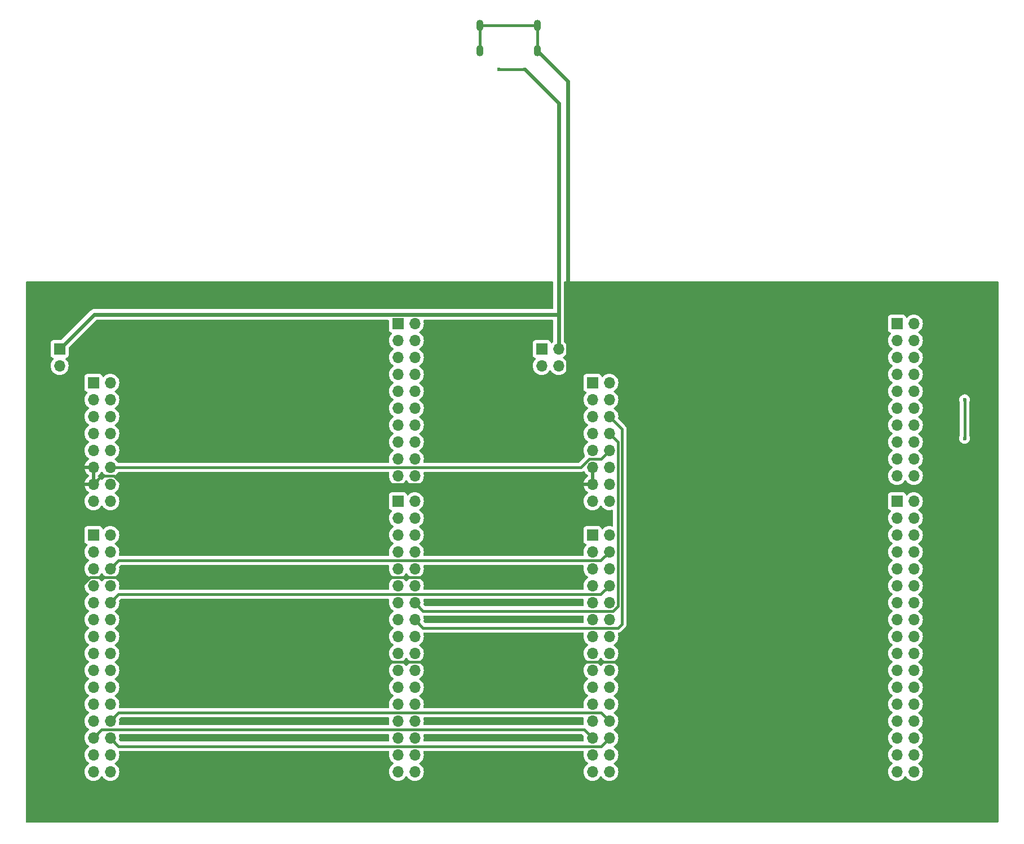
<source format=gbr>
%TF.GenerationSoftware,KiCad,Pcbnew,8.0.4*%
%TF.CreationDate,2025-07-31T13:43:54+02:00*%
%TF.ProjectId,integration_test_board,696e7465-6772-4617-9469-6f6e5f746573,rev?*%
%TF.SameCoordinates,PX1312d00PYaba9500*%
%TF.FileFunction,Copper,L2,Bot*%
%TF.FilePolarity,Positive*%
%FSLAX46Y46*%
G04 Gerber Fmt 4.6, Leading zero omitted, Abs format (unit mm)*
G04 Created by KiCad (PCBNEW 8.0.4) date 2025-07-31 13:43:54*
%MOMM*%
%LPD*%
G01*
G04 APERTURE LIST*
%TA.AperFunction,ComponentPad*%
%ADD10R,1.700000X1.700000*%
%TD*%
%TA.AperFunction,ComponentPad*%
%ADD11O,1.700000X1.700000*%
%TD*%
%TA.AperFunction,ComponentPad*%
%ADD12O,1.100000X1.700000*%
%TD*%
%TA.AperFunction,ViaPad*%
%ADD13C,0.600000*%
%TD*%
%TA.AperFunction,Conductor*%
%ADD14C,0.406400*%
%TD*%
%TA.AperFunction,Conductor*%
%ADD15C,0.609600*%
%TD*%
G04 APERTURE END LIST*
D10*
%TO.P,J10,1,Pin_1*%
%TO.N,unconnected-(J10-Pin_1-Pad1)*%
X84470000Y98790000D03*
D11*
%TO.P,J10,2,Pin_2*%
%TO.N,+5V*%
X87010000Y98790000D03*
%TO.P,J10,3,Pin_3*%
%TO.N,Net-(J10-Pin_3)*%
X84470000Y96250000D03*
%TO.P,J10,4,Pin_4*%
%TO.N,unconnected-(J10-Pin_4-Pad4)*%
X87010000Y96250000D03*
%TD*%
D10*
%TO.P,J4,1,Pin_1*%
%TO.N,unconnected-(J4-Pin_1-Pad1)*%
X137810000Y102600000D03*
D11*
%TO.P,J4,2,Pin_2*%
%TO.N,Net-(J3-Pin_2)*%
X140350000Y102600000D03*
%TO.P,J4,3,Pin_3*%
%TO.N,unconnected-(J4-Pin_3-Pad3)*%
X137810000Y100060000D03*
%TO.P,J4,4,Pin_4*%
%TO.N,Net-(J3-Pin_4)*%
X140350000Y100060000D03*
%TO.P,J4,5,Pin_5*%
%TO.N,unconnected-(J4-Pin_5-Pad5)*%
X137810000Y97520000D03*
%TO.P,J4,6,Pin_6*%
%TO.N,unconnected-(J4-Pin_6-Pad6)*%
X140350000Y97520000D03*
%TO.P,J4,7,Pin_7*%
%TO.N,unconnected-(J4-Pin_7-Pad7)*%
X137810000Y94980000D03*
%TO.P,J4,8,Pin_8*%
%TO.N,unconnected-(J4-Pin_8-Pad8)*%
X140350000Y94980000D03*
%TO.P,J4,9,Pin_9*%
%TO.N,unconnected-(J4-Pin_9-Pad9)*%
X137810000Y92440000D03*
%TO.P,J4,10,Pin_10*%
%TO.N,Net-(J4-Pin_10)*%
X140350000Y92440000D03*
%TO.P,J4,11,Pin_11*%
%TO.N,unconnected-(J4-Pin_11-Pad11)*%
X137810000Y89900000D03*
%TO.P,J4,12,Pin_12*%
%TO.N,Net-(J4-Pin_12)*%
X140350000Y89900000D03*
%TO.P,J4,13,Pin_13*%
%TO.N,Net-(J4-Pin_13)*%
X137810000Y87360000D03*
%TO.P,J4,14,Pin_14*%
%TO.N,Net-(J4-Pin_14)*%
X140350000Y87360000D03*
%TO.P,J4,15,Pin_15*%
%TO.N,Net-(J4-Pin_15)*%
X137810000Y84820000D03*
%TO.P,J4,16,Pin_16*%
%TO.N,Net-(J4-Pin_16)*%
X140350000Y84820000D03*
%TO.P,J4,17,Pin_17*%
%TO.N,Net-(J4-Pin_17)*%
X137810000Y82280000D03*
%TO.P,J4,18,Pin_18*%
%TO.N,unconnected-(J4-Pin_18-Pad18)*%
X140350000Y82280000D03*
%TO.P,J4,19,Pin_19*%
%TO.N,Net-(J4-Pin_19)*%
X137810000Y79740000D03*
%TO.P,J4,20,Pin_20*%
%TO.N,unconnected-(J4-Pin_20-Pad20)*%
X140350000Y79740000D03*
%TD*%
D10*
%TO.P,J8,1,Pin_1*%
%TO.N,unconnected-(J8-Pin_1-Pad1)*%
X137810000Y75930000D03*
D11*
%TO.P,J8,2,Pin_2*%
%TO.N,unconnected-(J8-Pin_2-Pad2)*%
X140350000Y75930000D03*
%TO.P,J8,3,Pin_3*%
%TO.N,unconnected-(J8-Pin_3-Pad3)*%
X137810000Y73390000D03*
%TO.P,J8,4,Pin_4*%
%TO.N,unconnected-(J8-Pin_4-Pad4)*%
X140350000Y73390000D03*
%TO.P,J8,5,Pin_5*%
%TO.N,unconnected-(J8-Pin_5-Pad5)*%
X137810000Y70850000D03*
%TO.P,J8,6,Pin_6*%
%TO.N,unconnected-(J8-Pin_6-Pad6)*%
X140350000Y70850000D03*
%TO.P,J8,7,Pin_7*%
%TO.N,unconnected-(J8-Pin_7-Pad7)*%
X137810000Y68310000D03*
%TO.P,J8,8,Pin_8*%
%TO.N,unconnected-(J8-Pin_8-Pad8)*%
X140350000Y68310000D03*
%TO.P,J8,9,Pin_9*%
%TO.N,unconnected-(J8-Pin_9-Pad9)*%
X137810000Y65770000D03*
%TO.P,J8,10,Pin_10*%
%TO.N,unconnected-(J8-Pin_10-Pad10)*%
X140350000Y65770000D03*
%TO.P,J8,11,Pin_11*%
%TO.N,unconnected-(J8-Pin_11-Pad11)*%
X137810000Y63230000D03*
%TO.P,J8,12,Pin_12*%
%TO.N,unconnected-(J8-Pin_12-Pad12)*%
X140350000Y63230000D03*
%TO.P,J8,13,Pin_13*%
%TO.N,unconnected-(J8-Pin_13-Pad13)*%
X137810000Y60690000D03*
%TO.P,J8,14,Pin_14*%
%TO.N,/UART_TX*%
X140350000Y60690000D03*
%TO.P,J8,15,Pin_15*%
%TO.N,unconnected-(J8-Pin_15-Pad15)*%
X137810000Y58150000D03*
%TO.P,J8,16,Pin_16*%
%TO.N,/UART_RX*%
X140350000Y58150000D03*
%TO.P,J8,17,Pin_17*%
%TO.N,unconnected-(J8-Pin_17-Pad17)*%
X137810000Y55610000D03*
%TO.P,J8,18,Pin_18*%
%TO.N,unconnected-(J8-Pin_18-Pad18)*%
X140350000Y55610000D03*
%TO.P,J8,19,Pin_19*%
%TO.N,unconnected-(J8-Pin_19-Pad19)*%
X137810000Y53070000D03*
%TO.P,J8,20,Pin_20*%
%TO.N,unconnected-(J8-Pin_20-Pad20)*%
X140350000Y53070000D03*
%TO.P,J8,21,Pin_21*%
%TO.N,unconnected-(J8-Pin_21-Pad21)*%
X137810000Y50530000D03*
%TO.P,J8,22,Pin_22*%
%TO.N,unconnected-(J8-Pin_22-Pad22)*%
X140350000Y50530000D03*
%TO.P,J8,23,Pin_23*%
%TO.N,unconnected-(J8-Pin_23-Pad23)*%
X137810000Y47990000D03*
%TO.P,J8,24,Pin_24*%
%TO.N,unconnected-(J8-Pin_24-Pad24)*%
X140350000Y47990000D03*
%TO.P,J8,25,Pin_25*%
%TO.N,unconnected-(J8-Pin_25-Pad25)*%
X137810000Y45450000D03*
%TO.P,J8,26,Pin_26*%
%TO.N,unconnected-(J8-Pin_26-Pad26)*%
X140350000Y45450000D03*
%TO.P,J8,27,Pin_27*%
%TO.N,unconnected-(J8-Pin_27-Pad27)*%
X137810000Y42910000D03*
%TO.P,J8,28,Pin_28*%
%TO.N,unconnected-(J8-Pin_28-Pad28)*%
X140350000Y42910000D03*
%TO.P,J8,29,Pin_29*%
%TO.N,unconnected-(J8-Pin_29-Pad29)*%
X137810000Y40370000D03*
%TO.P,J8,30,Pin_30*%
%TO.N,unconnected-(J8-Pin_30-Pad30)*%
X140350000Y40370000D03*
%TO.P,J8,31,Pin_31*%
%TO.N,unconnected-(J8-Pin_31-Pad31)*%
X137810000Y37830000D03*
%TO.P,J8,32,Pin_32*%
%TO.N,unconnected-(J8-Pin_32-Pad32)*%
X140350000Y37830000D03*
%TO.P,J8,33,Pin_33*%
%TO.N,unconnected-(J8-Pin_33-Pad33)*%
X137810000Y35290000D03*
%TO.P,J8,34,Pin_34*%
%TO.N,unconnected-(J8-Pin_34-Pad34)*%
X140350000Y35290000D03*
%TD*%
D10*
%TO.P,J7,1,Pin_1*%
%TO.N,unconnected-(J7-Pin_1-Pad1)*%
X62880000Y75930000D03*
D11*
%TO.P,J7,2,Pin_2*%
%TO.N,unconnected-(J7-Pin_2-Pad2)*%
X65420000Y75930000D03*
%TO.P,J7,3,Pin_3*%
%TO.N,unconnected-(J7-Pin_3-Pad3)*%
X62880000Y73390000D03*
%TO.P,J7,4,Pin_4*%
%TO.N,unconnected-(J7-Pin_4-Pad4)*%
X65420000Y73390000D03*
%TO.P,J7,5,Pin_5*%
%TO.N,unconnected-(J7-Pin_5-Pad5)*%
X62880000Y70850000D03*
%TO.P,J7,6,Pin_6*%
%TO.N,unconnected-(J7-Pin_6-Pad6)*%
X65420000Y70850000D03*
%TO.P,J7,7,Pin_7*%
%TO.N,unconnected-(J7-Pin_7-Pad7)*%
X62880000Y68310000D03*
%TO.P,J7,8,Pin_8*%
%TO.N,unconnected-(J7-Pin_8-Pad8)*%
X65420000Y68310000D03*
%TO.P,J7,9,Pin_9*%
%TO.N,unconnected-(J7-Pin_9-Pad9)*%
X62880000Y65770000D03*
%TO.P,J7,10,Pin_10*%
%TO.N,unconnected-(J7-Pin_10-Pad10)*%
X65420000Y65770000D03*
%TO.P,J7,11,Pin_11*%
%TO.N,unconnected-(J7-Pin_11-Pad11)*%
X62880000Y63230000D03*
%TO.P,J7,12,Pin_12*%
%TO.N,unconnected-(J7-Pin_12-Pad12)*%
X65420000Y63230000D03*
%TO.P,J7,13,Pin_13*%
%TO.N,unconnected-(J7-Pin_13-Pad13)*%
X62880000Y60690000D03*
%TO.P,J7,14,Pin_14*%
%TO.N,Net-(J2-Pin_8)*%
X65420000Y60690000D03*
%TO.P,J7,15,Pin_15*%
%TO.N,unconnected-(J7-Pin_15-Pad15)*%
X62880000Y58150000D03*
%TO.P,J7,16,Pin_16*%
%TO.N,Net-(J2-Pin_6)*%
X65420000Y58150000D03*
%TO.P,J7,17,Pin_17*%
%TO.N,unconnected-(J7-Pin_17-Pad17)*%
X62880000Y55610000D03*
%TO.P,J7,18,Pin_18*%
%TO.N,unconnected-(J7-Pin_18-Pad18)*%
X65420000Y55610000D03*
%TO.P,J7,19,Pin_19*%
%TO.N,unconnected-(J7-Pin_19-Pad19)*%
X62880000Y53070000D03*
%TO.P,J7,20,Pin_20*%
%TO.N,unconnected-(J7-Pin_20-Pad20)*%
X65420000Y53070000D03*
%TO.P,J7,21,Pin_21*%
%TO.N,unconnected-(J7-Pin_21-Pad21)*%
X62880000Y50530000D03*
%TO.P,J7,22,Pin_22*%
%TO.N,unconnected-(J7-Pin_22-Pad22)*%
X65420000Y50530000D03*
%TO.P,J7,23,Pin_23*%
%TO.N,unconnected-(J7-Pin_23-Pad23)*%
X62880000Y47990000D03*
%TO.P,J7,24,Pin_24*%
%TO.N,unconnected-(J7-Pin_24-Pad24)*%
X65420000Y47990000D03*
%TO.P,J7,25,Pin_25*%
%TO.N,unconnected-(J7-Pin_25-Pad25)*%
X62880000Y45450000D03*
%TO.P,J7,26,Pin_26*%
%TO.N,unconnected-(J7-Pin_26-Pad26)*%
X65420000Y45450000D03*
%TO.P,J7,27,Pin_27*%
%TO.N,unconnected-(J7-Pin_27-Pad27)*%
X62880000Y42910000D03*
%TO.P,J7,28,Pin_28*%
%TO.N,unconnected-(J7-Pin_28-Pad28)*%
X65420000Y42910000D03*
%TO.P,J7,29,Pin_29*%
%TO.N,unconnected-(J7-Pin_29-Pad29)*%
X62880000Y40370000D03*
%TO.P,J7,30,Pin_30*%
%TO.N,unconnected-(J7-Pin_30-Pad30)*%
X65420000Y40370000D03*
%TO.P,J7,31,Pin_31*%
%TO.N,unconnected-(J7-Pin_31-Pad31)*%
X62880000Y37830000D03*
%TO.P,J7,32,Pin_32*%
%TO.N,unconnected-(J7-Pin_32-Pad32)*%
X65420000Y37830000D03*
%TO.P,J7,33,Pin_33*%
%TO.N,unconnected-(J7-Pin_33-Pad33)*%
X62880000Y35290000D03*
%TO.P,J7,34,Pin_34*%
%TO.N,unconnected-(J7-Pin_34-Pad34)*%
X65420000Y35290000D03*
%TD*%
D10*
%TO.P,J6,1,Pin_1*%
%TO.N,unconnected-(J6-Pin_1-Pad1)*%
X92090000Y70850000D03*
D11*
%TO.P,J6,2,Pin_2*%
%TO.N,unconnected-(J6-Pin_2-Pad2)*%
X94630000Y70850000D03*
%TO.P,J6,3,Pin_3*%
%TO.N,unconnected-(J6-Pin_3-Pad3)*%
X92090000Y68310000D03*
%TO.P,J6,4,Pin_4*%
%TO.N,/UART_RX*%
X94630000Y68310000D03*
%TO.P,J6,5,Pin_5*%
%TO.N,unconnected-(J6-Pin_5-Pad5)*%
X92090000Y65770000D03*
%TO.P,J6,6,Pin_6*%
%TO.N,/UART_TX*%
X94630000Y65770000D03*
%TO.P,J6,7,Pin_7*%
%TO.N,unconnected-(J6-Pin_7-Pad7)*%
X92090000Y63230000D03*
%TO.P,J6,8,Pin_8*%
%TO.N,/UART_RTR*%
X94630000Y63230000D03*
%TO.P,J6,9,Pin_9*%
%TO.N,unconnected-(J6-Pin_9-Pad9)*%
X92090000Y60690000D03*
%TO.P,J6,10,Pin_10*%
%TO.N,/UART_CTS*%
X94630000Y60690000D03*
%TO.P,J6,11,Pin_11*%
%TO.N,unconnected-(J6-Pin_11-Pad11)*%
X92090000Y58150000D03*
%TO.P,J6,12,Pin_12*%
%TO.N,unconnected-(J6-Pin_12-Pad12)*%
X94630000Y58150000D03*
%TO.P,J6,13,Pin_13*%
%TO.N,unconnected-(J6-Pin_13-Pad13)*%
X92090000Y55610000D03*
%TO.P,J6,14,Pin_14*%
%TO.N,unconnected-(J6-Pin_14-Pad14)*%
X94630000Y55610000D03*
%TO.P,J6,15,Pin_15*%
%TO.N,unconnected-(J6-Pin_15-Pad15)*%
X92090000Y53070000D03*
%TO.P,J6,16,Pin_16*%
%TO.N,unconnected-(J6-Pin_16-Pad16)*%
X94630000Y53070000D03*
%TO.P,J6,17,Pin_17*%
%TO.N,unconnected-(J6-Pin_17-Pad17)*%
X92090000Y50530000D03*
%TO.P,J6,18,Pin_18*%
%TO.N,unconnected-(J6-Pin_18-Pad18)*%
X94630000Y50530000D03*
%TO.P,J6,19,Pin_19*%
%TO.N,unconnected-(J6-Pin_19-Pad19)*%
X92090000Y47990000D03*
%TO.P,J6,20,Pin_20*%
%TO.N,unconnected-(J6-Pin_20-Pad20)*%
X94630000Y47990000D03*
%TO.P,J6,21,Pin_21*%
%TO.N,unconnected-(J6-Pin_21-Pad21)*%
X92090000Y45450000D03*
%TO.P,J6,22,Pin_22*%
%TO.N,unconnected-(J6-Pin_22-Pad22)*%
X94630000Y45450000D03*
%TO.P,J6,23,Pin_23*%
%TO.N,unconnected-(J6-Pin_23-Pad23)*%
X92090000Y42910000D03*
%TO.P,J6,24,Pin_24*%
%TO.N,/GPIO_OUT*%
X94630000Y42910000D03*
%TO.P,J6,25,Pin_25*%
%TO.N,Net-(D1-A)*%
X92090000Y40370000D03*
%TO.P,J6,26,Pin_26*%
%TO.N,/GPIO_IN*%
X94630000Y40370000D03*
%TO.P,J6,27,Pin_27*%
%TO.N,Net-(D1-K)*%
X92090000Y37830000D03*
%TO.P,J6,28,Pin_28*%
%TO.N,unconnected-(J6-Pin_28-Pad28)*%
X94630000Y37830000D03*
%TO.P,J6,29,Pin_29*%
%TO.N,unconnected-(J6-Pin_29-Pad29)*%
X92090000Y35290000D03*
%TO.P,J6,30,Pin_30*%
%TO.N,unconnected-(J6-Pin_30-Pad30)*%
X94630000Y35290000D03*
%TD*%
D10*
%TO.P,J5,1,Pin_1*%
%TO.N,unconnected-(J5-Pin_1-Pad1)*%
X17160000Y70850000D03*
D11*
%TO.P,J5,2,Pin_2*%
%TO.N,unconnected-(J5-Pin_2-Pad2)*%
X19700000Y70850000D03*
%TO.P,J5,3,Pin_3*%
%TO.N,unconnected-(J5-Pin_3-Pad3)*%
X17160000Y68310000D03*
%TO.P,J5,4,Pin_4*%
%TO.N,/UART_TX*%
X19700000Y68310000D03*
%TO.P,J5,5,Pin_5*%
%TO.N,unconnected-(J5-Pin_5-Pad5)*%
X17160000Y65770000D03*
%TO.P,J5,6,Pin_6*%
%TO.N,/UART_RX*%
X19700000Y65770000D03*
%TO.P,J5,7,Pin_7*%
%TO.N,unconnected-(J5-Pin_7-Pad7)*%
X17160000Y63230000D03*
%TO.P,J5,8,Pin_8*%
%TO.N,/UART_CTS*%
X19700000Y63230000D03*
%TO.P,J5,9,Pin_9*%
%TO.N,unconnected-(J5-Pin_9-Pad9)*%
X17160000Y60690000D03*
%TO.P,J5,10,Pin_10*%
%TO.N,/UART_RTR*%
X19700000Y60690000D03*
%TO.P,J5,11,Pin_11*%
%TO.N,unconnected-(J5-Pin_11-Pad11)*%
X17160000Y58150000D03*
%TO.P,J5,12,Pin_12*%
%TO.N,unconnected-(J5-Pin_12-Pad12)*%
X19700000Y58150000D03*
%TO.P,J5,13,Pin_13*%
%TO.N,unconnected-(J5-Pin_13-Pad13)*%
X17160000Y55610000D03*
%TO.P,J5,14,Pin_14*%
%TO.N,unconnected-(J5-Pin_14-Pad14)*%
X19700000Y55610000D03*
%TO.P,J5,15,Pin_15*%
%TO.N,unconnected-(J5-Pin_15-Pad15)*%
X17160000Y53070000D03*
%TO.P,J5,16,Pin_16*%
%TO.N,unconnected-(J5-Pin_16-Pad16)*%
X19700000Y53070000D03*
%TO.P,J5,17,Pin_17*%
%TO.N,unconnected-(J5-Pin_17-Pad17)*%
X17160000Y50530000D03*
%TO.P,J5,18,Pin_18*%
%TO.N,unconnected-(J5-Pin_18-Pad18)*%
X19700000Y50530000D03*
%TO.P,J5,19,Pin_19*%
%TO.N,unconnected-(J5-Pin_19-Pad19)*%
X17160000Y47990000D03*
%TO.P,J5,20,Pin_20*%
%TO.N,Net-(J2-Pin_5)*%
X19700000Y47990000D03*
%TO.P,J5,21,Pin_21*%
%TO.N,unconnected-(J5-Pin_21-Pad21)*%
X17160000Y45450000D03*
%TO.P,J5,22,Pin_22*%
%TO.N,unconnected-(J5-Pin_22-Pad22)*%
X19700000Y45450000D03*
%TO.P,J5,23,Pin_23*%
%TO.N,unconnected-(J5-Pin_23-Pad23)*%
X17160000Y42910000D03*
%TO.P,J5,24,Pin_24*%
%TO.N,/GPIO_OUT*%
X19700000Y42910000D03*
%TO.P,J5,25,Pin_25*%
%TO.N,Net-(D1-A)*%
X17160000Y40370000D03*
%TO.P,J5,26,Pin_26*%
%TO.N,/GPIO_IN*%
X19700000Y40370000D03*
%TO.P,J5,27,Pin_27*%
%TO.N,Net-(D2-K)*%
X17160000Y37830000D03*
%TO.P,J5,28,Pin_28*%
%TO.N,unconnected-(J5-Pin_28-Pad28)*%
X19700000Y37830000D03*
%TO.P,J5,29,Pin_29*%
%TO.N,unconnected-(J5-Pin_29-Pad29)*%
X17160000Y35290000D03*
%TO.P,J5,30,Pin_30*%
%TO.N,unconnected-(J5-Pin_30-Pad30)*%
X19700000Y35290000D03*
%TD*%
D12*
%TO.P,J11,S1,SHIELD*%
%TO.N,GND*%
X75197000Y147342000D03*
X75197000Y143542000D03*
X83837000Y147342000D03*
X83837000Y143542000D03*
%TD*%
D11*
%TO.P,J9,2,Pin_2*%
%TO.N,unconnected-(J9-Pin_2-Pad2)*%
X12080000Y96250000D03*
D10*
%TO.P,J9,1,Pin_1*%
%TO.N,+5V*%
X12080000Y98790000D03*
%TD*%
%TO.P,J2,1,Pin_1*%
%TO.N,unconnected-(J2-Pin_1-Pad1)*%
X92090000Y93710000D03*
D11*
%TO.P,J2,2,Pin_2*%
%TO.N,unconnected-(J2-Pin_2-Pad2)*%
X94630000Y93710000D03*
%TO.P,J2,3,Pin_3*%
%TO.N,unconnected-(J2-Pin_3-Pad3)*%
X92090000Y91170000D03*
%TO.P,J2,4,Pin_4*%
%TO.N,unconnected-(J2-Pin_4-Pad4)*%
X94630000Y91170000D03*
%TO.P,J2,5,Pin_5*%
%TO.N,Net-(J2-Pin_5)*%
X92090000Y88630000D03*
%TO.P,J2,6,Pin_6*%
%TO.N,Net-(J2-Pin_6)*%
X94630000Y88630000D03*
%TO.P,J2,7,Pin_7*%
%TO.N,unconnected-(J2-Pin_7-Pad7)*%
X92090000Y86090000D03*
%TO.P,J2,8,Pin_8*%
%TO.N,Net-(J2-Pin_8)*%
X94630000Y86090000D03*
%TO.P,J2,9,Pin_9*%
%TO.N,unconnected-(J2-Pin_9-Pad9)*%
X92090000Y83550000D03*
%TO.P,J2,10,Pin_10*%
%TO.N,/ECHO_TX*%
X94630000Y83550000D03*
%TO.P,J2,11,Pin_11*%
%TO.N,GND*%
X92090000Y81010000D03*
%TO.P,J2,12,Pin_12*%
%TO.N,/ECHO_RX*%
X94630000Y81010000D03*
%TO.P,J2,13,Pin_13*%
%TO.N,GND*%
X92090000Y78470000D03*
%TO.P,J2,14,Pin_14*%
%TO.N,unconnected-(J2-Pin_14-Pad14)*%
X94630000Y78470000D03*
%TO.P,J2,15,Pin_15*%
%TO.N,unconnected-(J2-Pin_15-Pad15)*%
X92090000Y75930000D03*
%TO.P,J2,16,Pin_16*%
%TO.N,unconnected-(J2-Pin_16-Pad16)*%
X94630000Y75930000D03*
%TD*%
D10*
%TO.P,J3,1,Pin_1*%
%TO.N,unconnected-(J3-Pin_1-Pad1)*%
X62880000Y102600000D03*
D11*
%TO.P,J3,2,Pin_2*%
%TO.N,Net-(J3-Pin_2)*%
X65420000Y102600000D03*
%TO.P,J3,3,Pin_3*%
%TO.N,unconnected-(J3-Pin_3-Pad3)*%
X62880000Y100060000D03*
%TO.P,J3,4,Pin_4*%
%TO.N,Net-(J3-Pin_4)*%
X65420000Y100060000D03*
%TO.P,J3,5,Pin_5*%
%TO.N,unconnected-(J3-Pin_5-Pad5)*%
X62880000Y97520000D03*
%TO.P,J3,6,Pin_6*%
%TO.N,unconnected-(J3-Pin_6-Pad6)*%
X65420000Y97520000D03*
%TO.P,J3,7,Pin_7*%
%TO.N,unconnected-(J3-Pin_7-Pad7)*%
X62880000Y94980000D03*
%TO.P,J3,8,Pin_8*%
%TO.N,unconnected-(J3-Pin_8-Pad8)*%
X65420000Y94980000D03*
%TO.P,J3,9,Pin_9*%
%TO.N,unconnected-(J3-Pin_9-Pad9)*%
X62880000Y92440000D03*
%TO.P,J3,10,Pin_10*%
%TO.N,Net-(J10-Pin_3)*%
X65420000Y92440000D03*
%TO.P,J3,11,Pin_11*%
%TO.N,unconnected-(J3-Pin_11-Pad11)*%
X62880000Y89900000D03*
%TO.P,J3,12,Pin_12*%
%TO.N,unconnected-(J3-Pin_12-Pad12)*%
X65420000Y89900000D03*
%TO.P,J3,13,Pin_13*%
%TO.N,/MOSI*%
X62880000Y87360000D03*
%TO.P,J3,14,Pin_14*%
%TO.N,unconnected-(J3-Pin_14-Pad14)*%
X65420000Y87360000D03*
%TO.P,J3,15,Pin_15*%
%TO.N,/CLK*%
X62880000Y84820000D03*
%TO.P,J3,16,Pin_16*%
%TO.N,unconnected-(J3-Pin_16-Pad16)*%
X65420000Y84820000D03*
%TO.P,J3,17,Pin_17*%
%TO.N,/CS*%
X62880000Y82280000D03*
%TO.P,J3,18,Pin_18*%
%TO.N,unconnected-(J3-Pin_18-Pad18)*%
X65420000Y82280000D03*
%TO.P,J3,19,Pin_19*%
%TO.N,/MISO*%
X62880000Y79740000D03*
%TO.P,J3,20,Pin_20*%
%TO.N,unconnected-(J3-Pin_20-Pad20)*%
X65420000Y79740000D03*
%TD*%
D10*
%TO.P,J1,1,Pin_1*%
%TO.N,unconnected-(J1-Pin_1-Pad1)*%
X17160000Y93710000D03*
D11*
%TO.P,J1,2,Pin_2*%
%TO.N,unconnected-(J1-Pin_2-Pad2)*%
X19700000Y93710000D03*
%TO.P,J1,3,Pin_3*%
%TO.N,unconnected-(J1-Pin_3-Pad3)*%
X17160000Y91170000D03*
%TO.P,J1,4,Pin_4*%
%TO.N,unconnected-(J1-Pin_4-Pad4)*%
X19700000Y91170000D03*
%TO.P,J1,5,Pin_5*%
%TO.N,unconnected-(J1-Pin_5-Pad5)*%
X17160000Y88630000D03*
%TO.P,J1,6,Pin_6*%
%TO.N,unconnected-(J1-Pin_6-Pad6)*%
X19700000Y88630000D03*
%TO.P,J1,7,Pin_7*%
%TO.N,+3.3V*%
X17160000Y86090000D03*
%TO.P,J1,8,Pin_8*%
%TO.N,unconnected-(J1-Pin_8-Pad8)*%
X19700000Y86090000D03*
%TO.P,J1,9,Pin_9*%
%TO.N,unconnected-(J1-Pin_9-Pad9)*%
X17160000Y83550000D03*
%TO.P,J1,10,Pin_10*%
%TO.N,/ECHO_RX*%
X19700000Y83550000D03*
%TO.P,J1,11,Pin_11*%
%TO.N,GND*%
X17160000Y81010000D03*
%TO.P,J1,12,Pin_12*%
%TO.N,/ECHO_TX*%
X19700000Y81010000D03*
%TO.P,J1,13,Pin_13*%
%TO.N,GND*%
X17160000Y78470000D03*
%TO.P,J1,14,Pin_14*%
%TO.N,unconnected-(J1-Pin_14-Pad14)*%
X19700000Y78470000D03*
%TO.P,J1,15,Pin_15*%
%TO.N,unconnected-(J1-Pin_15-Pad15)*%
X17160000Y75930000D03*
%TO.P,J1,16,Pin_16*%
%TO.N,unconnected-(J1-Pin_16-Pad16)*%
X19700000Y75930000D03*
%TD*%
D13*
%TO.N,GND*%
X102250000Y102600000D03*
X118760000Y102600000D03*
X70500000Y93710000D03*
X70500000Y98790000D03*
X70500000Y102600000D03*
X70500000Y86090000D03*
X118760000Y78470000D03*
X118760000Y86090000D03*
X71770000Y60690000D03*
X71770000Y58150000D03*
X71770000Y40370000D03*
X71770000Y42910000D03*
X53990000Y40370000D03*
X53990000Y42910000D03*
X120030000Y63230000D03*
X70500000Y88630000D03*
X118760000Y82280000D03*
X84470000Y64500000D03*
X53990000Y51800000D03*
X28590000Y64500000D03*
X53990000Y64500000D03*
X53990000Y34020000D03*
X27320000Y34020000D03*
X9540000Y89900000D03*
X53990000Y97520000D03*
X27320000Y97520000D03*
X53990000Y87360000D03*
X28590000Y87360000D03*
X53990000Y72120000D03*
X28590000Y72120000D03*
X14620000Y51800000D03*
X10810000Y51800000D03*
X146700000Y51800000D03*
X120030000Y51800000D03*
X118760000Y93710000D03*
%TO.N,+5V*%
X78067762Y140752238D03*
%TO.N,GND*%
X88280000Y82280000D03*
%TO.N,+5V*%
X81977238Y140757238D03*
%TO.N,/CS*%
X147970000Y91170000D03*
X147970000Y85365000D03*
%TD*%
D14*
%TO.N,GND*%
X56530000Y64500000D02*
X84470000Y64500000D01*
X53990000Y51800000D02*
X33670000Y51800000D01*
X28590000Y64500000D02*
X53990000Y64500000D01*
X53990000Y64500000D02*
X56530000Y64500000D01*
X16657707Y64500000D02*
X28590000Y64500000D01*
X14620000Y62462293D02*
X16657707Y64500000D01*
X14620000Y51800000D02*
X14620000Y62462293D01*
X120030000Y51800000D02*
X53990000Y51800000D01*
%TO.N,+5V*%
X78067762Y140752238D02*
X81972238Y140752238D01*
X81972238Y140752238D02*
X81977238Y140757238D01*
D15*
%TO.N,GND*%
X88364800Y82364800D02*
X88280000Y82280000D01*
X88364800Y139014200D02*
X88364800Y82364800D01*
X83837000Y143542000D02*
X88364800Y139014200D01*
%TO.N,+5V*%
X87010000Y135724476D02*
X87010000Y103870000D01*
X81977238Y140757238D02*
X87010000Y135724476D01*
X87010000Y98790000D02*
X87010000Y103870000D01*
X86925200Y103954800D02*
X87010000Y103870000D01*
X12080000Y98790000D02*
X17244800Y103954800D01*
X17244800Y103954800D02*
X86925200Y103954800D01*
D14*
%TO.N,GND*%
X83837000Y147342000D02*
X83837000Y143542000D01*
X75197000Y147342000D02*
X83837000Y147342000D01*
X75197000Y147342000D02*
X75197000Y143542000D01*
%TO.N,Net-(J2-Pin_6)*%
X96506400Y86753600D02*
X94630000Y88630000D01*
X96506400Y57486400D02*
X96506400Y86753600D01*
X66673200Y56896800D02*
X95916800Y56896800D01*
X65420000Y58150000D02*
X66673200Y56896800D01*
X95916800Y56896800D02*
X96506400Y57486400D01*
%TO.N,Net-(J2-Pin_8)*%
X95900000Y84820000D02*
X94630000Y86090000D01*
X95900000Y60187707D02*
X95900000Y84820000D01*
X66673200Y59436800D02*
X95149093Y59436800D01*
X95149093Y59436800D02*
X95900000Y60187707D01*
X65420000Y60690000D02*
X66673200Y59436800D01*
%TO.N,/ECHO_TX*%
X90317707Y81010000D02*
X91587707Y82280000D01*
X91587707Y82280000D02*
X93360000Y82280000D01*
X93360000Y82280000D02*
X94630000Y83550000D01*
X19700000Y81010000D02*
X90317707Y81010000D01*
%TO.N,GND*%
X92090000Y78470000D02*
X92090000Y81010000D01*
X20219093Y79723200D02*
X21472293Y78470000D01*
X18413200Y79723200D02*
X20219093Y79723200D01*
X21472293Y78470000D02*
X92090000Y78470000D01*
X17160000Y78470000D02*
X18413200Y79723200D01*
X17160000Y81010000D02*
X17160000Y78470000D01*
%TO.N,/CS*%
X147970000Y91170000D02*
X147970000Y85365000D01*
%TO.N,/UART_RX*%
X93343200Y67023200D02*
X94630000Y68310000D01*
X19700000Y65770000D02*
X20953200Y67023200D01*
X20953200Y67023200D02*
X93343200Y67023200D01*
%TO.N,/UART_RTR*%
X93343200Y61943200D02*
X94630000Y63230000D01*
X19700000Y60690000D02*
X20953200Y61943200D01*
X20953200Y61943200D02*
X93343200Y61943200D01*
%TO.N,/GPIO_IN*%
X93376800Y39116800D02*
X94630000Y40370000D01*
X20953200Y39116800D02*
X93376800Y39116800D01*
X19700000Y40370000D02*
X20953200Y39116800D01*
%TO.N,Net-(D1-A)*%
X90836800Y41623200D02*
X92090000Y40370000D01*
X18413200Y41623200D02*
X90836800Y41623200D01*
X17160000Y40370000D02*
X18413200Y41623200D01*
%TO.N,/GPIO_OUT*%
X20953200Y44163200D02*
X93376800Y44163200D01*
X19700000Y42910000D02*
X20953200Y44163200D01*
X93376800Y44163200D02*
X94630000Y42910000D01*
%TD*%
%TA.AperFunction,Conductor*%
%TO.N,GND*%
G36*
X86147739Y108930315D02*
G01*
X86193494Y108877511D01*
X86204700Y108826000D01*
X86204700Y104884100D01*
X86185015Y104817061D01*
X86132211Y104771306D01*
X86080700Y104760100D01*
X17165481Y104760100D01*
X17009910Y104729156D01*
X17009901Y104729153D01*
X16863353Y104668452D01*
X16863340Y104668445D01*
X16731452Y104580320D01*
X16675367Y104524235D01*
X16619282Y104468149D01*
X16619279Y104468146D01*
X12327951Y100176819D01*
X12266628Y100143334D01*
X12240270Y100140500D01*
X11182129Y100140500D01*
X11182123Y100140499D01*
X11122516Y100134092D01*
X10987671Y100083798D01*
X10987664Y100083794D01*
X10872455Y99997548D01*
X10872452Y99997545D01*
X10786206Y99882336D01*
X10786202Y99882329D01*
X10735908Y99747483D01*
X10729501Y99687884D01*
X10729500Y99687865D01*
X10729500Y97892130D01*
X10729501Y97892124D01*
X10735908Y97832517D01*
X10786202Y97697672D01*
X10786206Y97697665D01*
X10872452Y97582456D01*
X10872455Y97582453D01*
X10987664Y97496207D01*
X10987671Y97496203D01*
X11119081Y97447190D01*
X11175015Y97405319D01*
X11199432Y97339855D01*
X11184580Y97271582D01*
X11163430Y97243327D01*
X11041503Y97121400D01*
X10905965Y96927831D01*
X10905964Y96927829D01*
X10806098Y96713665D01*
X10806094Y96713656D01*
X10744938Y96485414D01*
X10744936Y96485404D01*
X10724341Y96250001D01*
X10724341Y96250000D01*
X10744936Y96014597D01*
X10744938Y96014587D01*
X10806094Y95786345D01*
X10806096Y95786341D01*
X10806097Y95786337D01*
X10871283Y95646546D01*
X10905965Y95572170D01*
X10905967Y95572166D01*
X11014281Y95417479D01*
X11041505Y95378599D01*
X11208599Y95211505D01*
X11305384Y95143735D01*
X11402165Y95075968D01*
X11402167Y95075967D01*
X11402170Y95075965D01*
X11616337Y94976097D01*
X11844592Y94914937D01*
X12032918Y94898461D01*
X12079999Y94894341D01*
X12080000Y94894341D01*
X12080001Y94894341D01*
X12119234Y94897774D01*
X12315408Y94914937D01*
X12543663Y94976097D01*
X12757830Y95075965D01*
X12951401Y95211505D01*
X13118495Y95378599D01*
X13254035Y95572170D01*
X13353903Y95786337D01*
X13415063Y96014592D01*
X13435659Y96250000D01*
X13433690Y96272500D01*
X13426772Y96351575D01*
X13415063Y96485408D01*
X13353903Y96713663D01*
X13254035Y96927829D01*
X13248424Y96935842D01*
X13118496Y97121400D01*
X13118493Y97121403D01*
X12996567Y97243329D01*
X12963084Y97304649D01*
X12968068Y97374341D01*
X13009939Y97430275D01*
X13040915Y97447190D01*
X13172331Y97496204D01*
X13287546Y97582454D01*
X13373796Y97697669D01*
X13424091Y97832517D01*
X13430500Y97892127D01*
X13430499Y98950274D01*
X13450183Y99017312D01*
X13466813Y99037949D01*
X17542047Y103113181D01*
X17603370Y103146666D01*
X17629728Y103149500D01*
X61405500Y103149500D01*
X61472539Y103129815D01*
X61518294Y103077011D01*
X61529500Y103025500D01*
X61529500Y101702130D01*
X61529501Y101702124D01*
X61535908Y101642517D01*
X61586202Y101507672D01*
X61586206Y101507665D01*
X61672452Y101392456D01*
X61672455Y101392453D01*
X61787664Y101306207D01*
X61787671Y101306203D01*
X61919081Y101257190D01*
X61975015Y101215319D01*
X61999432Y101149855D01*
X61984580Y101081582D01*
X61963430Y101053327D01*
X61841503Y100931400D01*
X61705965Y100737831D01*
X61705964Y100737829D01*
X61606098Y100523665D01*
X61606094Y100523656D01*
X61544938Y100295414D01*
X61544936Y100295404D01*
X61524341Y100060001D01*
X61524341Y100060000D01*
X61544936Y99824597D01*
X61544938Y99824587D01*
X61606094Y99596345D01*
X61606096Y99596341D01*
X61606097Y99596337D01*
X61681487Y99434663D01*
X61705965Y99382170D01*
X61705967Y99382166D01*
X61814281Y99227479D01*
X61841501Y99188604D01*
X61841506Y99188598D01*
X62008597Y99021507D01*
X62008603Y99021502D01*
X62194158Y98891575D01*
X62237783Y98836998D01*
X62244977Y98767500D01*
X62213454Y98705145D01*
X62194158Y98688425D01*
X62008597Y98558495D01*
X61841505Y98391403D01*
X61705965Y98197831D01*
X61705964Y98197829D01*
X61606098Y97983665D01*
X61606094Y97983656D01*
X61544938Y97755414D01*
X61544936Y97755404D01*
X61524341Y97520001D01*
X61524341Y97520000D01*
X61544936Y97284597D01*
X61544938Y97284587D01*
X61606094Y97056345D01*
X61606096Y97056341D01*
X61606097Y97056337D01*
X61671283Y96916546D01*
X61705965Y96842170D01*
X61705967Y96842166D01*
X61814281Y96687479D01*
X61841501Y96648604D01*
X61841506Y96648598D01*
X62008597Y96481507D01*
X62008603Y96481502D01*
X62194158Y96351575D01*
X62237783Y96296998D01*
X62244977Y96227500D01*
X62213454Y96165145D01*
X62194158Y96148425D01*
X62008597Y96018495D01*
X61841505Y95851403D01*
X61705965Y95657831D01*
X61705964Y95657829D01*
X61606098Y95443665D01*
X61606094Y95443656D01*
X61544938Y95215414D01*
X61544936Y95215404D01*
X61524341Y94980001D01*
X61524341Y94980000D01*
X61544936Y94744597D01*
X61544938Y94744587D01*
X61606094Y94516345D01*
X61606096Y94516341D01*
X61606097Y94516337D01*
X61681487Y94354663D01*
X61705965Y94302170D01*
X61705967Y94302166D01*
X61814281Y94147479D01*
X61841501Y94108604D01*
X61841506Y94108598D01*
X62008597Y93941507D01*
X62008603Y93941502D01*
X62194158Y93811575D01*
X62237783Y93756998D01*
X62244977Y93687500D01*
X62213454Y93625145D01*
X62194158Y93608425D01*
X62008597Y93478495D01*
X61841505Y93311403D01*
X61705965Y93117831D01*
X61705964Y93117829D01*
X61606098Y92903665D01*
X61606094Y92903656D01*
X61544938Y92675414D01*
X61544936Y92675404D01*
X61524341Y92440001D01*
X61524341Y92440000D01*
X61544936Y92204597D01*
X61544938Y92204587D01*
X61606094Y91976345D01*
X61606096Y91976341D01*
X61606097Y91976337D01*
X61671283Y91836546D01*
X61705965Y91762170D01*
X61705967Y91762166D01*
X61814281Y91607479D01*
X61841501Y91568604D01*
X61841506Y91568598D01*
X62008597Y91401507D01*
X62008603Y91401502D01*
X62194158Y91271575D01*
X62237783Y91216998D01*
X62244977Y91147500D01*
X62213454Y91085145D01*
X62194158Y91068425D01*
X62008597Y90938495D01*
X61841505Y90771403D01*
X61705965Y90577831D01*
X61705964Y90577829D01*
X61606098Y90363665D01*
X61606094Y90363656D01*
X61544938Y90135414D01*
X61544936Y90135404D01*
X61524341Y89900001D01*
X61524341Y89900000D01*
X61544936Y89664597D01*
X61544938Y89664587D01*
X61606094Y89436345D01*
X61606096Y89436341D01*
X61606097Y89436337D01*
X61671283Y89296546D01*
X61705965Y89222170D01*
X61705967Y89222166D01*
X61814281Y89067479D01*
X61841501Y89028604D01*
X61841506Y89028598D01*
X62008597Y88861507D01*
X62008603Y88861502D01*
X62194158Y88731575D01*
X62237783Y88676998D01*
X62244977Y88607500D01*
X62213454Y88545145D01*
X62194158Y88528425D01*
X62008597Y88398495D01*
X61841505Y88231403D01*
X61705965Y88037831D01*
X61705964Y88037829D01*
X61606098Y87823665D01*
X61606094Y87823656D01*
X61544938Y87595414D01*
X61544936Y87595404D01*
X61524341Y87360001D01*
X61524341Y87360000D01*
X61544936Y87124597D01*
X61544938Y87124587D01*
X61606094Y86896345D01*
X61606096Y86896341D01*
X61606097Y86896337D01*
X61671283Y86756546D01*
X61705965Y86682170D01*
X61705967Y86682166D01*
X61814281Y86527479D01*
X61841501Y86488604D01*
X61841506Y86488598D01*
X62008597Y86321507D01*
X62008603Y86321502D01*
X62194158Y86191575D01*
X62237783Y86136998D01*
X62244977Y86067500D01*
X62213454Y86005145D01*
X62194158Y85988425D01*
X62008597Y85858495D01*
X61841505Y85691403D01*
X61705965Y85497831D01*
X61705964Y85497829D01*
X61606098Y85283665D01*
X61606094Y85283656D01*
X61544938Y85055414D01*
X61544936Y85055404D01*
X61524341Y84820001D01*
X61524341Y84820000D01*
X61544936Y84584597D01*
X61544938Y84584587D01*
X61606094Y84356345D01*
X61606096Y84356341D01*
X61606097Y84356337D01*
X61671283Y84216546D01*
X61705965Y84142170D01*
X61705967Y84142166D01*
X61814281Y83987479D01*
X61841501Y83948604D01*
X61841506Y83948598D01*
X62008597Y83781507D01*
X62008603Y83781502D01*
X62194158Y83651575D01*
X62237783Y83596998D01*
X62244977Y83527500D01*
X62213454Y83465145D01*
X62194158Y83448425D01*
X62008597Y83318495D01*
X61841505Y83151403D01*
X61705965Y82957831D01*
X61705964Y82957829D01*
X61606098Y82743665D01*
X61606094Y82743656D01*
X61544938Y82515414D01*
X61544936Y82515404D01*
X61524341Y82280001D01*
X61524341Y82280000D01*
X61544936Y82044597D01*
X61544938Y82044587D01*
X61591773Y81869793D01*
X61590110Y81799943D01*
X61550947Y81742081D01*
X61486718Y81714577D01*
X61471998Y81713700D01*
X20920470Y81713700D01*
X20853431Y81733385D01*
X20818895Y81766577D01*
X20789913Y81807968D01*
X20738495Y81881401D01*
X20571401Y82048495D01*
X20571399Y82048496D01*
X20571396Y82048499D01*
X20385842Y82178425D01*
X20342217Y82233002D01*
X20335023Y82302500D01*
X20366546Y82364855D01*
X20385842Y82381575D01*
X20408026Y82397109D01*
X20571401Y82511505D01*
X20738495Y82678599D01*
X20874035Y82872170D01*
X20973903Y83086337D01*
X21035063Y83314592D01*
X21055659Y83550000D01*
X21053690Y83572500D01*
X21046772Y83651575D01*
X21035063Y83785408D01*
X20973903Y84013663D01*
X20874035Y84227829D01*
X20868425Y84235842D01*
X20738494Y84421403D01*
X20571402Y84588494D01*
X20571396Y84588499D01*
X20385842Y84718425D01*
X20342217Y84773002D01*
X20335023Y84842500D01*
X20366546Y84904855D01*
X20385842Y84921575D01*
X20408026Y84937109D01*
X20571401Y85051505D01*
X20738495Y85218599D01*
X20874035Y85412170D01*
X20973903Y85626337D01*
X21035063Y85854592D01*
X21055659Y86090000D01*
X21053690Y86112500D01*
X21046772Y86191575D01*
X21035063Y86325408D01*
X20973903Y86553663D01*
X20874035Y86767829D01*
X20868425Y86775842D01*
X20738494Y86961403D01*
X20571402Y87128494D01*
X20571396Y87128499D01*
X20385842Y87258425D01*
X20342217Y87313002D01*
X20335023Y87382500D01*
X20366546Y87444855D01*
X20385842Y87461575D01*
X20408026Y87477109D01*
X20571401Y87591505D01*
X20738495Y87758599D01*
X20874035Y87952170D01*
X20973903Y88166337D01*
X21035063Y88394592D01*
X21055659Y88630000D01*
X21053690Y88652500D01*
X21046772Y88731575D01*
X21035063Y88865408D01*
X20973903Y89093663D01*
X20874035Y89307829D01*
X20868425Y89315842D01*
X20738494Y89501403D01*
X20571402Y89668494D01*
X20571396Y89668499D01*
X20385842Y89798425D01*
X20342217Y89853002D01*
X20335023Y89922500D01*
X20366546Y89984855D01*
X20385842Y90001575D01*
X20408026Y90017109D01*
X20571401Y90131505D01*
X20738495Y90298599D01*
X20874035Y90492170D01*
X20973903Y90706337D01*
X21035063Y90934592D01*
X21055659Y91170000D01*
X21053690Y91192500D01*
X21039976Y91349255D01*
X21035063Y91405408D01*
X20973903Y91633663D01*
X20874035Y91847829D01*
X20868425Y91855842D01*
X20738494Y92041403D01*
X20571402Y92208494D01*
X20571396Y92208499D01*
X20385842Y92338425D01*
X20342217Y92393002D01*
X20335023Y92462500D01*
X20366546Y92524855D01*
X20385842Y92541575D01*
X20408026Y92557109D01*
X20571401Y92671505D01*
X20738495Y92838599D01*
X20874035Y93032170D01*
X20973903Y93246337D01*
X21035063Y93474592D01*
X21055659Y93710000D01*
X21053690Y93732500D01*
X21046772Y93811575D01*
X21035063Y93945408D01*
X20973903Y94173663D01*
X20874035Y94387829D01*
X20789914Y94507968D01*
X20738494Y94581403D01*
X20571402Y94748494D01*
X20571395Y94748499D01*
X20377834Y94884033D01*
X20377830Y94884035D01*
X20355729Y94894341D01*
X20163663Y94983903D01*
X20163659Y94983904D01*
X20163655Y94983906D01*
X19935413Y95045062D01*
X19935403Y95045064D01*
X19700001Y95065659D01*
X19699999Y95065659D01*
X19464596Y95045064D01*
X19464586Y95045062D01*
X19236344Y94983906D01*
X19236335Y94983902D01*
X19022171Y94884036D01*
X19022169Y94884035D01*
X18828600Y94748497D01*
X18706673Y94626570D01*
X18645350Y94593086D01*
X18575658Y94598070D01*
X18519725Y94639942D01*
X18502810Y94670919D01*
X18453797Y94802329D01*
X18453793Y94802336D01*
X18367547Y94917545D01*
X18367544Y94917548D01*
X18252335Y95003794D01*
X18252328Y95003798D01*
X18117482Y95054092D01*
X18117483Y95054092D01*
X18057883Y95060499D01*
X18057881Y95060500D01*
X18057873Y95060500D01*
X18057864Y95060500D01*
X16262129Y95060500D01*
X16262123Y95060499D01*
X16202516Y95054092D01*
X16067671Y95003798D01*
X16067664Y95003794D01*
X15952455Y94917548D01*
X15952452Y94917545D01*
X15866206Y94802336D01*
X15866202Y94802329D01*
X15815908Y94667483D01*
X15809501Y94607884D01*
X15809500Y94607865D01*
X15809500Y92812130D01*
X15809501Y92812124D01*
X15815908Y92752517D01*
X15866202Y92617672D01*
X15866206Y92617665D01*
X15952452Y92502456D01*
X15952455Y92502453D01*
X16067664Y92416207D01*
X16067671Y92416203D01*
X16199081Y92367190D01*
X16255015Y92325319D01*
X16279432Y92259855D01*
X16264580Y92191582D01*
X16243430Y92163327D01*
X16121503Y92041400D01*
X15985965Y91847831D01*
X15985964Y91847829D01*
X15886098Y91633665D01*
X15886094Y91633656D01*
X15824938Y91405414D01*
X15824936Y91405404D01*
X15804341Y91170001D01*
X15804341Y91170000D01*
X15824936Y90934597D01*
X15824938Y90934587D01*
X15886094Y90706345D01*
X15886096Y90706341D01*
X15886097Y90706337D01*
X15951283Y90566546D01*
X15985965Y90492170D01*
X15985967Y90492166D01*
X16094281Y90337479D01*
X16121501Y90298604D01*
X16121506Y90298598D01*
X16288597Y90131507D01*
X16288603Y90131502D01*
X16474158Y90001575D01*
X16517783Y89946998D01*
X16524977Y89877500D01*
X16493454Y89815145D01*
X16474158Y89798425D01*
X16288597Y89668495D01*
X16121505Y89501403D01*
X15985965Y89307831D01*
X15985964Y89307829D01*
X15886098Y89093665D01*
X15886094Y89093656D01*
X15824938Y88865414D01*
X15824936Y88865404D01*
X15804341Y88630001D01*
X15804341Y88630000D01*
X15824936Y88394597D01*
X15824938Y88394587D01*
X15886094Y88166345D01*
X15886096Y88166341D01*
X15886097Y88166337D01*
X15951283Y88026546D01*
X15985965Y87952170D01*
X15985967Y87952166D01*
X16094281Y87797479D01*
X16121501Y87758604D01*
X16121506Y87758598D01*
X16288597Y87591507D01*
X16288603Y87591502D01*
X16474158Y87461575D01*
X16517783Y87406998D01*
X16524977Y87337500D01*
X16493454Y87275145D01*
X16474158Y87258425D01*
X16288597Y87128495D01*
X16121505Y86961403D01*
X15985965Y86767831D01*
X15985964Y86767829D01*
X15886098Y86553665D01*
X15886094Y86553656D01*
X15824938Y86325414D01*
X15824936Y86325404D01*
X15804341Y86090001D01*
X15804341Y86090000D01*
X15824936Y85854597D01*
X15824938Y85854587D01*
X15886094Y85626345D01*
X15886096Y85626341D01*
X15886097Y85626337D01*
X15951283Y85486546D01*
X15985965Y85412170D01*
X15985967Y85412166D01*
X16094281Y85257479D01*
X16121501Y85218604D01*
X16121506Y85218598D01*
X16288597Y85051507D01*
X16288603Y85051502D01*
X16474158Y84921575D01*
X16517783Y84866998D01*
X16524977Y84797500D01*
X16493454Y84735145D01*
X16474158Y84718425D01*
X16288597Y84588495D01*
X16121505Y84421403D01*
X15985965Y84227831D01*
X15985964Y84227829D01*
X15886098Y84013665D01*
X15886094Y84013656D01*
X15824938Y83785414D01*
X15824936Y83785404D01*
X15804341Y83550001D01*
X15804341Y83550000D01*
X15824936Y83314597D01*
X15824938Y83314587D01*
X15886094Y83086345D01*
X15886096Y83086341D01*
X15886097Y83086337D01*
X15951283Y82946546D01*
X15985965Y82872170D01*
X15985967Y82872166D01*
X16083316Y82733139D01*
X16121501Y82678604D01*
X16121506Y82678598D01*
X16288597Y82511507D01*
X16288603Y82511502D01*
X16474594Y82381270D01*
X16518219Y82326693D01*
X16525413Y82257195D01*
X16493890Y82194840D01*
X16474595Y82178120D01*
X16288922Y82048110D01*
X16288920Y82048109D01*
X16121891Y81881080D01*
X16121886Y81881074D01*
X15986400Y81687580D01*
X15986399Y81687578D01*
X15886570Y81473493D01*
X15886567Y81473487D01*
X15829364Y81260001D01*
X15829364Y81260000D01*
X16726988Y81260000D01*
X16694075Y81202993D01*
X16660000Y81075826D01*
X16660000Y80944174D01*
X16694075Y80817007D01*
X16726988Y80760000D01*
X15829364Y80760000D01*
X15886567Y80546514D01*
X15886570Y80546508D01*
X15986399Y80332422D01*
X16121894Y80138918D01*
X16288917Y79971895D01*
X16475031Y79841575D01*
X16518656Y79786997D01*
X16525848Y79717499D01*
X16494326Y79655144D01*
X16475031Y79638425D01*
X16288922Y79508110D01*
X16288920Y79508109D01*
X16121891Y79341080D01*
X16121886Y79341074D01*
X15986400Y79147580D01*
X15986399Y79147578D01*
X15886570Y78933493D01*
X15886567Y78933487D01*
X15829364Y78720001D01*
X15829364Y78720000D01*
X16726988Y78720000D01*
X16694075Y78662993D01*
X16660000Y78535826D01*
X16660000Y78404174D01*
X16694075Y78277007D01*
X16726988Y78220000D01*
X15829364Y78220000D01*
X15886567Y78006514D01*
X15886570Y78006508D01*
X15986399Y77792422D01*
X16121894Y77598918D01*
X16288917Y77431895D01*
X16474595Y77301881D01*
X16518219Y77247304D01*
X16525412Y77177805D01*
X16493890Y77115451D01*
X16474595Y77098731D01*
X16288594Y76968492D01*
X16121505Y76801403D01*
X15985965Y76607831D01*
X15985964Y76607829D01*
X15886098Y76393665D01*
X15886094Y76393656D01*
X15824938Y76165414D01*
X15824936Y76165404D01*
X15804341Y75930001D01*
X15804341Y75930000D01*
X15824936Y75694597D01*
X15824938Y75694587D01*
X15886094Y75466345D01*
X15886096Y75466341D01*
X15886097Y75466337D01*
X15890000Y75457968D01*
X15985965Y75252170D01*
X15985967Y75252166D01*
X16094281Y75097479D01*
X16121505Y75058599D01*
X16288599Y74891505D01*
X16385384Y74823735D01*
X16482165Y74755968D01*
X16482167Y74755967D01*
X16482170Y74755965D01*
X16696337Y74656097D01*
X16924592Y74594937D01*
X17101034Y74579500D01*
X17159999Y74574341D01*
X17160000Y74574341D01*
X17160001Y74574341D01*
X17218966Y74579500D01*
X17395408Y74594937D01*
X17623663Y74656097D01*
X17837830Y74755965D01*
X18031401Y74891505D01*
X18198495Y75058599D01*
X18328425Y75244158D01*
X18383002Y75287783D01*
X18452500Y75294977D01*
X18514855Y75263454D01*
X18531575Y75244158D01*
X18661500Y75058605D01*
X18661505Y75058599D01*
X18828599Y74891505D01*
X18925384Y74823735D01*
X19022165Y74755968D01*
X19022167Y74755967D01*
X19022170Y74755965D01*
X19236337Y74656097D01*
X19464592Y74594937D01*
X19641034Y74579500D01*
X19699999Y74574341D01*
X19700000Y74574341D01*
X19700001Y74574341D01*
X19758966Y74579500D01*
X19935408Y74594937D01*
X20163663Y74656097D01*
X20377830Y74755965D01*
X20571401Y74891505D01*
X20738495Y75058599D01*
X20874035Y75252170D01*
X20973903Y75466337D01*
X21035063Y75694592D01*
X21055659Y75930000D01*
X21035063Y76165408D01*
X20973903Y76393663D01*
X20874035Y76607829D01*
X20868425Y76615842D01*
X20738494Y76801403D01*
X20571402Y76968494D01*
X20571396Y76968499D01*
X20385842Y77098425D01*
X20342217Y77153002D01*
X20335023Y77222500D01*
X20366546Y77284855D01*
X20385842Y77301575D01*
X20408026Y77317109D01*
X20571401Y77431505D01*
X20738495Y77598599D01*
X20874035Y77792170D01*
X20973903Y78006337D01*
X21035063Y78234592D01*
X21055659Y78470000D01*
X21035063Y78705408D01*
X20973903Y78933663D01*
X20874035Y79147829D01*
X20868731Y79155405D01*
X20738494Y79341403D01*
X20571402Y79508494D01*
X20571396Y79508499D01*
X20385842Y79638425D01*
X20342217Y79693002D01*
X20335023Y79762500D01*
X20366546Y79824855D01*
X20385842Y79841575D01*
X20408026Y79857109D01*
X20571401Y79971505D01*
X20738495Y80138599D01*
X20798944Y80224930D01*
X20818897Y80253424D01*
X20873474Y80297049D01*
X20920471Y80306300D01*
X61471998Y80306300D01*
X61539037Y80286615D01*
X61584792Y80233811D01*
X61594736Y80164653D01*
X61591773Y80150207D01*
X61544938Y79975414D01*
X61544936Y79975404D01*
X61524341Y79740001D01*
X61524341Y79740000D01*
X61544936Y79504597D01*
X61544938Y79504587D01*
X61606094Y79276345D01*
X61606096Y79276341D01*
X61606097Y79276337D01*
X61671486Y79136110D01*
X61705965Y79062170D01*
X61705967Y79062166D01*
X61796066Y78933493D01*
X61841505Y78868599D01*
X62008599Y78701505D01*
X62063600Y78662993D01*
X62202165Y78565968D01*
X62202167Y78565967D01*
X62202170Y78565965D01*
X62416337Y78466097D01*
X62644592Y78404937D01*
X62832918Y78388461D01*
X62879999Y78384341D01*
X62880000Y78384341D01*
X62880001Y78384341D01*
X62919234Y78387774D01*
X63115408Y78404937D01*
X63343663Y78466097D01*
X63557830Y78565965D01*
X63751401Y78701505D01*
X63918495Y78868599D01*
X64048425Y79054158D01*
X64103002Y79097783D01*
X64172500Y79104977D01*
X64234855Y79073454D01*
X64251575Y79054158D01*
X64381500Y78868605D01*
X64381505Y78868599D01*
X64548599Y78701505D01*
X64603600Y78662993D01*
X64742165Y78565968D01*
X64742167Y78565967D01*
X64742170Y78565965D01*
X64956337Y78466097D01*
X65184592Y78404937D01*
X65372918Y78388461D01*
X65419999Y78384341D01*
X65420000Y78384341D01*
X65420001Y78384341D01*
X65459234Y78387774D01*
X65655408Y78404937D01*
X65883663Y78466097D01*
X66097830Y78565965D01*
X66291401Y78701505D01*
X66458495Y78868599D01*
X66594035Y79062170D01*
X66693903Y79276337D01*
X66755063Y79504592D01*
X66775659Y79740000D01*
X66773690Y79762500D01*
X66766772Y79841575D01*
X66755063Y79975408D01*
X66737957Y80039248D01*
X66708227Y80150207D01*
X66709890Y80220057D01*
X66749053Y80277919D01*
X66813282Y80305423D01*
X66828002Y80306300D01*
X90242265Y80306300D01*
X90242285Y80306299D01*
X90248399Y80306299D01*
X90387017Y80306299D01*
X90478992Y80324595D01*
X90522969Y80333343D01*
X90651034Y80386389D01*
X90713988Y80428454D01*
X90780665Y80449331D01*
X90848045Y80430847D01*
X90894735Y80378868D01*
X90895260Y80377755D01*
X90916397Y80332426D01*
X91051894Y80138918D01*
X91218917Y79971895D01*
X91405031Y79841575D01*
X91448656Y79786997D01*
X91455848Y79717499D01*
X91424326Y79655144D01*
X91405031Y79638425D01*
X91218922Y79508110D01*
X91218920Y79508109D01*
X91051891Y79341080D01*
X91051886Y79341074D01*
X90916400Y79147580D01*
X90916399Y79147578D01*
X90816570Y78933493D01*
X90816567Y78933487D01*
X90759364Y78720001D01*
X90759364Y78720000D01*
X91656988Y78720000D01*
X91624075Y78662993D01*
X91590000Y78535826D01*
X91590000Y78404174D01*
X91624075Y78277007D01*
X91656988Y78220000D01*
X90759364Y78220000D01*
X90816567Y78006514D01*
X90816570Y78006508D01*
X90916399Y77792422D01*
X91051894Y77598918D01*
X91218917Y77431895D01*
X91404595Y77301881D01*
X91448219Y77247304D01*
X91455412Y77177805D01*
X91423890Y77115451D01*
X91404595Y77098731D01*
X91218594Y76968492D01*
X91051505Y76801403D01*
X90915965Y76607831D01*
X90915964Y76607829D01*
X90816098Y76393665D01*
X90816094Y76393656D01*
X90754938Y76165414D01*
X90754936Y76165404D01*
X90734341Y75930001D01*
X90734341Y75930000D01*
X90754936Y75694597D01*
X90754938Y75694587D01*
X90816094Y75466345D01*
X90816096Y75466341D01*
X90816097Y75466337D01*
X90820000Y75457968D01*
X90915965Y75252170D01*
X90915967Y75252166D01*
X91024281Y75097479D01*
X91051505Y75058599D01*
X91218599Y74891505D01*
X91315384Y74823735D01*
X91412165Y74755968D01*
X91412167Y74755967D01*
X91412170Y74755965D01*
X91626337Y74656097D01*
X91854592Y74594937D01*
X92031034Y74579500D01*
X92089999Y74574341D01*
X92090000Y74574341D01*
X92090001Y74574341D01*
X92148966Y74579500D01*
X92325408Y74594937D01*
X92553663Y74656097D01*
X92767830Y74755965D01*
X92961401Y74891505D01*
X93128495Y75058599D01*
X93258425Y75244158D01*
X93313002Y75287783D01*
X93382500Y75294977D01*
X93444855Y75263454D01*
X93461575Y75244158D01*
X93591500Y75058605D01*
X93591505Y75058599D01*
X93758599Y74891505D01*
X93855384Y74823735D01*
X93952165Y74755968D01*
X93952167Y74755967D01*
X93952170Y74755965D01*
X94166337Y74656097D01*
X94394592Y74594937D01*
X94571034Y74579500D01*
X94629999Y74574341D01*
X94630000Y74574341D01*
X94630001Y74574341D01*
X94688966Y74579500D01*
X94865408Y74594937D01*
X95040208Y74641774D01*
X95110057Y74640111D01*
X95167919Y74600948D01*
X95195423Y74536720D01*
X95196300Y74521999D01*
X95196300Y72258002D01*
X95176615Y72190963D01*
X95123811Y72145208D01*
X95054653Y72135264D01*
X95040207Y72138227D01*
X94865413Y72185062D01*
X94865403Y72185064D01*
X94630001Y72205659D01*
X94629999Y72205659D01*
X94394596Y72185064D01*
X94394586Y72185062D01*
X94166344Y72123906D01*
X94166335Y72123902D01*
X93952171Y72024036D01*
X93952169Y72024035D01*
X93758600Y71888497D01*
X93636673Y71766570D01*
X93575350Y71733086D01*
X93505658Y71738070D01*
X93449725Y71779942D01*
X93432810Y71810919D01*
X93383797Y71942329D01*
X93383793Y71942336D01*
X93297547Y72057545D01*
X93297544Y72057548D01*
X93182335Y72143794D01*
X93182328Y72143798D01*
X93047482Y72194092D01*
X93047483Y72194092D01*
X92987883Y72200499D01*
X92987881Y72200500D01*
X92987873Y72200500D01*
X92987864Y72200500D01*
X91192129Y72200500D01*
X91192123Y72200499D01*
X91132516Y72194092D01*
X90997671Y72143798D01*
X90997664Y72143794D01*
X90882455Y72057548D01*
X90882452Y72057545D01*
X90796206Y71942336D01*
X90796202Y71942329D01*
X90745908Y71807483D01*
X90739501Y71747884D01*
X90739500Y71747865D01*
X90739500Y69952130D01*
X90739501Y69952124D01*
X90745908Y69892517D01*
X90796202Y69757672D01*
X90796206Y69757665D01*
X90882452Y69642456D01*
X90882455Y69642453D01*
X90997664Y69556207D01*
X90997671Y69556203D01*
X91129081Y69507190D01*
X91185015Y69465319D01*
X91209432Y69399855D01*
X91194580Y69331582D01*
X91173430Y69303327D01*
X91051503Y69181400D01*
X90915965Y68987831D01*
X90915964Y68987829D01*
X90816098Y68773665D01*
X90816094Y68773656D01*
X90754938Y68545414D01*
X90754936Y68545404D01*
X90734341Y68310001D01*
X90734341Y68310000D01*
X90754936Y68074597D01*
X90754938Y68074587D01*
X90806275Y67882993D01*
X90804612Y67813143D01*
X90765449Y67755281D01*
X90701221Y67727777D01*
X90686500Y67726900D01*
X66823500Y67726900D01*
X66756461Y67746585D01*
X66710706Y67799389D01*
X66700762Y67868547D01*
X66703725Y67882993D01*
X66714417Y67922901D01*
X66755063Y68074592D01*
X66775659Y68310000D01*
X66755063Y68545408D01*
X66693903Y68773663D01*
X66594035Y68987829D01*
X66588425Y68995842D01*
X66458494Y69181403D01*
X66291402Y69348494D01*
X66291396Y69348499D01*
X66105842Y69478425D01*
X66062217Y69533002D01*
X66055023Y69602500D01*
X66086546Y69664855D01*
X66105842Y69681575D01*
X66128026Y69697109D01*
X66291401Y69811505D01*
X66458495Y69978599D01*
X66594035Y70172170D01*
X66693903Y70386337D01*
X66755063Y70614592D01*
X66775659Y70850000D01*
X66755063Y71085408D01*
X66693903Y71313663D01*
X66594035Y71527829D01*
X66588425Y71535842D01*
X66458494Y71721403D01*
X66291402Y71888494D01*
X66291396Y71888499D01*
X66105842Y72018425D01*
X66062217Y72073002D01*
X66055023Y72142500D01*
X66086546Y72204855D01*
X66105842Y72221575D01*
X66157865Y72258002D01*
X66291401Y72351505D01*
X66458495Y72518599D01*
X66594035Y72712170D01*
X66693903Y72926337D01*
X66755063Y73154592D01*
X66775659Y73390000D01*
X66755063Y73625408D01*
X66693903Y73853663D01*
X66594035Y74067829D01*
X66588425Y74075842D01*
X66458494Y74261403D01*
X66291402Y74428494D01*
X66291396Y74428499D01*
X66105842Y74558425D01*
X66062217Y74613002D01*
X66055023Y74682500D01*
X66086546Y74744855D01*
X66105842Y74761575D01*
X66128026Y74777109D01*
X66291401Y74891505D01*
X66458495Y75058599D01*
X66594035Y75252170D01*
X66693903Y75466337D01*
X66755063Y75694592D01*
X66775659Y75930000D01*
X66755063Y76165408D01*
X66693903Y76393663D01*
X66594035Y76607829D01*
X66588425Y76615842D01*
X66458494Y76801403D01*
X66291402Y76968494D01*
X66291395Y76968499D01*
X66097834Y77104033D01*
X66097830Y77104035D01*
X66097828Y77104036D01*
X65883663Y77203903D01*
X65883659Y77203904D01*
X65883655Y77203906D01*
X65655413Y77265062D01*
X65655403Y77265064D01*
X65420001Y77285659D01*
X65419999Y77285659D01*
X65184596Y77265064D01*
X65184586Y77265062D01*
X64956344Y77203906D01*
X64956335Y77203902D01*
X64742171Y77104036D01*
X64742169Y77104035D01*
X64548600Y76968497D01*
X64426673Y76846570D01*
X64365350Y76813086D01*
X64295658Y76818070D01*
X64239725Y76859942D01*
X64222810Y76890919D01*
X64173797Y77022329D01*
X64173793Y77022336D01*
X64087547Y77137545D01*
X64087544Y77137548D01*
X63972335Y77223794D01*
X63972328Y77223798D01*
X63837482Y77274092D01*
X63837483Y77274092D01*
X63777883Y77280499D01*
X63777881Y77280500D01*
X63777873Y77280500D01*
X63777864Y77280500D01*
X61982129Y77280500D01*
X61982123Y77280499D01*
X61922516Y77274092D01*
X61787671Y77223798D01*
X61787664Y77223794D01*
X61672455Y77137548D01*
X61672452Y77137545D01*
X61586206Y77022336D01*
X61586202Y77022329D01*
X61535908Y76887483D01*
X61529501Y76827884D01*
X61529500Y76827865D01*
X61529500Y75032130D01*
X61529501Y75032124D01*
X61535908Y74972517D01*
X61586202Y74837672D01*
X61586206Y74837665D01*
X61672452Y74722456D01*
X61672455Y74722453D01*
X61787664Y74636207D01*
X61787671Y74636203D01*
X61919081Y74587190D01*
X61975015Y74545319D01*
X61999432Y74479855D01*
X61984580Y74411582D01*
X61963430Y74383327D01*
X61841503Y74261400D01*
X61705965Y74067831D01*
X61705964Y74067829D01*
X61606098Y73853665D01*
X61606094Y73853656D01*
X61544938Y73625414D01*
X61544936Y73625404D01*
X61524341Y73390001D01*
X61524341Y73390000D01*
X61544936Y73154597D01*
X61544938Y73154587D01*
X61606094Y72926345D01*
X61606096Y72926341D01*
X61606097Y72926337D01*
X61610000Y72917968D01*
X61705965Y72712170D01*
X61705967Y72712166D01*
X61814281Y72557479D01*
X61841501Y72518604D01*
X61841506Y72518598D01*
X62008597Y72351507D01*
X62008603Y72351502D01*
X62194158Y72221575D01*
X62237783Y72166998D01*
X62244977Y72097500D01*
X62213454Y72035145D01*
X62194158Y72018425D01*
X62008597Y71888495D01*
X61841505Y71721403D01*
X61705965Y71527831D01*
X61705964Y71527829D01*
X61606098Y71313665D01*
X61606094Y71313656D01*
X61544938Y71085414D01*
X61544936Y71085404D01*
X61524341Y70850001D01*
X61524341Y70850000D01*
X61544936Y70614597D01*
X61544938Y70614587D01*
X61606094Y70386345D01*
X61606096Y70386341D01*
X61606097Y70386337D01*
X61610000Y70377968D01*
X61705965Y70172170D01*
X61705967Y70172166D01*
X61814281Y70017479D01*
X61841501Y69978604D01*
X61841506Y69978598D01*
X62008597Y69811507D01*
X62008603Y69811502D01*
X62194158Y69681575D01*
X62237783Y69626998D01*
X62244977Y69557500D01*
X62213454Y69495145D01*
X62194158Y69478425D01*
X62008597Y69348495D01*
X61841505Y69181403D01*
X61705965Y68987831D01*
X61705964Y68987829D01*
X61606098Y68773665D01*
X61606094Y68773656D01*
X61544938Y68545414D01*
X61544936Y68545404D01*
X61524341Y68310001D01*
X61524341Y68310000D01*
X61544936Y68074597D01*
X61544938Y68074587D01*
X61596275Y67882993D01*
X61594612Y67813143D01*
X61555449Y67755281D01*
X61491221Y67727777D01*
X61476500Y67726900D01*
X21103500Y67726900D01*
X21036461Y67746585D01*
X20990706Y67799389D01*
X20980762Y67868547D01*
X20983725Y67882993D01*
X20994417Y67922901D01*
X21035063Y68074592D01*
X21055659Y68310000D01*
X21035063Y68545408D01*
X20973903Y68773663D01*
X20874035Y68987829D01*
X20868425Y68995842D01*
X20738494Y69181403D01*
X20571402Y69348494D01*
X20571396Y69348499D01*
X20385842Y69478425D01*
X20342217Y69533002D01*
X20335023Y69602500D01*
X20366546Y69664855D01*
X20385842Y69681575D01*
X20408026Y69697109D01*
X20571401Y69811505D01*
X20738495Y69978599D01*
X20874035Y70172170D01*
X20973903Y70386337D01*
X21035063Y70614592D01*
X21055659Y70850000D01*
X21035063Y71085408D01*
X20973903Y71313663D01*
X20874035Y71527829D01*
X20868425Y71535842D01*
X20738494Y71721403D01*
X20571402Y71888494D01*
X20571395Y71888499D01*
X20377834Y72024033D01*
X20377830Y72024035D01*
X20377828Y72024036D01*
X20163663Y72123903D01*
X20163659Y72123904D01*
X20163655Y72123906D01*
X19935413Y72185062D01*
X19935403Y72185064D01*
X19700001Y72205659D01*
X19699999Y72205659D01*
X19464596Y72185064D01*
X19464586Y72185062D01*
X19236344Y72123906D01*
X19236335Y72123902D01*
X19022171Y72024036D01*
X19022169Y72024035D01*
X18828600Y71888497D01*
X18706673Y71766570D01*
X18645350Y71733086D01*
X18575658Y71738070D01*
X18519725Y71779942D01*
X18502810Y71810919D01*
X18453797Y71942329D01*
X18453793Y71942336D01*
X18367547Y72057545D01*
X18367544Y72057548D01*
X18252335Y72143794D01*
X18252328Y72143798D01*
X18117482Y72194092D01*
X18117483Y72194092D01*
X18057883Y72200499D01*
X18057881Y72200500D01*
X18057873Y72200500D01*
X18057864Y72200500D01*
X16262129Y72200500D01*
X16262123Y72200499D01*
X16202516Y72194092D01*
X16067671Y72143798D01*
X16067664Y72143794D01*
X15952455Y72057548D01*
X15952452Y72057545D01*
X15866206Y71942336D01*
X15866202Y71942329D01*
X15815908Y71807483D01*
X15809501Y71747884D01*
X15809500Y71747865D01*
X15809500Y69952130D01*
X15809501Y69952124D01*
X15815908Y69892517D01*
X15866202Y69757672D01*
X15866206Y69757665D01*
X15952452Y69642456D01*
X15952455Y69642453D01*
X16067664Y69556207D01*
X16067671Y69556203D01*
X16199081Y69507190D01*
X16255015Y69465319D01*
X16279432Y69399855D01*
X16264580Y69331582D01*
X16243430Y69303327D01*
X16121503Y69181400D01*
X15985965Y68987831D01*
X15985964Y68987829D01*
X15886098Y68773665D01*
X15886094Y68773656D01*
X15824938Y68545414D01*
X15824936Y68545404D01*
X15804341Y68310001D01*
X15804341Y68310000D01*
X15824936Y68074597D01*
X15824938Y68074587D01*
X15886094Y67846345D01*
X15886096Y67846341D01*
X15886097Y67846337D01*
X15941383Y67727777D01*
X15985965Y67632170D01*
X15985967Y67632166D01*
X16094281Y67477479D01*
X16121501Y67438604D01*
X16121506Y67438598D01*
X16288597Y67271507D01*
X16288603Y67271502D01*
X16474158Y67141575D01*
X16517783Y67086998D01*
X16524977Y67017500D01*
X16493454Y66955145D01*
X16474158Y66938425D01*
X16288597Y66808495D01*
X16121505Y66641403D01*
X15985965Y66447831D01*
X15985964Y66447829D01*
X15886098Y66233665D01*
X15886094Y66233656D01*
X15824938Y66005414D01*
X15824936Y66005404D01*
X15804341Y65770001D01*
X15804341Y65770000D01*
X15824936Y65534597D01*
X15824938Y65534587D01*
X15886094Y65306345D01*
X15886096Y65306341D01*
X15886097Y65306337D01*
X15890000Y65297968D01*
X15985965Y65092170D01*
X15985967Y65092166D01*
X16094281Y64937479D01*
X16121501Y64898604D01*
X16121506Y64898598D01*
X16288597Y64731507D01*
X16288603Y64731502D01*
X16474158Y64601575D01*
X16517783Y64546998D01*
X16524977Y64477500D01*
X16493454Y64415145D01*
X16474158Y64398425D01*
X16288597Y64268495D01*
X16121505Y64101403D01*
X15985965Y63907831D01*
X15985964Y63907829D01*
X15886098Y63693665D01*
X15886094Y63693656D01*
X15824938Y63465414D01*
X15824936Y63465404D01*
X15804341Y63230001D01*
X15804341Y63230000D01*
X15824936Y62994597D01*
X15824938Y62994587D01*
X15886094Y62766345D01*
X15886096Y62766341D01*
X15886097Y62766337D01*
X15941383Y62647777D01*
X15985965Y62552170D01*
X15985967Y62552166D01*
X16094281Y62397479D01*
X16121501Y62358604D01*
X16121506Y62358598D01*
X16288597Y62191507D01*
X16288603Y62191502D01*
X16474158Y62061575D01*
X16517783Y62006998D01*
X16524977Y61937500D01*
X16493454Y61875145D01*
X16474158Y61858425D01*
X16288597Y61728495D01*
X16121505Y61561403D01*
X15985965Y61367831D01*
X15985964Y61367829D01*
X15886098Y61153665D01*
X15886094Y61153656D01*
X15824938Y60925414D01*
X15824936Y60925404D01*
X15804341Y60690001D01*
X15804341Y60690000D01*
X15824936Y60454597D01*
X15824938Y60454587D01*
X15886094Y60226345D01*
X15886096Y60226341D01*
X15886097Y60226337D01*
X15925715Y60141377D01*
X15985965Y60012170D01*
X15985967Y60012166D01*
X16094281Y59857479D01*
X16121501Y59818604D01*
X16121506Y59818598D01*
X16288597Y59651507D01*
X16288603Y59651502D01*
X16474158Y59521575D01*
X16517783Y59466998D01*
X16524977Y59397500D01*
X16493454Y59335145D01*
X16474158Y59318425D01*
X16288597Y59188495D01*
X16121505Y59021403D01*
X15985965Y58827831D01*
X15985964Y58827829D01*
X15886098Y58613665D01*
X15886094Y58613656D01*
X15824938Y58385414D01*
X15824936Y58385404D01*
X15804341Y58150001D01*
X15804341Y58150000D01*
X15824936Y57914597D01*
X15824938Y57914587D01*
X15886094Y57686345D01*
X15886096Y57686341D01*
X15886097Y57686337D01*
X15925715Y57601377D01*
X15985965Y57472170D01*
X15985967Y57472166D01*
X16094281Y57317479D01*
X16121501Y57278604D01*
X16121506Y57278598D01*
X16288597Y57111507D01*
X16288603Y57111502D01*
X16474158Y56981575D01*
X16517783Y56926998D01*
X16524977Y56857500D01*
X16493454Y56795145D01*
X16474158Y56778425D01*
X16288597Y56648495D01*
X16121505Y56481403D01*
X15985965Y56287831D01*
X15985964Y56287829D01*
X15886098Y56073665D01*
X15886094Y56073656D01*
X15824938Y55845414D01*
X15824936Y55845404D01*
X15804341Y55610001D01*
X15804341Y55610000D01*
X15824936Y55374597D01*
X15824938Y55374587D01*
X15886094Y55146345D01*
X15886096Y55146341D01*
X15886097Y55146337D01*
X15890000Y55137968D01*
X15985965Y54932170D01*
X15985967Y54932166D01*
X16094281Y54777479D01*
X16121501Y54738604D01*
X16121506Y54738598D01*
X16288597Y54571507D01*
X16288603Y54571502D01*
X16474158Y54441575D01*
X16517783Y54386998D01*
X16524977Y54317500D01*
X16493454Y54255145D01*
X16474158Y54238425D01*
X16288597Y54108495D01*
X16121505Y53941403D01*
X15985965Y53747831D01*
X15985964Y53747829D01*
X15886098Y53533665D01*
X15886094Y53533656D01*
X15824938Y53305414D01*
X15824936Y53305404D01*
X15804341Y53070001D01*
X15804341Y53070000D01*
X15824936Y52834597D01*
X15824938Y52834587D01*
X15886094Y52606345D01*
X15886096Y52606341D01*
X15886097Y52606337D01*
X15890000Y52597968D01*
X15985965Y52392170D01*
X15985967Y52392166D01*
X16094281Y52237479D01*
X16121501Y52198604D01*
X16121506Y52198598D01*
X16288597Y52031507D01*
X16288603Y52031502D01*
X16474158Y51901575D01*
X16517783Y51846998D01*
X16524977Y51777500D01*
X16493454Y51715145D01*
X16474158Y51698425D01*
X16288597Y51568495D01*
X16121505Y51401403D01*
X15985965Y51207831D01*
X15985964Y51207829D01*
X15886098Y50993665D01*
X15886094Y50993656D01*
X15824938Y50765414D01*
X15824936Y50765404D01*
X15804341Y50530001D01*
X15804341Y50530000D01*
X15824936Y50294597D01*
X15824938Y50294587D01*
X15886094Y50066345D01*
X15886096Y50066341D01*
X15886097Y50066337D01*
X15890000Y50057968D01*
X15985965Y49852170D01*
X15985967Y49852166D01*
X16094281Y49697479D01*
X16121501Y49658604D01*
X16121506Y49658598D01*
X16288597Y49491507D01*
X16288603Y49491502D01*
X16474158Y49361575D01*
X16517783Y49306998D01*
X16524977Y49237500D01*
X16493454Y49175145D01*
X16474158Y49158425D01*
X16288597Y49028495D01*
X16121505Y48861403D01*
X15985965Y48667831D01*
X15985964Y48667829D01*
X15886098Y48453665D01*
X15886094Y48453656D01*
X15824938Y48225414D01*
X15824936Y48225404D01*
X15804341Y47990001D01*
X15804341Y47990000D01*
X15824936Y47754597D01*
X15824938Y47754587D01*
X15886094Y47526345D01*
X15886096Y47526341D01*
X15886097Y47526337D01*
X15890000Y47517968D01*
X15985965Y47312170D01*
X15985967Y47312166D01*
X16094281Y47157479D01*
X16121501Y47118604D01*
X16121506Y47118598D01*
X16288597Y46951507D01*
X16288603Y46951502D01*
X16474158Y46821575D01*
X16517783Y46766998D01*
X16524977Y46697500D01*
X16493454Y46635145D01*
X16474158Y46618425D01*
X16288597Y46488495D01*
X16121505Y46321403D01*
X15985965Y46127831D01*
X15985964Y46127829D01*
X15886098Y45913665D01*
X15886094Y45913656D01*
X15824938Y45685414D01*
X15824936Y45685404D01*
X15804341Y45450001D01*
X15804341Y45450000D01*
X15824936Y45214597D01*
X15824938Y45214587D01*
X15886094Y44986345D01*
X15886096Y44986341D01*
X15886097Y44986337D01*
X15941383Y44867777D01*
X15985965Y44772170D01*
X15985967Y44772166D01*
X16094281Y44617479D01*
X16121501Y44578604D01*
X16121506Y44578598D01*
X16288597Y44411507D01*
X16288603Y44411502D01*
X16474158Y44281575D01*
X16517783Y44226998D01*
X16524977Y44157500D01*
X16493454Y44095145D01*
X16474158Y44078425D01*
X16288597Y43948495D01*
X16121505Y43781403D01*
X15985965Y43587831D01*
X15985964Y43587829D01*
X15886098Y43373665D01*
X15886094Y43373656D01*
X15824938Y43145414D01*
X15824936Y43145404D01*
X15804341Y42910001D01*
X15804341Y42910000D01*
X15824936Y42674597D01*
X15824938Y42674587D01*
X15886094Y42446345D01*
X15886096Y42446341D01*
X15886097Y42446337D01*
X15941383Y42327777D01*
X15985965Y42232170D01*
X15985967Y42232166D01*
X16094281Y42077479D01*
X16121501Y42038604D01*
X16121506Y42038598D01*
X16288597Y41871507D01*
X16288603Y41871502D01*
X16474158Y41741575D01*
X16517783Y41686998D01*
X16524977Y41617500D01*
X16493454Y41555145D01*
X16474158Y41538425D01*
X16288597Y41408495D01*
X16121505Y41241403D01*
X15985965Y41047831D01*
X15985964Y41047829D01*
X15886098Y40833665D01*
X15886094Y40833656D01*
X15824938Y40605414D01*
X15824936Y40605404D01*
X15804341Y40370001D01*
X15804341Y40370000D01*
X15824936Y40134597D01*
X15824938Y40134587D01*
X15886094Y39906345D01*
X15886096Y39906341D01*
X15886097Y39906337D01*
X15925715Y39821377D01*
X15985965Y39692170D01*
X15985967Y39692166D01*
X16094281Y39537479D01*
X16121501Y39498604D01*
X16121506Y39498598D01*
X16288597Y39331507D01*
X16288603Y39331502D01*
X16474158Y39201575D01*
X16517783Y39146998D01*
X16524977Y39077500D01*
X16493454Y39015145D01*
X16474158Y38998425D01*
X16288597Y38868495D01*
X16121505Y38701403D01*
X15985965Y38507831D01*
X15985964Y38507829D01*
X15886098Y38293665D01*
X15886094Y38293656D01*
X15824938Y38065414D01*
X15824936Y38065404D01*
X15804341Y37830001D01*
X15804341Y37830000D01*
X15824936Y37594597D01*
X15824938Y37594587D01*
X15886094Y37366345D01*
X15886096Y37366341D01*
X15886097Y37366337D01*
X15890000Y37357968D01*
X15985965Y37152170D01*
X15985967Y37152166D01*
X16094281Y36997479D01*
X16121501Y36958604D01*
X16121506Y36958598D01*
X16288597Y36791507D01*
X16288603Y36791502D01*
X16474158Y36661575D01*
X16517783Y36606998D01*
X16524977Y36537500D01*
X16493454Y36475145D01*
X16474158Y36458425D01*
X16288597Y36328495D01*
X16121505Y36161403D01*
X15985965Y35967831D01*
X15985964Y35967829D01*
X15886098Y35753665D01*
X15886094Y35753656D01*
X15824938Y35525414D01*
X15824936Y35525404D01*
X15804341Y35290001D01*
X15804341Y35290000D01*
X15824936Y35054597D01*
X15824938Y35054587D01*
X15886094Y34826345D01*
X15886096Y34826341D01*
X15886097Y34826337D01*
X15890000Y34817968D01*
X15985965Y34612170D01*
X15985967Y34612166D01*
X16094281Y34457479D01*
X16121505Y34418599D01*
X16288599Y34251505D01*
X16385384Y34183735D01*
X16482165Y34115968D01*
X16482167Y34115967D01*
X16482170Y34115965D01*
X16696337Y34016097D01*
X16924592Y33954937D01*
X17112918Y33938461D01*
X17159999Y33934341D01*
X17160000Y33934341D01*
X17160001Y33934341D01*
X17199234Y33937774D01*
X17395408Y33954937D01*
X17623663Y34016097D01*
X17837830Y34115965D01*
X18031401Y34251505D01*
X18198495Y34418599D01*
X18328425Y34604158D01*
X18383002Y34647783D01*
X18452500Y34654977D01*
X18514855Y34623454D01*
X18531575Y34604158D01*
X18661500Y34418605D01*
X18661505Y34418599D01*
X18828599Y34251505D01*
X18925384Y34183735D01*
X19022165Y34115968D01*
X19022167Y34115967D01*
X19022170Y34115965D01*
X19236337Y34016097D01*
X19464592Y33954937D01*
X19652918Y33938461D01*
X19699999Y33934341D01*
X19700000Y33934341D01*
X19700001Y33934341D01*
X19739234Y33937774D01*
X19935408Y33954937D01*
X20163663Y34016097D01*
X20377830Y34115965D01*
X20571401Y34251505D01*
X20738495Y34418599D01*
X20874035Y34612170D01*
X20973903Y34826337D01*
X21035063Y35054592D01*
X21055659Y35290000D01*
X21035063Y35525408D01*
X20973903Y35753663D01*
X20874035Y35967829D01*
X20868425Y35975842D01*
X20738494Y36161403D01*
X20571402Y36328494D01*
X20571396Y36328499D01*
X20385842Y36458425D01*
X20342217Y36513002D01*
X20335023Y36582500D01*
X20366546Y36644855D01*
X20385842Y36661575D01*
X20408026Y36677109D01*
X20571401Y36791505D01*
X20738495Y36958599D01*
X20874035Y37152170D01*
X20973903Y37366337D01*
X21035063Y37594592D01*
X21055659Y37830000D01*
X21035063Y38065408D01*
X20983725Y38257007D01*
X20985388Y38326857D01*
X21024551Y38384719D01*
X21088779Y38412223D01*
X21103500Y38413100D01*
X61476500Y38413100D01*
X61543539Y38393415D01*
X61589294Y38340611D01*
X61599238Y38271453D01*
X61596275Y38257007D01*
X61544938Y38065414D01*
X61544936Y38065404D01*
X61524341Y37830001D01*
X61524341Y37830000D01*
X61544936Y37594597D01*
X61544938Y37594587D01*
X61606094Y37366345D01*
X61606096Y37366341D01*
X61606097Y37366337D01*
X61610000Y37357968D01*
X61705965Y37152170D01*
X61705967Y37152166D01*
X61814281Y36997479D01*
X61841501Y36958604D01*
X61841506Y36958598D01*
X62008597Y36791507D01*
X62008603Y36791502D01*
X62194158Y36661575D01*
X62237783Y36606998D01*
X62244977Y36537500D01*
X62213454Y36475145D01*
X62194158Y36458425D01*
X62008597Y36328495D01*
X61841505Y36161403D01*
X61705965Y35967831D01*
X61705964Y35967829D01*
X61606098Y35753665D01*
X61606094Y35753656D01*
X61544938Y35525414D01*
X61544936Y35525404D01*
X61524341Y35290001D01*
X61524341Y35290000D01*
X61544936Y35054597D01*
X61544938Y35054587D01*
X61606094Y34826345D01*
X61606096Y34826341D01*
X61606097Y34826337D01*
X61610000Y34817968D01*
X61705965Y34612170D01*
X61705967Y34612166D01*
X61814281Y34457479D01*
X61841505Y34418599D01*
X62008599Y34251505D01*
X62105384Y34183735D01*
X62202165Y34115968D01*
X62202167Y34115967D01*
X62202170Y34115965D01*
X62416337Y34016097D01*
X62644592Y33954937D01*
X62832918Y33938461D01*
X62879999Y33934341D01*
X62880000Y33934341D01*
X62880001Y33934341D01*
X62919234Y33937774D01*
X63115408Y33954937D01*
X63343663Y34016097D01*
X63557830Y34115965D01*
X63751401Y34251505D01*
X63918495Y34418599D01*
X64048425Y34604158D01*
X64103002Y34647783D01*
X64172500Y34654977D01*
X64234855Y34623454D01*
X64251575Y34604158D01*
X64381500Y34418605D01*
X64381505Y34418599D01*
X64548599Y34251505D01*
X64645384Y34183735D01*
X64742165Y34115968D01*
X64742167Y34115967D01*
X64742170Y34115965D01*
X64956337Y34016097D01*
X65184592Y33954937D01*
X65372918Y33938461D01*
X65419999Y33934341D01*
X65420000Y33934341D01*
X65420001Y33934341D01*
X65459234Y33937774D01*
X65655408Y33954937D01*
X65883663Y34016097D01*
X66097830Y34115965D01*
X66291401Y34251505D01*
X66458495Y34418599D01*
X66594035Y34612170D01*
X66693903Y34826337D01*
X66755063Y35054592D01*
X66775659Y35290000D01*
X66755063Y35525408D01*
X66693903Y35753663D01*
X66594035Y35967829D01*
X66588425Y35975842D01*
X66458494Y36161403D01*
X66291402Y36328494D01*
X66291396Y36328499D01*
X66105842Y36458425D01*
X66062217Y36513002D01*
X66055023Y36582500D01*
X66086546Y36644855D01*
X66105842Y36661575D01*
X66128026Y36677109D01*
X66291401Y36791505D01*
X66458495Y36958599D01*
X66594035Y37152170D01*
X66693903Y37366337D01*
X66755063Y37594592D01*
X66775659Y37830000D01*
X66755063Y38065408D01*
X66703725Y38257007D01*
X66705388Y38326857D01*
X66744551Y38384719D01*
X66808779Y38412223D01*
X66823500Y38413100D01*
X90686500Y38413100D01*
X90753539Y38393415D01*
X90799294Y38340611D01*
X90809238Y38271453D01*
X90806275Y38257007D01*
X90754938Y38065414D01*
X90754936Y38065404D01*
X90734341Y37830001D01*
X90734341Y37830000D01*
X90754936Y37594597D01*
X90754938Y37594587D01*
X90816094Y37366345D01*
X90816096Y37366341D01*
X90816097Y37366337D01*
X90820000Y37357968D01*
X90915965Y37152170D01*
X90915967Y37152166D01*
X91024281Y36997479D01*
X91051501Y36958604D01*
X91051506Y36958598D01*
X91218597Y36791507D01*
X91218603Y36791502D01*
X91404158Y36661575D01*
X91447783Y36606998D01*
X91454977Y36537500D01*
X91423454Y36475145D01*
X91404158Y36458425D01*
X91218597Y36328495D01*
X91051505Y36161403D01*
X90915965Y35967831D01*
X90915964Y35967829D01*
X90816098Y35753665D01*
X90816094Y35753656D01*
X90754938Y35525414D01*
X90754936Y35525404D01*
X90734341Y35290001D01*
X90734341Y35290000D01*
X90754936Y35054597D01*
X90754938Y35054587D01*
X90816094Y34826345D01*
X90816096Y34826341D01*
X90816097Y34826337D01*
X90820000Y34817968D01*
X90915965Y34612170D01*
X90915967Y34612166D01*
X91024281Y34457479D01*
X91051505Y34418599D01*
X91218599Y34251505D01*
X91315384Y34183735D01*
X91412165Y34115968D01*
X91412167Y34115967D01*
X91412170Y34115965D01*
X91626337Y34016097D01*
X91854592Y33954937D01*
X92042918Y33938461D01*
X92089999Y33934341D01*
X92090000Y33934341D01*
X92090001Y33934341D01*
X92129234Y33937774D01*
X92325408Y33954937D01*
X92553663Y34016097D01*
X92767830Y34115965D01*
X92961401Y34251505D01*
X93128495Y34418599D01*
X93258425Y34604158D01*
X93313002Y34647783D01*
X93382500Y34654977D01*
X93444855Y34623454D01*
X93461575Y34604158D01*
X93591500Y34418605D01*
X93591505Y34418599D01*
X93758599Y34251505D01*
X93855384Y34183735D01*
X93952165Y34115968D01*
X93952167Y34115967D01*
X93952170Y34115965D01*
X94166337Y34016097D01*
X94394592Y33954937D01*
X94582918Y33938461D01*
X94629999Y33934341D01*
X94630000Y33934341D01*
X94630001Y33934341D01*
X94669234Y33937774D01*
X94865408Y33954937D01*
X95093663Y34016097D01*
X95307830Y34115965D01*
X95501401Y34251505D01*
X95668495Y34418599D01*
X95804035Y34612170D01*
X95903903Y34826337D01*
X95965063Y35054592D01*
X95985659Y35290000D01*
X95965063Y35525408D01*
X95903903Y35753663D01*
X95804035Y35967829D01*
X95798425Y35975842D01*
X95668494Y36161403D01*
X95501402Y36328494D01*
X95501396Y36328499D01*
X95315842Y36458425D01*
X95272217Y36513002D01*
X95265023Y36582500D01*
X95296546Y36644855D01*
X95315842Y36661575D01*
X95338026Y36677109D01*
X95501401Y36791505D01*
X95668495Y36958599D01*
X95804035Y37152170D01*
X95903903Y37366337D01*
X95965063Y37594592D01*
X95985659Y37830000D01*
X95965063Y38065408D01*
X95903903Y38293663D01*
X95804035Y38507829D01*
X95798425Y38515842D01*
X95668494Y38701403D01*
X95501402Y38868494D01*
X95501396Y38868499D01*
X95315842Y38998425D01*
X95272217Y39053002D01*
X95265023Y39122500D01*
X95296546Y39184855D01*
X95315842Y39201575D01*
X95338026Y39217109D01*
X95501401Y39331505D01*
X95668495Y39498599D01*
X95804035Y39692170D01*
X95903903Y39906337D01*
X95965063Y40134592D01*
X95985659Y40370000D01*
X95965063Y40605408D01*
X95903903Y40833663D01*
X95804035Y41047829D01*
X95798425Y41055842D01*
X95668494Y41241403D01*
X95501402Y41408494D01*
X95501396Y41408499D01*
X95315842Y41538425D01*
X95272217Y41593002D01*
X95265023Y41662500D01*
X95296546Y41724855D01*
X95315842Y41741575D01*
X95338026Y41757109D01*
X95501401Y41871505D01*
X95668495Y42038599D01*
X95804035Y42232170D01*
X95903903Y42446337D01*
X95965063Y42674592D01*
X95985659Y42910000D01*
X95965063Y43145408D01*
X95903903Y43373663D01*
X95804035Y43587829D01*
X95798425Y43595842D01*
X95668494Y43781403D01*
X95501402Y43948494D01*
X95501396Y43948499D01*
X95315842Y44078425D01*
X95272217Y44133002D01*
X95265023Y44202500D01*
X95296546Y44264855D01*
X95315842Y44281575D01*
X95338026Y44297109D01*
X95501401Y44411505D01*
X95668495Y44578599D01*
X95804035Y44772170D01*
X95903903Y44986337D01*
X95965063Y45214592D01*
X95985659Y45450000D01*
X95965063Y45685408D01*
X95903903Y45913663D01*
X95804035Y46127829D01*
X95798425Y46135842D01*
X95668494Y46321403D01*
X95501402Y46488494D01*
X95501396Y46488499D01*
X95315842Y46618425D01*
X95272217Y46673002D01*
X95265023Y46742500D01*
X95296546Y46804855D01*
X95315842Y46821575D01*
X95338026Y46837109D01*
X95501401Y46951505D01*
X95668495Y47118599D01*
X95804035Y47312170D01*
X95903903Y47526337D01*
X95965063Y47754592D01*
X95985659Y47990000D01*
X95965063Y48225408D01*
X95903903Y48453663D01*
X95804035Y48667829D01*
X95798425Y48675842D01*
X95668494Y48861403D01*
X95501402Y49028494D01*
X95501396Y49028499D01*
X95315842Y49158425D01*
X95272217Y49213002D01*
X95265023Y49282500D01*
X95296546Y49344855D01*
X95315842Y49361575D01*
X95338026Y49377109D01*
X95501401Y49491505D01*
X95668495Y49658599D01*
X95804035Y49852170D01*
X95903903Y50066337D01*
X95965063Y50294592D01*
X95985659Y50530000D01*
X95965063Y50765408D01*
X95903903Y50993663D01*
X95804035Y51207829D01*
X95798425Y51215842D01*
X95668494Y51401403D01*
X95501402Y51568494D01*
X95501396Y51568499D01*
X95315842Y51698425D01*
X95272217Y51753002D01*
X95265023Y51822500D01*
X95296546Y51884855D01*
X95315842Y51901575D01*
X95338026Y51917109D01*
X95501401Y52031505D01*
X95668495Y52198599D01*
X95804035Y52392170D01*
X95903903Y52606337D01*
X95965063Y52834592D01*
X95985659Y53070000D01*
X95965063Y53305408D01*
X95903903Y53533663D01*
X95804035Y53747829D01*
X95798425Y53755842D01*
X95668494Y53941403D01*
X95501402Y54108494D01*
X95501396Y54108499D01*
X95315842Y54238425D01*
X95272217Y54293002D01*
X95265023Y54362500D01*
X95296546Y54424855D01*
X95315842Y54441575D01*
X95338026Y54457109D01*
X95501401Y54571505D01*
X95668495Y54738599D01*
X95804035Y54932170D01*
X95903903Y55146337D01*
X95965063Y55374592D01*
X95985659Y55610000D01*
X95965063Y55845408D01*
X95911945Y56043650D01*
X95913608Y56113500D01*
X95952771Y56171362D01*
X96007529Y56197360D01*
X96122055Y56220141D01*
X96122059Y56220143D01*
X96122062Y56220143D01*
X96250127Y56273189D01*
X96272037Y56287829D01*
X96365383Y56350200D01*
X96463400Y56448217D01*
X96463401Y56448219D01*
X96470467Y56455285D01*
X96470470Y56455289D01*
X96954979Y56939798D01*
X96954983Y56939800D01*
X97053000Y57037817D01*
X97130011Y57153073D01*
X97183057Y57281138D01*
X97210100Y57417092D01*
X97210100Y73390001D01*
X136454341Y73390001D01*
X136454341Y73390000D01*
X136474936Y73154597D01*
X136474938Y73154587D01*
X136536094Y72926345D01*
X136536096Y72926341D01*
X136536097Y72926337D01*
X136540000Y72917968D01*
X136635965Y72712170D01*
X136635967Y72712166D01*
X136744281Y72557479D01*
X136771501Y72518604D01*
X136771506Y72518598D01*
X136938597Y72351507D01*
X136938603Y72351502D01*
X137124158Y72221575D01*
X137167783Y72166998D01*
X137174977Y72097500D01*
X137143454Y72035145D01*
X137124158Y72018425D01*
X136938597Y71888495D01*
X136771505Y71721403D01*
X136635965Y71527831D01*
X136635964Y71527829D01*
X136536098Y71313665D01*
X136536094Y71313656D01*
X136474938Y71085414D01*
X136474936Y71085404D01*
X136454341Y70850001D01*
X136454341Y70850000D01*
X136474936Y70614597D01*
X136474938Y70614587D01*
X136536094Y70386345D01*
X136536096Y70386341D01*
X136536097Y70386337D01*
X136540000Y70377968D01*
X136635965Y70172170D01*
X136635967Y70172166D01*
X136744281Y70017479D01*
X136771501Y69978604D01*
X136771506Y69978598D01*
X136938597Y69811507D01*
X136938603Y69811502D01*
X137124158Y69681575D01*
X137167783Y69626998D01*
X137174977Y69557500D01*
X137143454Y69495145D01*
X137124158Y69478425D01*
X136938597Y69348495D01*
X136771505Y69181403D01*
X136635965Y68987831D01*
X136635964Y68987829D01*
X136536098Y68773665D01*
X136536094Y68773656D01*
X136474938Y68545414D01*
X136474936Y68545404D01*
X136454341Y68310001D01*
X136454341Y68310000D01*
X136474936Y68074597D01*
X136474938Y68074587D01*
X136536094Y67846345D01*
X136536096Y67846341D01*
X136536097Y67846337D01*
X136591383Y67727777D01*
X136635965Y67632170D01*
X136635967Y67632166D01*
X136744281Y67477479D01*
X136771501Y67438604D01*
X136771506Y67438598D01*
X136938597Y67271507D01*
X136938603Y67271502D01*
X137124158Y67141575D01*
X137167783Y67086998D01*
X137174977Y67017500D01*
X137143454Y66955145D01*
X137124158Y66938425D01*
X136938597Y66808495D01*
X136771505Y66641403D01*
X136635965Y66447831D01*
X136635964Y66447829D01*
X136536098Y66233665D01*
X136536094Y66233656D01*
X136474938Y66005414D01*
X136474936Y66005404D01*
X136454341Y65770001D01*
X136454341Y65770000D01*
X136474936Y65534597D01*
X136474938Y65534587D01*
X136536094Y65306345D01*
X136536096Y65306341D01*
X136536097Y65306337D01*
X136540000Y65297968D01*
X136635965Y65092170D01*
X136635967Y65092166D01*
X136744281Y64937479D01*
X136771501Y64898604D01*
X136771506Y64898598D01*
X136938597Y64731507D01*
X136938603Y64731502D01*
X137124158Y64601575D01*
X137167783Y64546998D01*
X137174977Y64477500D01*
X137143454Y64415145D01*
X137124158Y64398425D01*
X136938597Y64268495D01*
X136771505Y64101403D01*
X136635965Y63907831D01*
X136635964Y63907829D01*
X136536098Y63693665D01*
X136536094Y63693656D01*
X136474938Y63465414D01*
X136474936Y63465404D01*
X136454341Y63230001D01*
X136454341Y63230000D01*
X136474936Y62994597D01*
X136474938Y62994587D01*
X136536094Y62766345D01*
X136536096Y62766341D01*
X136536097Y62766337D01*
X136591383Y62647777D01*
X136635965Y62552170D01*
X136635967Y62552166D01*
X136744281Y62397479D01*
X136771501Y62358604D01*
X136771506Y62358598D01*
X136938597Y62191507D01*
X136938603Y62191502D01*
X137124158Y62061575D01*
X137167783Y62006998D01*
X137174977Y61937500D01*
X137143454Y61875145D01*
X137124158Y61858425D01*
X136938597Y61728495D01*
X136771505Y61561403D01*
X136635965Y61367831D01*
X136635964Y61367829D01*
X136536098Y61153665D01*
X136536094Y61153656D01*
X136474938Y60925414D01*
X136474936Y60925404D01*
X136454341Y60690001D01*
X136454341Y60690000D01*
X136474936Y60454597D01*
X136474938Y60454587D01*
X136536094Y60226345D01*
X136536096Y60226341D01*
X136536097Y60226337D01*
X136575715Y60141377D01*
X136635965Y60012170D01*
X136635967Y60012166D01*
X136744281Y59857479D01*
X136771501Y59818604D01*
X136771506Y59818598D01*
X136938597Y59651507D01*
X136938603Y59651502D01*
X137124158Y59521575D01*
X137167783Y59466998D01*
X137174977Y59397500D01*
X137143454Y59335145D01*
X137124158Y59318425D01*
X136938597Y59188495D01*
X136771505Y59021403D01*
X136635965Y58827831D01*
X136635964Y58827829D01*
X136536098Y58613665D01*
X136536094Y58613656D01*
X136474938Y58385414D01*
X136474936Y58385404D01*
X136454341Y58150001D01*
X136454341Y58150000D01*
X136474936Y57914597D01*
X136474938Y57914587D01*
X136536094Y57686345D01*
X136536096Y57686341D01*
X136536097Y57686337D01*
X136575715Y57601377D01*
X136635965Y57472170D01*
X136635967Y57472166D01*
X136744281Y57317479D01*
X136771501Y57278604D01*
X136771506Y57278598D01*
X136938597Y57111507D01*
X136938603Y57111502D01*
X137124158Y56981575D01*
X137167783Y56926998D01*
X137174977Y56857500D01*
X137143454Y56795145D01*
X137124158Y56778425D01*
X136938597Y56648495D01*
X136771505Y56481403D01*
X136635965Y56287831D01*
X136635964Y56287829D01*
X136536098Y56073665D01*
X136536094Y56073656D01*
X136474938Y55845414D01*
X136474936Y55845404D01*
X136454341Y55610001D01*
X136454341Y55610000D01*
X136474936Y55374597D01*
X136474938Y55374587D01*
X136536094Y55146345D01*
X136536096Y55146341D01*
X136536097Y55146337D01*
X136540000Y55137968D01*
X136635965Y54932170D01*
X136635967Y54932166D01*
X136744281Y54777479D01*
X136771501Y54738604D01*
X136771506Y54738598D01*
X136938597Y54571507D01*
X136938603Y54571502D01*
X137124158Y54441575D01*
X137167783Y54386998D01*
X137174977Y54317500D01*
X137143454Y54255145D01*
X137124158Y54238425D01*
X136938597Y54108495D01*
X136771505Y53941403D01*
X136635965Y53747831D01*
X136635964Y53747829D01*
X136536098Y53533665D01*
X136536094Y53533656D01*
X136474938Y53305414D01*
X136474936Y53305404D01*
X136454341Y53070001D01*
X136454341Y53070000D01*
X136474936Y52834597D01*
X136474938Y52834587D01*
X136536094Y52606345D01*
X136536096Y52606341D01*
X136536097Y52606337D01*
X136540000Y52597968D01*
X136635965Y52392170D01*
X136635967Y52392166D01*
X136744281Y52237479D01*
X136771501Y52198604D01*
X136771506Y52198598D01*
X136938597Y52031507D01*
X136938603Y52031502D01*
X137124158Y51901575D01*
X137167783Y51846998D01*
X137174977Y51777500D01*
X137143454Y51715145D01*
X137124158Y51698425D01*
X136938597Y51568495D01*
X136771505Y51401403D01*
X136635965Y51207831D01*
X136635964Y51207829D01*
X136536098Y50993665D01*
X136536094Y50993656D01*
X136474938Y50765414D01*
X136474936Y50765404D01*
X136454341Y50530001D01*
X136454341Y50530000D01*
X136474936Y50294597D01*
X136474938Y50294587D01*
X136536094Y50066345D01*
X136536096Y50066341D01*
X136536097Y50066337D01*
X136540000Y50057968D01*
X136635965Y49852170D01*
X136635967Y49852166D01*
X136744281Y49697479D01*
X136771501Y49658604D01*
X136771506Y49658598D01*
X136938597Y49491507D01*
X136938603Y49491502D01*
X137124158Y49361575D01*
X137167783Y49306998D01*
X137174977Y49237500D01*
X137143454Y49175145D01*
X137124158Y49158425D01*
X136938597Y49028495D01*
X136771505Y48861403D01*
X136635965Y48667831D01*
X136635964Y48667829D01*
X136536098Y48453665D01*
X136536094Y48453656D01*
X136474938Y48225414D01*
X136474936Y48225404D01*
X136454341Y47990001D01*
X136454341Y47990000D01*
X136474936Y47754597D01*
X136474938Y47754587D01*
X136536094Y47526345D01*
X136536096Y47526341D01*
X136536097Y47526337D01*
X136540000Y47517968D01*
X136635965Y47312170D01*
X136635967Y47312166D01*
X136744281Y47157479D01*
X136771501Y47118604D01*
X136771506Y47118598D01*
X136938597Y46951507D01*
X136938603Y46951502D01*
X137124158Y46821575D01*
X137167783Y46766998D01*
X137174977Y46697500D01*
X137143454Y46635145D01*
X137124158Y46618425D01*
X136938597Y46488495D01*
X136771505Y46321403D01*
X136635965Y46127831D01*
X136635964Y46127829D01*
X136536098Y45913665D01*
X136536094Y45913656D01*
X136474938Y45685414D01*
X136474936Y45685404D01*
X136454341Y45450001D01*
X136454341Y45450000D01*
X136474936Y45214597D01*
X136474938Y45214587D01*
X136536094Y44986345D01*
X136536096Y44986341D01*
X136536097Y44986337D01*
X136591383Y44867777D01*
X136635965Y44772170D01*
X136635967Y44772166D01*
X136744281Y44617479D01*
X136771501Y44578604D01*
X136771506Y44578598D01*
X136938597Y44411507D01*
X136938603Y44411502D01*
X137124158Y44281575D01*
X137167783Y44226998D01*
X137174977Y44157500D01*
X137143454Y44095145D01*
X137124158Y44078425D01*
X136938597Y43948495D01*
X136771505Y43781403D01*
X136635965Y43587831D01*
X136635964Y43587829D01*
X136536098Y43373665D01*
X136536094Y43373656D01*
X136474938Y43145414D01*
X136474936Y43145404D01*
X136454341Y42910001D01*
X136454341Y42910000D01*
X136474936Y42674597D01*
X136474938Y42674587D01*
X136536094Y42446345D01*
X136536096Y42446341D01*
X136536097Y42446337D01*
X136591383Y42327777D01*
X136635965Y42232170D01*
X136635967Y42232166D01*
X136744281Y42077479D01*
X136771501Y42038604D01*
X136771506Y42038598D01*
X136938597Y41871507D01*
X136938603Y41871502D01*
X137124158Y41741575D01*
X137167783Y41686998D01*
X137174977Y41617500D01*
X137143454Y41555145D01*
X137124158Y41538425D01*
X136938597Y41408495D01*
X136771505Y41241403D01*
X136635965Y41047831D01*
X136635964Y41047829D01*
X136536098Y40833665D01*
X136536094Y40833656D01*
X136474938Y40605414D01*
X136474936Y40605404D01*
X136454341Y40370001D01*
X136454341Y40370000D01*
X136474936Y40134597D01*
X136474938Y40134587D01*
X136536094Y39906345D01*
X136536096Y39906341D01*
X136536097Y39906337D01*
X136575715Y39821377D01*
X136635965Y39692170D01*
X136635967Y39692166D01*
X136744281Y39537479D01*
X136771501Y39498604D01*
X136771506Y39498598D01*
X136938597Y39331507D01*
X136938603Y39331502D01*
X137124158Y39201575D01*
X137167783Y39146998D01*
X137174977Y39077500D01*
X137143454Y39015145D01*
X137124158Y38998425D01*
X136938597Y38868495D01*
X136771505Y38701403D01*
X136635965Y38507831D01*
X136635964Y38507829D01*
X136536098Y38293665D01*
X136536094Y38293656D01*
X136474938Y38065414D01*
X136474936Y38065404D01*
X136454341Y37830001D01*
X136454341Y37830000D01*
X136474936Y37594597D01*
X136474938Y37594587D01*
X136536094Y37366345D01*
X136536096Y37366341D01*
X136536097Y37366337D01*
X136540000Y37357968D01*
X136635965Y37152170D01*
X136635967Y37152166D01*
X136744281Y36997479D01*
X136771501Y36958604D01*
X136771506Y36958598D01*
X136938597Y36791507D01*
X136938603Y36791502D01*
X137124158Y36661575D01*
X137167783Y36606998D01*
X137174977Y36537500D01*
X137143454Y36475145D01*
X137124158Y36458425D01*
X136938597Y36328495D01*
X136771505Y36161403D01*
X136635965Y35967831D01*
X136635964Y35967829D01*
X136536098Y35753665D01*
X136536094Y35753656D01*
X136474938Y35525414D01*
X136474936Y35525404D01*
X136454341Y35290001D01*
X136454341Y35290000D01*
X136474936Y35054597D01*
X136474938Y35054587D01*
X136536094Y34826345D01*
X136536096Y34826341D01*
X136536097Y34826337D01*
X136540000Y34817968D01*
X136635965Y34612170D01*
X136635967Y34612166D01*
X136744281Y34457479D01*
X136771505Y34418599D01*
X136938599Y34251505D01*
X137035384Y34183735D01*
X137132165Y34115968D01*
X137132167Y34115967D01*
X137132170Y34115965D01*
X137346337Y34016097D01*
X137574592Y33954937D01*
X137762918Y33938461D01*
X137809999Y33934341D01*
X137810000Y33934341D01*
X137810001Y33934341D01*
X137849234Y33937774D01*
X138045408Y33954937D01*
X138273663Y34016097D01*
X138487830Y34115965D01*
X138681401Y34251505D01*
X138848495Y34418599D01*
X138978425Y34604158D01*
X139033002Y34647783D01*
X139102500Y34654977D01*
X139164855Y34623454D01*
X139181575Y34604158D01*
X139311500Y34418605D01*
X139311505Y34418599D01*
X139478599Y34251505D01*
X139575384Y34183735D01*
X139672165Y34115968D01*
X139672167Y34115967D01*
X139672170Y34115965D01*
X139886337Y34016097D01*
X140114592Y33954937D01*
X140302918Y33938461D01*
X140349999Y33934341D01*
X140350000Y33934341D01*
X140350001Y33934341D01*
X140389234Y33937774D01*
X140585408Y33954937D01*
X140813663Y34016097D01*
X141027830Y34115965D01*
X141221401Y34251505D01*
X141388495Y34418599D01*
X141524035Y34612170D01*
X141623903Y34826337D01*
X141685063Y35054592D01*
X141705659Y35290000D01*
X141685063Y35525408D01*
X141623903Y35753663D01*
X141524035Y35967829D01*
X141518425Y35975842D01*
X141388494Y36161403D01*
X141221402Y36328494D01*
X141221396Y36328499D01*
X141035842Y36458425D01*
X140992217Y36513002D01*
X140985023Y36582500D01*
X141016546Y36644855D01*
X141035842Y36661575D01*
X141058026Y36677109D01*
X141221401Y36791505D01*
X141388495Y36958599D01*
X141524035Y37152170D01*
X141623903Y37366337D01*
X141685063Y37594592D01*
X141705659Y37830000D01*
X141685063Y38065408D01*
X141623903Y38293663D01*
X141524035Y38507829D01*
X141518425Y38515842D01*
X141388494Y38701403D01*
X141221402Y38868494D01*
X141221396Y38868499D01*
X141035842Y38998425D01*
X140992217Y39053002D01*
X140985023Y39122500D01*
X141016546Y39184855D01*
X141035842Y39201575D01*
X141058026Y39217109D01*
X141221401Y39331505D01*
X141388495Y39498599D01*
X141524035Y39692170D01*
X141623903Y39906337D01*
X141685063Y40134592D01*
X141705659Y40370000D01*
X141685063Y40605408D01*
X141623903Y40833663D01*
X141524035Y41047829D01*
X141518425Y41055842D01*
X141388494Y41241403D01*
X141221402Y41408494D01*
X141221396Y41408499D01*
X141035842Y41538425D01*
X140992217Y41593002D01*
X140985023Y41662500D01*
X141016546Y41724855D01*
X141035842Y41741575D01*
X141058026Y41757109D01*
X141221401Y41871505D01*
X141388495Y42038599D01*
X141524035Y42232170D01*
X141623903Y42446337D01*
X141685063Y42674592D01*
X141705659Y42910000D01*
X141685063Y43145408D01*
X141623903Y43373663D01*
X141524035Y43587829D01*
X141518425Y43595842D01*
X141388494Y43781403D01*
X141221402Y43948494D01*
X141221396Y43948499D01*
X141035842Y44078425D01*
X140992217Y44133002D01*
X140985023Y44202500D01*
X141016546Y44264855D01*
X141035842Y44281575D01*
X141058026Y44297109D01*
X141221401Y44411505D01*
X141388495Y44578599D01*
X141524035Y44772170D01*
X141623903Y44986337D01*
X141685063Y45214592D01*
X141705659Y45450000D01*
X141685063Y45685408D01*
X141623903Y45913663D01*
X141524035Y46127829D01*
X141518425Y46135842D01*
X141388494Y46321403D01*
X141221402Y46488494D01*
X141221396Y46488499D01*
X141035842Y46618425D01*
X140992217Y46673002D01*
X140985023Y46742500D01*
X141016546Y46804855D01*
X141035842Y46821575D01*
X141058026Y46837109D01*
X141221401Y46951505D01*
X141388495Y47118599D01*
X141524035Y47312170D01*
X141623903Y47526337D01*
X141685063Y47754592D01*
X141705659Y47990000D01*
X141685063Y48225408D01*
X141623903Y48453663D01*
X141524035Y48667829D01*
X141518425Y48675842D01*
X141388494Y48861403D01*
X141221402Y49028494D01*
X141221396Y49028499D01*
X141035842Y49158425D01*
X140992217Y49213002D01*
X140985023Y49282500D01*
X141016546Y49344855D01*
X141035842Y49361575D01*
X141058026Y49377109D01*
X141221401Y49491505D01*
X141388495Y49658599D01*
X141524035Y49852170D01*
X141623903Y50066337D01*
X141685063Y50294592D01*
X141705659Y50530000D01*
X141685063Y50765408D01*
X141623903Y50993663D01*
X141524035Y51207829D01*
X141518425Y51215842D01*
X141388494Y51401403D01*
X141221402Y51568494D01*
X141221396Y51568499D01*
X141035842Y51698425D01*
X140992217Y51753002D01*
X140985023Y51822500D01*
X141016546Y51884855D01*
X141035842Y51901575D01*
X141058026Y51917109D01*
X141221401Y52031505D01*
X141388495Y52198599D01*
X141524035Y52392170D01*
X141623903Y52606337D01*
X141685063Y52834592D01*
X141705659Y53070000D01*
X141685063Y53305408D01*
X141623903Y53533663D01*
X141524035Y53747829D01*
X141518425Y53755842D01*
X141388494Y53941403D01*
X141221402Y54108494D01*
X141221396Y54108499D01*
X141035842Y54238425D01*
X140992217Y54293002D01*
X140985023Y54362500D01*
X141016546Y54424855D01*
X141035842Y54441575D01*
X141058026Y54457109D01*
X141221401Y54571505D01*
X141388495Y54738599D01*
X141524035Y54932170D01*
X141623903Y55146337D01*
X141685063Y55374592D01*
X141705659Y55610000D01*
X141685063Y55845408D01*
X141623903Y56073663D01*
X141524035Y56287829D01*
X141518425Y56295842D01*
X141388494Y56481403D01*
X141221402Y56648494D01*
X141221396Y56648499D01*
X141035842Y56778425D01*
X140992217Y56833002D01*
X140985023Y56902500D01*
X141016546Y56964855D01*
X141035842Y56981575D01*
X141058026Y56997109D01*
X141221401Y57111505D01*
X141388495Y57278599D01*
X141524035Y57472170D01*
X141623903Y57686337D01*
X141685063Y57914592D01*
X141705659Y58150000D01*
X141685063Y58385408D01*
X141623903Y58613663D01*
X141524035Y58827829D01*
X141518425Y58835842D01*
X141388494Y59021403D01*
X141221402Y59188494D01*
X141221396Y59188499D01*
X141035842Y59318425D01*
X140992217Y59373002D01*
X140985023Y59442500D01*
X141016546Y59504855D01*
X141035842Y59521575D01*
X141058026Y59537109D01*
X141221401Y59651505D01*
X141388495Y59818599D01*
X141524035Y60012170D01*
X141623903Y60226337D01*
X141685063Y60454592D01*
X141705659Y60690000D01*
X141685063Y60925408D01*
X141623903Y61153663D01*
X141524035Y61367829D01*
X141518425Y61375842D01*
X141388494Y61561403D01*
X141221402Y61728494D01*
X141221396Y61728499D01*
X141035842Y61858425D01*
X140992217Y61913002D01*
X140985023Y61982500D01*
X141016546Y62044855D01*
X141035842Y62061575D01*
X141058026Y62077109D01*
X141221401Y62191505D01*
X141388495Y62358599D01*
X141524035Y62552170D01*
X141623903Y62766337D01*
X141685063Y62994592D01*
X141705659Y63230000D01*
X141685063Y63465408D01*
X141623903Y63693663D01*
X141524035Y63907829D01*
X141518425Y63915842D01*
X141388494Y64101403D01*
X141221402Y64268494D01*
X141221396Y64268499D01*
X141035842Y64398425D01*
X140992217Y64453002D01*
X140985023Y64522500D01*
X141016546Y64584855D01*
X141035842Y64601575D01*
X141058026Y64617109D01*
X141221401Y64731505D01*
X141388495Y64898599D01*
X141524035Y65092170D01*
X141623903Y65306337D01*
X141685063Y65534592D01*
X141705659Y65770000D01*
X141685063Y66005408D01*
X141623903Y66233663D01*
X141524035Y66447829D01*
X141518425Y66455842D01*
X141388494Y66641403D01*
X141221402Y66808494D01*
X141221396Y66808499D01*
X141035842Y66938425D01*
X140992217Y66993002D01*
X140985023Y67062500D01*
X141016546Y67124855D01*
X141035842Y67141575D01*
X141058026Y67157109D01*
X141221401Y67271505D01*
X141388495Y67438599D01*
X141524035Y67632170D01*
X141623903Y67846337D01*
X141685063Y68074592D01*
X141705659Y68310000D01*
X141685063Y68545408D01*
X141623903Y68773663D01*
X141524035Y68987829D01*
X141518425Y68995842D01*
X141388494Y69181403D01*
X141221402Y69348494D01*
X141221396Y69348499D01*
X141035842Y69478425D01*
X140992217Y69533002D01*
X140985023Y69602500D01*
X141016546Y69664855D01*
X141035842Y69681575D01*
X141058026Y69697109D01*
X141221401Y69811505D01*
X141388495Y69978599D01*
X141524035Y70172170D01*
X141623903Y70386337D01*
X141685063Y70614592D01*
X141705659Y70850000D01*
X141685063Y71085408D01*
X141623903Y71313663D01*
X141524035Y71527829D01*
X141518425Y71535842D01*
X141388494Y71721403D01*
X141221402Y71888494D01*
X141221396Y71888499D01*
X141035842Y72018425D01*
X140992217Y72073002D01*
X140985023Y72142500D01*
X141016546Y72204855D01*
X141035842Y72221575D01*
X141087865Y72258002D01*
X141221401Y72351505D01*
X141388495Y72518599D01*
X141524035Y72712170D01*
X141623903Y72926337D01*
X141685063Y73154592D01*
X141705659Y73390000D01*
X141685063Y73625408D01*
X141623903Y73853663D01*
X141524035Y74067829D01*
X141518425Y74075842D01*
X141388494Y74261403D01*
X141221402Y74428494D01*
X141221396Y74428499D01*
X141035842Y74558425D01*
X140992217Y74613002D01*
X140985023Y74682500D01*
X141016546Y74744855D01*
X141035842Y74761575D01*
X141058026Y74777109D01*
X141221401Y74891505D01*
X141388495Y75058599D01*
X141524035Y75252170D01*
X141623903Y75466337D01*
X141685063Y75694592D01*
X141705659Y75930000D01*
X141685063Y76165408D01*
X141623903Y76393663D01*
X141524035Y76607829D01*
X141518425Y76615842D01*
X141388494Y76801403D01*
X141221402Y76968494D01*
X141221395Y76968499D01*
X141027834Y77104033D01*
X141027830Y77104035D01*
X141027828Y77104036D01*
X140813663Y77203903D01*
X140813659Y77203904D01*
X140813655Y77203906D01*
X140585413Y77265062D01*
X140585403Y77265064D01*
X140350001Y77285659D01*
X140349999Y77285659D01*
X140114596Y77265064D01*
X140114586Y77265062D01*
X139886344Y77203906D01*
X139886335Y77203902D01*
X139672171Y77104036D01*
X139672169Y77104035D01*
X139478600Y76968497D01*
X139356673Y76846570D01*
X139295350Y76813086D01*
X139225658Y76818070D01*
X139169725Y76859942D01*
X139152810Y76890919D01*
X139103797Y77022329D01*
X139103793Y77022336D01*
X139017547Y77137545D01*
X139017544Y77137548D01*
X138902335Y77223794D01*
X138902328Y77223798D01*
X138767482Y77274092D01*
X138767483Y77274092D01*
X138707883Y77280499D01*
X138707881Y77280500D01*
X138707873Y77280500D01*
X138707864Y77280500D01*
X136912129Y77280500D01*
X136912123Y77280499D01*
X136852516Y77274092D01*
X136717671Y77223798D01*
X136717664Y77223794D01*
X136602455Y77137548D01*
X136602452Y77137545D01*
X136516206Y77022336D01*
X136516202Y77022329D01*
X136465908Y76887483D01*
X136459501Y76827884D01*
X136459500Y76827865D01*
X136459500Y75032130D01*
X136459501Y75032124D01*
X136465908Y74972517D01*
X136516202Y74837672D01*
X136516206Y74837665D01*
X136602452Y74722456D01*
X136602455Y74722453D01*
X136717664Y74636207D01*
X136717671Y74636203D01*
X136849081Y74587190D01*
X136905015Y74545319D01*
X136929432Y74479855D01*
X136914580Y74411582D01*
X136893430Y74383327D01*
X136771503Y74261400D01*
X136635965Y74067831D01*
X136635964Y74067829D01*
X136536098Y73853665D01*
X136536094Y73853656D01*
X136474938Y73625414D01*
X136474936Y73625404D01*
X136454341Y73390001D01*
X97210100Y73390001D01*
X97210100Y86822908D01*
X97210100Y86822911D01*
X97210099Y86822913D01*
X97183058Y86958855D01*
X97183057Y86958862D01*
X97182005Y86961401D01*
X97130013Y87086924D01*
X97052998Y87202186D01*
X96951887Y87303297D01*
X96951856Y87303326D01*
X95993608Y88261574D01*
X95960123Y88322897D01*
X95961513Y88381347D01*
X95965063Y88394592D01*
X95985659Y88630000D01*
X95983690Y88652500D01*
X95976772Y88731575D01*
X95965063Y88865408D01*
X95903903Y89093663D01*
X95804035Y89307829D01*
X95798425Y89315842D01*
X95668494Y89501403D01*
X95501402Y89668494D01*
X95501396Y89668499D01*
X95315842Y89798425D01*
X95272217Y89853002D01*
X95265023Y89922500D01*
X95296546Y89984855D01*
X95315842Y90001575D01*
X95338026Y90017109D01*
X95501401Y90131505D01*
X95668495Y90298599D01*
X95804035Y90492170D01*
X95903903Y90706337D01*
X95965063Y90934592D01*
X95985659Y91170000D01*
X95983690Y91192500D01*
X95969976Y91349255D01*
X95965063Y91405408D01*
X95903903Y91633663D01*
X95804035Y91847829D01*
X95798425Y91855842D01*
X95668494Y92041403D01*
X95501402Y92208494D01*
X95501396Y92208499D01*
X95315842Y92338425D01*
X95272217Y92393002D01*
X95265023Y92462500D01*
X95296546Y92524855D01*
X95315842Y92541575D01*
X95338026Y92557109D01*
X95501401Y92671505D01*
X95668495Y92838599D01*
X95804035Y93032170D01*
X95903903Y93246337D01*
X95965063Y93474592D01*
X95985659Y93710000D01*
X95983690Y93732500D01*
X95976772Y93811575D01*
X95965063Y93945408D01*
X95903903Y94173663D01*
X95804035Y94387829D01*
X95719914Y94507968D01*
X95668494Y94581403D01*
X95501402Y94748494D01*
X95501395Y94748499D01*
X95307834Y94884033D01*
X95307830Y94884035D01*
X95285729Y94894341D01*
X95093663Y94983903D01*
X95093659Y94983904D01*
X95093655Y94983906D01*
X94865413Y95045062D01*
X94865403Y95045064D01*
X94630001Y95065659D01*
X94629999Y95065659D01*
X94394596Y95045064D01*
X94394586Y95045062D01*
X94166344Y94983906D01*
X94166335Y94983902D01*
X93952171Y94884036D01*
X93952169Y94884035D01*
X93758600Y94748497D01*
X93636673Y94626570D01*
X93575350Y94593086D01*
X93505658Y94598070D01*
X93449725Y94639942D01*
X93432810Y94670919D01*
X93383797Y94802329D01*
X93383793Y94802336D01*
X93297547Y94917545D01*
X93297544Y94917548D01*
X93182335Y95003794D01*
X93182328Y95003798D01*
X93047482Y95054092D01*
X93047483Y95054092D01*
X92987883Y95060499D01*
X92987881Y95060500D01*
X92987873Y95060500D01*
X92987864Y95060500D01*
X91192129Y95060500D01*
X91192123Y95060499D01*
X91132516Y95054092D01*
X90997671Y95003798D01*
X90997664Y95003794D01*
X90882455Y94917548D01*
X90882452Y94917545D01*
X90796206Y94802336D01*
X90796202Y94802329D01*
X90745908Y94667483D01*
X90739501Y94607884D01*
X90739500Y94607865D01*
X90739500Y92812130D01*
X90739501Y92812124D01*
X90745908Y92752517D01*
X90796202Y92617672D01*
X90796206Y92617665D01*
X90882452Y92502456D01*
X90882455Y92502453D01*
X90997664Y92416207D01*
X90997671Y92416203D01*
X91129081Y92367190D01*
X91185015Y92325319D01*
X91209432Y92259855D01*
X91194580Y92191582D01*
X91173430Y92163327D01*
X91051503Y92041400D01*
X90915965Y91847831D01*
X90915964Y91847829D01*
X90816098Y91633665D01*
X90816094Y91633656D01*
X90754938Y91405414D01*
X90754936Y91405404D01*
X90734341Y91170001D01*
X90734341Y91170000D01*
X90754936Y90934597D01*
X90754938Y90934587D01*
X90816094Y90706345D01*
X90816096Y90706341D01*
X90816097Y90706337D01*
X90881283Y90566546D01*
X90915965Y90492170D01*
X90915967Y90492166D01*
X91024281Y90337479D01*
X91051501Y90298604D01*
X91051506Y90298598D01*
X91218597Y90131507D01*
X91218603Y90131502D01*
X91404158Y90001575D01*
X91447783Y89946998D01*
X91454977Y89877500D01*
X91423454Y89815145D01*
X91404158Y89798425D01*
X91218597Y89668495D01*
X91051505Y89501403D01*
X90915965Y89307831D01*
X90915964Y89307829D01*
X90816098Y89093665D01*
X90816094Y89093656D01*
X90754938Y88865414D01*
X90754936Y88865404D01*
X90734341Y88630001D01*
X90734341Y88630000D01*
X90754936Y88394597D01*
X90754938Y88394587D01*
X90816094Y88166345D01*
X90816096Y88166341D01*
X90816097Y88166337D01*
X90881283Y88026546D01*
X90915965Y87952170D01*
X90915967Y87952166D01*
X91024281Y87797479D01*
X91051501Y87758604D01*
X91051506Y87758598D01*
X91218597Y87591507D01*
X91218603Y87591502D01*
X91404158Y87461575D01*
X91447783Y87406998D01*
X91454977Y87337500D01*
X91423454Y87275145D01*
X91404158Y87258425D01*
X91218597Y87128495D01*
X91051505Y86961403D01*
X90915965Y86767831D01*
X90915964Y86767829D01*
X90816098Y86553665D01*
X90816094Y86553656D01*
X90754938Y86325414D01*
X90754936Y86325404D01*
X90734341Y86090001D01*
X90734341Y86090000D01*
X90754936Y85854597D01*
X90754938Y85854587D01*
X90816094Y85626345D01*
X90816096Y85626341D01*
X90816097Y85626337D01*
X90881283Y85486546D01*
X90915965Y85412170D01*
X90915967Y85412166D01*
X91024281Y85257479D01*
X91051501Y85218604D01*
X91051506Y85218598D01*
X91218597Y85051507D01*
X91218603Y85051502D01*
X91404158Y84921575D01*
X91447783Y84866998D01*
X91454977Y84797500D01*
X91423454Y84735145D01*
X91404158Y84718425D01*
X91218597Y84588495D01*
X91051505Y84421403D01*
X90915965Y84227831D01*
X90915964Y84227829D01*
X90816098Y84013665D01*
X90816094Y84013656D01*
X90754938Y83785414D01*
X90754936Y83785404D01*
X90734341Y83550001D01*
X90734341Y83550000D01*
X90754936Y83314597D01*
X90754938Y83314587D01*
X90816094Y83086345D01*
X90816096Y83086341D01*
X90816097Y83086337D01*
X90915965Y82872170D01*
X90966958Y82799344D01*
X90989285Y82733139D01*
X90972275Y82665372D01*
X90953064Y82640541D01*
X90062544Y81750019D01*
X90001221Y81716534D01*
X89974863Y81713700D01*
X66828002Y81713700D01*
X66760963Y81733385D01*
X66715208Y81786189D01*
X66705264Y81855347D01*
X66708227Y81869793D01*
X66732022Y81958603D01*
X66755063Y82044592D01*
X66775659Y82280000D01*
X66773690Y82302500D01*
X66766772Y82381575D01*
X66755063Y82515408D01*
X66693903Y82743663D01*
X66594035Y82957829D01*
X66588425Y82965842D01*
X66458494Y83151403D01*
X66291402Y83318494D01*
X66291396Y83318499D01*
X66105842Y83448425D01*
X66062217Y83503002D01*
X66055023Y83572500D01*
X66086546Y83634855D01*
X66105842Y83651575D01*
X66128026Y83667109D01*
X66291401Y83781505D01*
X66458495Y83948599D01*
X66594035Y84142170D01*
X66693903Y84356337D01*
X66755063Y84584592D01*
X66775659Y84820000D01*
X66773690Y84842500D01*
X66766772Y84921575D01*
X66755063Y85055408D01*
X66693903Y85283663D01*
X66594035Y85497829D01*
X66588425Y85505842D01*
X66458494Y85691403D01*
X66291402Y85858494D01*
X66291396Y85858499D01*
X66105842Y85988425D01*
X66062217Y86043002D01*
X66055023Y86112500D01*
X66086546Y86174855D01*
X66105842Y86191575D01*
X66128026Y86207109D01*
X66291401Y86321505D01*
X66458495Y86488599D01*
X66594035Y86682170D01*
X66693903Y86896337D01*
X66755063Y87124592D01*
X66775659Y87360000D01*
X66773690Y87382500D01*
X66766772Y87461575D01*
X66755063Y87595408D01*
X66693903Y87823663D01*
X66594035Y88037829D01*
X66588425Y88045842D01*
X66458494Y88231403D01*
X66291402Y88398494D01*
X66291396Y88398499D01*
X66105842Y88528425D01*
X66062217Y88583002D01*
X66055023Y88652500D01*
X66086546Y88714855D01*
X66105842Y88731575D01*
X66128026Y88747109D01*
X66291401Y88861505D01*
X66458495Y89028599D01*
X66594035Y89222170D01*
X66693903Y89436337D01*
X66755063Y89664592D01*
X66775659Y89900000D01*
X66773690Y89922500D01*
X66766772Y90001575D01*
X66755063Y90135408D01*
X66693903Y90363663D01*
X66594035Y90577829D01*
X66588425Y90585842D01*
X66458494Y90771403D01*
X66291402Y90938494D01*
X66291396Y90938499D01*
X66105842Y91068425D01*
X66062217Y91123002D01*
X66055023Y91192500D01*
X66086546Y91254855D01*
X66105842Y91271575D01*
X66216780Y91349255D01*
X66291401Y91401505D01*
X66458495Y91568599D01*
X66594035Y91762170D01*
X66693903Y91976337D01*
X66755063Y92204592D01*
X66775659Y92440000D01*
X66773690Y92462500D01*
X66760115Y92617665D01*
X66755063Y92675408D01*
X66693903Y92903663D01*
X66594035Y93117829D01*
X66588425Y93125842D01*
X66458494Y93311403D01*
X66291402Y93478494D01*
X66291396Y93478499D01*
X66105842Y93608425D01*
X66062217Y93663002D01*
X66055023Y93732500D01*
X66086546Y93794855D01*
X66105842Y93811575D01*
X66128026Y93827109D01*
X66291401Y93941505D01*
X66458495Y94108599D01*
X66594035Y94302170D01*
X66693903Y94516337D01*
X66755063Y94744592D01*
X66775659Y94980000D01*
X66755063Y95215408D01*
X66693903Y95443663D01*
X66594035Y95657829D01*
X66588425Y95665842D01*
X66458494Y95851403D01*
X66291402Y96018494D01*
X66291396Y96018499D01*
X66105842Y96148425D01*
X66062217Y96203002D01*
X66055023Y96272500D01*
X66086546Y96334855D01*
X66105842Y96351575D01*
X66128026Y96367109D01*
X66291401Y96481505D01*
X66458495Y96648599D01*
X66594035Y96842170D01*
X66693903Y97056337D01*
X66755063Y97284592D01*
X66775659Y97520000D01*
X66773690Y97542500D01*
X66760115Y97697665D01*
X66755063Y97755408D01*
X66693903Y97983663D01*
X66594035Y98197829D01*
X66588425Y98205842D01*
X66458494Y98391403D01*
X66291402Y98558494D01*
X66291396Y98558499D01*
X66105842Y98688425D01*
X66062217Y98743002D01*
X66055023Y98812500D01*
X66086546Y98874855D01*
X66105842Y98891575D01*
X66263022Y99001634D01*
X66291401Y99021505D01*
X66458495Y99188599D01*
X66594035Y99382170D01*
X66693903Y99596337D01*
X66755063Y99824592D01*
X66775659Y100060000D01*
X66755063Y100295408D01*
X66693903Y100523663D01*
X66594035Y100737829D01*
X66588425Y100745842D01*
X66458494Y100931403D01*
X66291402Y101098494D01*
X66291396Y101098499D01*
X66105842Y101228425D01*
X66062217Y101283002D01*
X66055023Y101352500D01*
X66086546Y101414855D01*
X66105842Y101431575D01*
X66128026Y101447109D01*
X66291401Y101561505D01*
X66458495Y101728599D01*
X66594035Y101922170D01*
X66693903Y102136337D01*
X66755063Y102364592D01*
X66775659Y102600000D01*
X66755063Y102835408D01*
X66712728Y102993407D01*
X66714391Y103063257D01*
X66753554Y103121119D01*
X66817782Y103148623D01*
X66832503Y103149500D01*
X86080700Y103149500D01*
X86147739Y103129815D01*
X86193494Y103077011D01*
X86204700Y103025500D01*
X86204700Y99939330D01*
X86185015Y99872291D01*
X86151825Y99837756D01*
X86138601Y99828497D01*
X86016673Y99706569D01*
X85955350Y99673085D01*
X85885658Y99678069D01*
X85829725Y99719941D01*
X85812810Y99750918D01*
X85763797Y99882329D01*
X85763793Y99882336D01*
X85677547Y99997545D01*
X85677544Y99997548D01*
X85562335Y100083794D01*
X85562328Y100083798D01*
X85427482Y100134092D01*
X85427483Y100134092D01*
X85367883Y100140499D01*
X85367881Y100140500D01*
X85367873Y100140500D01*
X85367864Y100140500D01*
X83572129Y100140500D01*
X83572123Y100140499D01*
X83512516Y100134092D01*
X83377671Y100083798D01*
X83377664Y100083794D01*
X83262455Y99997548D01*
X83262452Y99997545D01*
X83176206Y99882336D01*
X83176202Y99882329D01*
X83125908Y99747483D01*
X83119501Y99687884D01*
X83119500Y99687865D01*
X83119500Y97892130D01*
X83119501Y97892124D01*
X83125908Y97832517D01*
X83176202Y97697672D01*
X83176206Y97697665D01*
X83262452Y97582456D01*
X83262455Y97582453D01*
X83377664Y97496207D01*
X83377671Y97496203D01*
X83509081Y97447190D01*
X83565015Y97405319D01*
X83589432Y97339855D01*
X83574580Y97271582D01*
X83553430Y97243327D01*
X83431503Y97121400D01*
X83295965Y96927831D01*
X83295964Y96927829D01*
X83196098Y96713665D01*
X83196094Y96713656D01*
X83134938Y96485414D01*
X83134936Y96485404D01*
X83114341Y96250001D01*
X83114341Y96250000D01*
X83134936Y96014597D01*
X83134938Y96014587D01*
X83196094Y95786345D01*
X83196096Y95786341D01*
X83196097Y95786337D01*
X83261283Y95646546D01*
X83295965Y95572170D01*
X83295967Y95572166D01*
X83404281Y95417479D01*
X83431505Y95378599D01*
X83598599Y95211505D01*
X83695384Y95143735D01*
X83792165Y95075968D01*
X83792167Y95075967D01*
X83792170Y95075965D01*
X84006337Y94976097D01*
X84234592Y94914937D01*
X84422918Y94898461D01*
X84469999Y94894341D01*
X84470000Y94894341D01*
X84470001Y94894341D01*
X84509234Y94897774D01*
X84705408Y94914937D01*
X84933663Y94976097D01*
X85147830Y95075965D01*
X85341401Y95211505D01*
X85508495Y95378599D01*
X85638425Y95564158D01*
X85693002Y95607783D01*
X85762500Y95614977D01*
X85824855Y95583454D01*
X85841575Y95564158D01*
X85971500Y95378605D01*
X85971505Y95378599D01*
X86138599Y95211505D01*
X86235384Y95143735D01*
X86332165Y95075968D01*
X86332167Y95075967D01*
X86332170Y95075965D01*
X86546337Y94976097D01*
X86774592Y94914937D01*
X86962918Y94898461D01*
X87009999Y94894341D01*
X87010000Y94894341D01*
X87010001Y94894341D01*
X87049234Y94897774D01*
X87245408Y94914937D01*
X87473663Y94976097D01*
X87687830Y95075965D01*
X87881401Y95211505D01*
X88048495Y95378599D01*
X88184035Y95572170D01*
X88283903Y95786337D01*
X88345063Y96014592D01*
X88365659Y96250000D01*
X88363690Y96272500D01*
X88356772Y96351575D01*
X88345063Y96485408D01*
X88283903Y96713663D01*
X88184035Y96927829D01*
X88178425Y96935842D01*
X88048494Y97121403D01*
X87881402Y97288494D01*
X87881396Y97288499D01*
X87695842Y97418425D01*
X87652217Y97473002D01*
X87645023Y97542500D01*
X87676546Y97604855D01*
X87695842Y97621575D01*
X87718026Y97637109D01*
X87881401Y97751505D01*
X88048495Y97918599D01*
X88184035Y98112170D01*
X88283903Y98326337D01*
X88345063Y98554592D01*
X88365659Y98790000D01*
X88363690Y98812500D01*
X88356772Y98891575D01*
X88345063Y99025408D01*
X88283903Y99253663D01*
X88184035Y99467829D01*
X88099914Y99587968D01*
X88048494Y99661403D01*
X87881404Y99828492D01*
X87881401Y99828495D01*
X87868174Y99837757D01*
X87824551Y99892334D01*
X87815300Y99939330D01*
X87815300Y100060001D01*
X136454341Y100060001D01*
X136454341Y100060000D01*
X136474936Y99824597D01*
X136474938Y99824587D01*
X136536094Y99596345D01*
X136536096Y99596341D01*
X136536097Y99596337D01*
X136611487Y99434663D01*
X136635965Y99382170D01*
X136635967Y99382166D01*
X136744281Y99227479D01*
X136771501Y99188604D01*
X136771506Y99188598D01*
X136938597Y99021507D01*
X136938603Y99021502D01*
X137124158Y98891575D01*
X137167783Y98836998D01*
X137174977Y98767500D01*
X137143454Y98705145D01*
X137124158Y98688425D01*
X136938597Y98558495D01*
X136771505Y98391403D01*
X136635965Y98197831D01*
X136635964Y98197829D01*
X136536098Y97983665D01*
X136536094Y97983656D01*
X136474938Y97755414D01*
X136474936Y97755404D01*
X136454341Y97520001D01*
X136454341Y97520000D01*
X136474936Y97284597D01*
X136474938Y97284587D01*
X136536094Y97056345D01*
X136536096Y97056341D01*
X136536097Y97056337D01*
X136601283Y96916546D01*
X136635965Y96842170D01*
X136635967Y96842166D01*
X136744281Y96687479D01*
X136771501Y96648604D01*
X136771506Y96648598D01*
X136938597Y96481507D01*
X136938603Y96481502D01*
X137124158Y96351575D01*
X137167783Y96296998D01*
X137174977Y96227500D01*
X137143454Y96165145D01*
X137124158Y96148425D01*
X136938597Y96018495D01*
X136771505Y95851403D01*
X136635965Y95657831D01*
X136635964Y95657829D01*
X136536098Y95443665D01*
X136536094Y95443656D01*
X136474938Y95215414D01*
X136474936Y95215404D01*
X136454341Y94980001D01*
X136454341Y94980000D01*
X136474936Y94744597D01*
X136474938Y94744587D01*
X136536094Y94516345D01*
X136536096Y94516341D01*
X136536097Y94516337D01*
X136611487Y94354663D01*
X136635965Y94302170D01*
X136635967Y94302166D01*
X136744281Y94147479D01*
X136771501Y94108604D01*
X136771506Y94108598D01*
X136938597Y93941507D01*
X136938603Y93941502D01*
X137124158Y93811575D01*
X137167783Y93756998D01*
X137174977Y93687500D01*
X137143454Y93625145D01*
X137124158Y93608425D01*
X136938597Y93478495D01*
X136771505Y93311403D01*
X136635965Y93117831D01*
X136635964Y93117829D01*
X136536098Y92903665D01*
X136536094Y92903656D01*
X136474938Y92675414D01*
X136474936Y92675404D01*
X136454341Y92440001D01*
X136454341Y92440000D01*
X136474936Y92204597D01*
X136474938Y92204587D01*
X136536094Y91976345D01*
X136536096Y91976341D01*
X136536097Y91976337D01*
X136601283Y91836546D01*
X136635965Y91762170D01*
X136635967Y91762166D01*
X136744281Y91607479D01*
X136771501Y91568604D01*
X136771506Y91568598D01*
X136938597Y91401507D01*
X136938603Y91401502D01*
X137124158Y91271575D01*
X137167783Y91216998D01*
X137174977Y91147500D01*
X137143454Y91085145D01*
X137124158Y91068425D01*
X136938597Y90938495D01*
X136771505Y90771403D01*
X136635965Y90577831D01*
X136635964Y90577829D01*
X136536098Y90363665D01*
X136536094Y90363656D01*
X136474938Y90135414D01*
X136474936Y90135404D01*
X136454341Y89900001D01*
X136454341Y89900000D01*
X136474936Y89664597D01*
X136474938Y89664587D01*
X136536094Y89436345D01*
X136536096Y89436341D01*
X136536097Y89436337D01*
X136601283Y89296546D01*
X136635965Y89222170D01*
X136635967Y89222166D01*
X136744281Y89067479D01*
X136771501Y89028604D01*
X136771506Y89028598D01*
X136938597Y88861507D01*
X136938603Y88861502D01*
X137124158Y88731575D01*
X137167783Y88676998D01*
X137174977Y88607500D01*
X137143454Y88545145D01*
X137124158Y88528425D01*
X136938597Y88398495D01*
X136771505Y88231403D01*
X136635965Y88037831D01*
X136635964Y88037829D01*
X136536098Y87823665D01*
X136536094Y87823656D01*
X136474938Y87595414D01*
X136474936Y87595404D01*
X136454341Y87360001D01*
X136454341Y87360000D01*
X136474936Y87124597D01*
X136474938Y87124587D01*
X136536094Y86896345D01*
X136536096Y86896341D01*
X136536097Y86896337D01*
X136601283Y86756546D01*
X136635965Y86682170D01*
X136635967Y86682166D01*
X136744281Y86527479D01*
X136771501Y86488604D01*
X136771506Y86488598D01*
X136938597Y86321507D01*
X136938603Y86321502D01*
X137124158Y86191575D01*
X137167783Y86136998D01*
X137174977Y86067500D01*
X137143454Y86005145D01*
X137124158Y85988425D01*
X136938597Y85858495D01*
X136771505Y85691403D01*
X136635965Y85497831D01*
X136635964Y85497829D01*
X136536098Y85283665D01*
X136536094Y85283656D01*
X136474938Y85055414D01*
X136474936Y85055404D01*
X136454341Y84820001D01*
X136454341Y84820000D01*
X136474936Y84584597D01*
X136474938Y84584587D01*
X136536094Y84356345D01*
X136536096Y84356341D01*
X136536097Y84356337D01*
X136601283Y84216546D01*
X136635965Y84142170D01*
X136635967Y84142166D01*
X136744281Y83987479D01*
X136771501Y83948604D01*
X136771506Y83948598D01*
X136938597Y83781507D01*
X136938603Y83781502D01*
X137124158Y83651575D01*
X137167783Y83596998D01*
X137174977Y83527500D01*
X137143454Y83465145D01*
X137124158Y83448425D01*
X136938597Y83318495D01*
X136771505Y83151403D01*
X136635965Y82957831D01*
X136635964Y82957829D01*
X136536098Y82743665D01*
X136536094Y82743656D01*
X136474938Y82515414D01*
X136474936Y82515404D01*
X136454341Y82280001D01*
X136454341Y82280000D01*
X136474936Y82044597D01*
X136474938Y82044587D01*
X136536094Y81816345D01*
X136536096Y81816341D01*
X136536097Y81816337D01*
X136601486Y81676110D01*
X136635965Y81602170D01*
X136635967Y81602166D01*
X136700503Y81510000D01*
X136771501Y81408604D01*
X136771506Y81408598D01*
X136938597Y81241507D01*
X136938603Y81241502D01*
X137124158Y81111575D01*
X137167783Y81056998D01*
X137174977Y80987500D01*
X137143454Y80925145D01*
X137124158Y80908425D01*
X136938597Y80778495D01*
X136771505Y80611403D01*
X136635965Y80417831D01*
X136635964Y80417829D01*
X136536098Y80203665D01*
X136536094Y80203656D01*
X136474938Y79975414D01*
X136474936Y79975404D01*
X136454341Y79740001D01*
X136454341Y79740000D01*
X136474936Y79504597D01*
X136474938Y79504587D01*
X136536094Y79276345D01*
X136536096Y79276341D01*
X136536097Y79276337D01*
X136601486Y79136110D01*
X136635965Y79062170D01*
X136635967Y79062166D01*
X136726066Y78933493D01*
X136771505Y78868599D01*
X136938599Y78701505D01*
X136993600Y78662993D01*
X137132165Y78565968D01*
X137132167Y78565967D01*
X137132170Y78565965D01*
X137346337Y78466097D01*
X137574592Y78404937D01*
X137762918Y78388461D01*
X137809999Y78384341D01*
X137810000Y78384341D01*
X137810001Y78384341D01*
X137849234Y78387774D01*
X138045408Y78404937D01*
X138273663Y78466097D01*
X138487830Y78565965D01*
X138681401Y78701505D01*
X138848495Y78868599D01*
X138978425Y79054158D01*
X139033002Y79097783D01*
X139102500Y79104977D01*
X139164855Y79073454D01*
X139181575Y79054158D01*
X139311500Y78868605D01*
X139311505Y78868599D01*
X139478599Y78701505D01*
X139533600Y78662993D01*
X139672165Y78565968D01*
X139672167Y78565967D01*
X139672170Y78565965D01*
X139886337Y78466097D01*
X140114592Y78404937D01*
X140302918Y78388461D01*
X140349999Y78384341D01*
X140350000Y78384341D01*
X140350001Y78384341D01*
X140389234Y78387774D01*
X140585408Y78404937D01*
X140813663Y78466097D01*
X141027830Y78565965D01*
X141221401Y78701505D01*
X141388495Y78868599D01*
X141524035Y79062170D01*
X141623903Y79276337D01*
X141685063Y79504592D01*
X141705659Y79740000D01*
X141703690Y79762500D01*
X141696772Y79841575D01*
X141685063Y79975408D01*
X141623903Y80203663D01*
X141524035Y80417829D01*
X141518425Y80425842D01*
X141388494Y80611403D01*
X141221402Y80778494D01*
X141221396Y80778499D01*
X141035842Y80908425D01*
X140992217Y80963002D01*
X140985023Y81032500D01*
X141016546Y81094855D01*
X141035842Y81111575D01*
X141070724Y81136000D01*
X141221401Y81241505D01*
X141388495Y81408599D01*
X141524035Y81602170D01*
X141623903Y81816337D01*
X141685063Y82044592D01*
X141705659Y82280000D01*
X141703690Y82302500D01*
X141696772Y82381575D01*
X141685063Y82515408D01*
X141623903Y82743663D01*
X141524035Y82957829D01*
X141518425Y82965842D01*
X141388494Y83151403D01*
X141221402Y83318494D01*
X141221396Y83318499D01*
X141035842Y83448425D01*
X140992217Y83503002D01*
X140985023Y83572500D01*
X141016546Y83634855D01*
X141035842Y83651575D01*
X141058026Y83667109D01*
X141221401Y83781505D01*
X141388495Y83948599D01*
X141524035Y84142170D01*
X141623903Y84356337D01*
X141685063Y84584592D01*
X141705659Y84820000D01*
X141703690Y84842500D01*
X141696772Y84921575D01*
X141685063Y85055408D01*
X141623903Y85283663D01*
X141524035Y85497829D01*
X141518425Y85505842D01*
X141388494Y85691403D01*
X141221402Y85858494D01*
X141221396Y85858499D01*
X141035842Y85988425D01*
X140992217Y86043002D01*
X140985023Y86112500D01*
X141016546Y86174855D01*
X141035842Y86191575D01*
X141058026Y86207109D01*
X141221401Y86321505D01*
X141388495Y86488599D01*
X141524035Y86682170D01*
X141623903Y86896337D01*
X141685063Y87124592D01*
X141705659Y87360000D01*
X141703690Y87382500D01*
X141696772Y87461575D01*
X141685063Y87595408D01*
X141623903Y87823663D01*
X141524035Y88037829D01*
X141518425Y88045842D01*
X141388494Y88231403D01*
X141221402Y88398494D01*
X141221396Y88398499D01*
X141035842Y88528425D01*
X140992217Y88583002D01*
X140985023Y88652500D01*
X141016546Y88714855D01*
X141035842Y88731575D01*
X141058026Y88747109D01*
X141221401Y88861505D01*
X141388495Y89028599D01*
X141524035Y89222170D01*
X141623903Y89436337D01*
X141685063Y89664592D01*
X141705659Y89900000D01*
X141703690Y89922500D01*
X141696772Y90001575D01*
X141685063Y90135408D01*
X141623903Y90363663D01*
X141524035Y90577829D01*
X141518425Y90585842D01*
X141388494Y90771403D01*
X141221402Y90938494D01*
X141221396Y90938499D01*
X141035842Y91068425D01*
X140992217Y91123002D01*
X140987352Y91170004D01*
X147164435Y91170004D01*
X147164435Y91169997D01*
X147184630Y90990751D01*
X147184631Y90990746D01*
X147244209Y90820482D01*
X147244210Y90820480D01*
X147244211Y90820478D01*
X147247294Y90815572D01*
X147266300Y90749601D01*
X147266300Y85785401D01*
X147247296Y85719433D01*
X147244210Y85714522D01*
X147184633Y85544263D01*
X147184630Y85544250D01*
X147164435Y85365004D01*
X147164435Y85364997D01*
X147184630Y85185751D01*
X147184631Y85185746D01*
X147244211Y85015477D01*
X147303214Y84921575D01*
X147340184Y84862738D01*
X147467738Y84735184D01*
X147620478Y84639211D01*
X147765405Y84588499D01*
X147790745Y84579632D01*
X147790750Y84579631D01*
X147969996Y84559435D01*
X147970000Y84559435D01*
X147970004Y84559435D01*
X148149249Y84579631D01*
X148149252Y84579632D01*
X148149255Y84579632D01*
X148319522Y84639211D01*
X148472262Y84735184D01*
X148599816Y84862738D01*
X148695789Y85015478D01*
X148755368Y85185745D01*
X148759070Y85218599D01*
X148775565Y85364997D01*
X148775565Y85365004D01*
X148755369Y85544250D01*
X148755366Y85544263D01*
X148695789Y85714522D01*
X148692704Y85719433D01*
X148673700Y85785401D01*
X148673700Y90749601D01*
X148692705Y90815572D01*
X148695789Y90820478D01*
X148755368Y90990745D01*
X148755369Y90990751D01*
X148775565Y91169997D01*
X148775565Y91170004D01*
X148755369Y91349250D01*
X148755368Y91349255D01*
X148695788Y91519524D01*
X148599815Y91672263D01*
X148472262Y91799816D01*
X148319523Y91895789D01*
X148149254Y91955369D01*
X148149249Y91955370D01*
X147970004Y91975565D01*
X147969996Y91975565D01*
X147790750Y91955370D01*
X147790745Y91955369D01*
X147620476Y91895789D01*
X147467737Y91799816D01*
X147340184Y91672263D01*
X147244211Y91519524D01*
X147184631Y91349255D01*
X147184630Y91349250D01*
X147164435Y91170004D01*
X140987352Y91170004D01*
X140985023Y91192500D01*
X141016546Y91254855D01*
X141035842Y91271575D01*
X141146780Y91349255D01*
X141221401Y91401505D01*
X141388495Y91568599D01*
X141524035Y91762170D01*
X141623903Y91976337D01*
X141685063Y92204592D01*
X141705659Y92440000D01*
X141703690Y92462500D01*
X141690115Y92617665D01*
X141685063Y92675408D01*
X141623903Y92903663D01*
X141524035Y93117829D01*
X141518425Y93125842D01*
X141388494Y93311403D01*
X141221402Y93478494D01*
X141221396Y93478499D01*
X141035842Y93608425D01*
X140992217Y93663002D01*
X140985023Y93732500D01*
X141016546Y93794855D01*
X141035842Y93811575D01*
X141058026Y93827109D01*
X141221401Y93941505D01*
X141388495Y94108599D01*
X141524035Y94302170D01*
X141623903Y94516337D01*
X141685063Y94744592D01*
X141705659Y94980000D01*
X141685063Y95215408D01*
X141623903Y95443663D01*
X141524035Y95657829D01*
X141518425Y95665842D01*
X141388494Y95851403D01*
X141221402Y96018494D01*
X141221396Y96018499D01*
X141035842Y96148425D01*
X140992217Y96203002D01*
X140985023Y96272500D01*
X141016546Y96334855D01*
X141035842Y96351575D01*
X141058026Y96367109D01*
X141221401Y96481505D01*
X141388495Y96648599D01*
X141524035Y96842170D01*
X141623903Y97056337D01*
X141685063Y97284592D01*
X141705659Y97520000D01*
X141703690Y97542500D01*
X141690115Y97697665D01*
X141685063Y97755408D01*
X141623903Y97983663D01*
X141524035Y98197829D01*
X141518425Y98205842D01*
X141388494Y98391403D01*
X141221402Y98558494D01*
X141221396Y98558499D01*
X141035842Y98688425D01*
X140992217Y98743002D01*
X140985023Y98812500D01*
X141016546Y98874855D01*
X141035842Y98891575D01*
X141193022Y99001634D01*
X141221401Y99021505D01*
X141388495Y99188599D01*
X141524035Y99382170D01*
X141623903Y99596337D01*
X141685063Y99824592D01*
X141705659Y100060000D01*
X141685063Y100295408D01*
X141623903Y100523663D01*
X141524035Y100737829D01*
X141518425Y100745842D01*
X141388494Y100931403D01*
X141221402Y101098494D01*
X141221396Y101098499D01*
X141035842Y101228425D01*
X140992217Y101283002D01*
X140985023Y101352500D01*
X141016546Y101414855D01*
X141035842Y101431575D01*
X141058026Y101447109D01*
X141221401Y101561505D01*
X141388495Y101728599D01*
X141524035Y101922170D01*
X141623903Y102136337D01*
X141685063Y102364592D01*
X141705659Y102600000D01*
X141685063Y102835408D01*
X141623903Y103063663D01*
X141524035Y103277829D01*
X141388495Y103471401D01*
X141388494Y103471403D01*
X141221402Y103638494D01*
X141221395Y103638499D01*
X141027834Y103774033D01*
X141027830Y103774035D01*
X141027828Y103774036D01*
X140813663Y103873903D01*
X140813659Y103873904D01*
X140813655Y103873906D01*
X140585413Y103935062D01*
X140585403Y103935064D01*
X140350001Y103955659D01*
X140349999Y103955659D01*
X140114596Y103935064D01*
X140114586Y103935062D01*
X139886344Y103873906D01*
X139886335Y103873902D01*
X139672171Y103774036D01*
X139672169Y103774035D01*
X139478600Y103638497D01*
X139356673Y103516570D01*
X139295350Y103483086D01*
X139225658Y103488070D01*
X139169725Y103529942D01*
X139152810Y103560919D01*
X139103797Y103692329D01*
X139103793Y103692336D01*
X139017547Y103807545D01*
X139017544Y103807548D01*
X138902335Y103893794D01*
X138902328Y103893798D01*
X138767482Y103944092D01*
X138767483Y103944092D01*
X138707883Y103950499D01*
X138707881Y103950500D01*
X138707873Y103950500D01*
X138707864Y103950500D01*
X136912129Y103950500D01*
X136912123Y103950499D01*
X136852516Y103944092D01*
X136717671Y103893798D01*
X136717664Y103893794D01*
X136602455Y103807548D01*
X136602452Y103807545D01*
X136516206Y103692336D01*
X136516202Y103692329D01*
X136465908Y103557483D01*
X136459501Y103497884D01*
X136459500Y103497865D01*
X136459500Y101702130D01*
X136459501Y101702124D01*
X136465908Y101642517D01*
X136516202Y101507672D01*
X136516206Y101507665D01*
X136602452Y101392456D01*
X136602455Y101392453D01*
X136717664Y101306207D01*
X136717671Y101306203D01*
X136849081Y101257190D01*
X136905015Y101215319D01*
X136929432Y101149855D01*
X136914580Y101081582D01*
X136893430Y101053327D01*
X136771503Y100931400D01*
X136635965Y100737831D01*
X136635964Y100737829D01*
X136536098Y100523665D01*
X136536094Y100523656D01*
X136474938Y100295414D01*
X136474936Y100295404D01*
X136454341Y100060001D01*
X87815300Y100060001D01*
X87815300Y108826000D01*
X87834985Y108893039D01*
X87887789Y108938794D01*
X87939300Y108950000D01*
X152926000Y108950000D01*
X152993039Y108930315D01*
X153038794Y108877511D01*
X153050000Y108826000D01*
X153050000Y27794000D01*
X153030315Y27726961D01*
X152977511Y27681206D01*
X152926000Y27670000D01*
X7124000Y27670000D01*
X7056961Y27689685D01*
X7011206Y27742489D01*
X7000000Y27794000D01*
X7000000Y108826000D01*
X7019685Y108893039D01*
X7072489Y108938794D01*
X7124000Y108950000D01*
X86080700Y108950000D01*
X86147739Y108930315D01*
G37*
%TD.AperFunction*%
%TA.AperFunction,Conductor*%
G36*
X61534536Y40899815D02*
G01*
X61580291Y40847011D01*
X61590235Y40777853D01*
X61587272Y40763407D01*
X61544938Y40605414D01*
X61544936Y40605404D01*
X61524341Y40370001D01*
X61524341Y40370000D01*
X61544936Y40134597D01*
X61544938Y40134587D01*
X61587272Y39976593D01*
X61585609Y39906743D01*
X61546446Y39848881D01*
X61482218Y39821377D01*
X61467497Y39820500D01*
X21296044Y39820500D01*
X21229005Y39840185D01*
X21208363Y39856819D01*
X21063608Y40001574D01*
X21030123Y40062897D01*
X21031513Y40121347D01*
X21035063Y40134592D01*
X21055659Y40370000D01*
X21035063Y40605408D01*
X20992728Y40763407D01*
X20994391Y40833257D01*
X21033554Y40891119D01*
X21097782Y40918623D01*
X21112503Y40919500D01*
X61467497Y40919500D01*
X61534536Y40899815D01*
G37*
%TD.AperFunction*%
%TA.AperFunction,Conductor*%
G36*
X90560995Y40899815D02*
G01*
X90581637Y40883181D01*
X90726391Y40738427D01*
X90759876Y40677104D01*
X90758487Y40618661D01*
X90754937Y40605410D01*
X90734341Y40370001D01*
X90734341Y40370000D01*
X90754936Y40134597D01*
X90754938Y40134587D01*
X90797272Y39976593D01*
X90795609Y39906743D01*
X90756446Y39848881D01*
X90692218Y39821377D01*
X90677497Y39820500D01*
X66832503Y39820500D01*
X66765464Y39840185D01*
X66719709Y39892989D01*
X66709765Y39962147D01*
X66712728Y39976593D01*
X66722195Y40011928D01*
X66755063Y40134592D01*
X66775659Y40370000D01*
X66755063Y40605408D01*
X66712728Y40763407D01*
X66714391Y40833257D01*
X66753554Y40891119D01*
X66817782Y40918623D01*
X66832503Y40919500D01*
X90493956Y40919500D01*
X90560995Y40899815D01*
G37*
%TD.AperFunction*%
%TA.AperFunction,Conductor*%
G36*
X61534536Y43439815D02*
G01*
X61580291Y43387011D01*
X61590235Y43317853D01*
X61587272Y43303407D01*
X61544938Y43145414D01*
X61544936Y43145404D01*
X61524341Y42910001D01*
X61524341Y42910000D01*
X61544936Y42674597D01*
X61544938Y42674587D01*
X61596275Y42482993D01*
X61594612Y42413143D01*
X61555449Y42355281D01*
X61491221Y42327777D01*
X61476500Y42326900D01*
X21103500Y42326900D01*
X21036461Y42346585D01*
X20990706Y42399389D01*
X20980762Y42468547D01*
X20983725Y42482993D01*
X20994417Y42522901D01*
X21035063Y42674592D01*
X21055659Y42910000D01*
X21035063Y43145408D01*
X21031514Y43158654D01*
X21033177Y43228503D01*
X21063606Y43278425D01*
X21208364Y43423184D01*
X21269686Y43456666D01*
X21296044Y43459500D01*
X61467497Y43459500D01*
X61534536Y43439815D01*
G37*
%TD.AperFunction*%
%TA.AperFunction,Conductor*%
G36*
X90744536Y43439815D02*
G01*
X90790291Y43387011D01*
X90800235Y43317853D01*
X90797272Y43303407D01*
X90754938Y43145414D01*
X90754936Y43145404D01*
X90734341Y42910001D01*
X90734341Y42910000D01*
X90754936Y42674597D01*
X90754938Y42674587D01*
X90806275Y42482993D01*
X90804612Y42413143D01*
X90765449Y42355281D01*
X90701221Y42327777D01*
X90686500Y42326900D01*
X66823500Y42326900D01*
X66756461Y42346585D01*
X66710706Y42399389D01*
X66700762Y42468547D01*
X66703725Y42482993D01*
X66714417Y42522901D01*
X66755063Y42674592D01*
X66775659Y42910000D01*
X66755063Y43145408D01*
X66712728Y43303407D01*
X66714391Y43373257D01*
X66753554Y43431119D01*
X66817782Y43458623D01*
X66832503Y43459500D01*
X90677497Y43459500D01*
X90744536Y43439815D01*
G37*
%TD.AperFunction*%
%TA.AperFunction,Conductor*%
G36*
X61534536Y61219815D02*
G01*
X61580291Y61167011D01*
X61590235Y61097853D01*
X61587272Y61083407D01*
X61544938Y60925414D01*
X61544936Y60925404D01*
X61524341Y60690001D01*
X61524341Y60690000D01*
X61544936Y60454597D01*
X61544938Y60454587D01*
X61606094Y60226345D01*
X61606096Y60226341D01*
X61606097Y60226337D01*
X61645715Y60141377D01*
X61705965Y60012170D01*
X61705967Y60012166D01*
X61814281Y59857479D01*
X61841501Y59818604D01*
X61841506Y59818598D01*
X62008597Y59651507D01*
X62008603Y59651502D01*
X62194158Y59521575D01*
X62237783Y59466998D01*
X62244977Y59397500D01*
X62213454Y59335145D01*
X62194158Y59318425D01*
X62008597Y59188495D01*
X61841505Y59021403D01*
X61705965Y58827831D01*
X61705964Y58827829D01*
X61606098Y58613665D01*
X61606094Y58613656D01*
X61544938Y58385414D01*
X61544936Y58385404D01*
X61524341Y58150001D01*
X61524341Y58150000D01*
X61544936Y57914597D01*
X61544938Y57914587D01*
X61606094Y57686345D01*
X61606096Y57686341D01*
X61606097Y57686337D01*
X61645715Y57601377D01*
X61705965Y57472170D01*
X61705967Y57472166D01*
X61814281Y57317479D01*
X61841501Y57278604D01*
X61841506Y57278598D01*
X62008597Y57111507D01*
X62008603Y57111502D01*
X62194158Y56981575D01*
X62237783Y56926998D01*
X62244977Y56857500D01*
X62213454Y56795145D01*
X62194158Y56778425D01*
X62008597Y56648495D01*
X61841505Y56481403D01*
X61705965Y56287831D01*
X61705964Y56287829D01*
X61606098Y56073665D01*
X61606094Y56073656D01*
X61544938Y55845414D01*
X61544936Y55845404D01*
X61524341Y55610001D01*
X61524341Y55610000D01*
X61544936Y55374597D01*
X61544938Y55374587D01*
X61606094Y55146345D01*
X61606096Y55146341D01*
X61606097Y55146337D01*
X61610000Y55137968D01*
X61705965Y54932170D01*
X61705967Y54932166D01*
X61814281Y54777479D01*
X61841501Y54738604D01*
X61841506Y54738598D01*
X62008597Y54571507D01*
X62008603Y54571502D01*
X62194158Y54441575D01*
X62237783Y54386998D01*
X62244977Y54317500D01*
X62213454Y54255145D01*
X62194158Y54238425D01*
X62008597Y54108495D01*
X61841505Y53941403D01*
X61705965Y53747831D01*
X61705964Y53747829D01*
X61606098Y53533665D01*
X61606094Y53533656D01*
X61544938Y53305414D01*
X61544936Y53305404D01*
X61524341Y53070001D01*
X61524341Y53070000D01*
X61544936Y52834597D01*
X61544938Y52834587D01*
X61606094Y52606345D01*
X61606096Y52606341D01*
X61606097Y52606337D01*
X61610000Y52597968D01*
X61705965Y52392170D01*
X61705967Y52392166D01*
X61814281Y52237479D01*
X61841501Y52198604D01*
X61841506Y52198598D01*
X62008597Y52031507D01*
X62008603Y52031502D01*
X62194158Y51901575D01*
X62237783Y51846998D01*
X62244977Y51777500D01*
X62213454Y51715145D01*
X62194158Y51698425D01*
X62008597Y51568495D01*
X61841505Y51401403D01*
X61705965Y51207831D01*
X61705964Y51207829D01*
X61606098Y50993665D01*
X61606094Y50993656D01*
X61544938Y50765414D01*
X61544936Y50765404D01*
X61524341Y50530001D01*
X61524341Y50530000D01*
X61544936Y50294597D01*
X61544938Y50294587D01*
X61606094Y50066345D01*
X61606096Y50066341D01*
X61606097Y50066337D01*
X61610000Y50057968D01*
X61705965Y49852170D01*
X61705967Y49852166D01*
X61814281Y49697479D01*
X61841501Y49658604D01*
X61841506Y49658598D01*
X62008597Y49491507D01*
X62008603Y49491502D01*
X62194158Y49361575D01*
X62237783Y49306998D01*
X62244977Y49237500D01*
X62213454Y49175145D01*
X62194158Y49158425D01*
X62008597Y49028495D01*
X61841505Y48861403D01*
X61705965Y48667831D01*
X61705964Y48667829D01*
X61606098Y48453665D01*
X61606094Y48453656D01*
X61544938Y48225414D01*
X61544936Y48225404D01*
X61524341Y47990001D01*
X61524341Y47990000D01*
X61544936Y47754597D01*
X61544938Y47754587D01*
X61606094Y47526345D01*
X61606096Y47526341D01*
X61606097Y47526337D01*
X61610000Y47517968D01*
X61705965Y47312170D01*
X61705967Y47312166D01*
X61814281Y47157479D01*
X61841501Y47118604D01*
X61841506Y47118598D01*
X62008597Y46951507D01*
X62008603Y46951502D01*
X62194158Y46821575D01*
X62237783Y46766998D01*
X62244977Y46697500D01*
X62213454Y46635145D01*
X62194158Y46618425D01*
X62008597Y46488495D01*
X61841505Y46321403D01*
X61705965Y46127831D01*
X61705964Y46127829D01*
X61606098Y45913665D01*
X61606094Y45913656D01*
X61544938Y45685414D01*
X61544936Y45685404D01*
X61524341Y45450001D01*
X61524341Y45450000D01*
X61544936Y45214597D01*
X61544938Y45214587D01*
X61596275Y45022993D01*
X61594612Y44953143D01*
X61555449Y44895281D01*
X61491221Y44867777D01*
X61476500Y44866900D01*
X21103500Y44866900D01*
X21036461Y44886585D01*
X20990706Y44939389D01*
X20980762Y45008547D01*
X20983725Y45022993D01*
X20994417Y45062901D01*
X21035063Y45214592D01*
X21055659Y45450000D01*
X21035063Y45685408D01*
X20973903Y45913663D01*
X20874035Y46127829D01*
X20868425Y46135842D01*
X20738494Y46321403D01*
X20571402Y46488494D01*
X20571396Y46488499D01*
X20385842Y46618425D01*
X20342217Y46673002D01*
X20335023Y46742500D01*
X20366546Y46804855D01*
X20385842Y46821575D01*
X20408026Y46837109D01*
X20571401Y46951505D01*
X20738495Y47118599D01*
X20874035Y47312170D01*
X20973903Y47526337D01*
X21035063Y47754592D01*
X21055659Y47990000D01*
X21035063Y48225408D01*
X20973903Y48453663D01*
X20874035Y48667829D01*
X20868425Y48675842D01*
X20738494Y48861403D01*
X20571402Y49028494D01*
X20571396Y49028499D01*
X20385842Y49158425D01*
X20342217Y49213002D01*
X20335023Y49282500D01*
X20366546Y49344855D01*
X20385842Y49361575D01*
X20408026Y49377109D01*
X20571401Y49491505D01*
X20738495Y49658599D01*
X20874035Y49852170D01*
X20973903Y50066337D01*
X21035063Y50294592D01*
X21055659Y50530000D01*
X21035063Y50765408D01*
X20973903Y50993663D01*
X20874035Y51207829D01*
X20868425Y51215842D01*
X20738494Y51401403D01*
X20571402Y51568494D01*
X20571396Y51568499D01*
X20385842Y51698425D01*
X20342217Y51753002D01*
X20335023Y51822500D01*
X20366546Y51884855D01*
X20385842Y51901575D01*
X20408026Y51917109D01*
X20571401Y52031505D01*
X20738495Y52198599D01*
X20874035Y52392170D01*
X20973903Y52606337D01*
X21035063Y52834592D01*
X21055659Y53070000D01*
X21035063Y53305408D01*
X20973903Y53533663D01*
X20874035Y53747829D01*
X20868425Y53755842D01*
X20738494Y53941403D01*
X20571402Y54108494D01*
X20571396Y54108499D01*
X20385842Y54238425D01*
X20342217Y54293002D01*
X20335023Y54362500D01*
X20366546Y54424855D01*
X20385842Y54441575D01*
X20408026Y54457109D01*
X20571401Y54571505D01*
X20738495Y54738599D01*
X20874035Y54932170D01*
X20973903Y55146337D01*
X21035063Y55374592D01*
X21055659Y55610000D01*
X21035063Y55845408D01*
X20973903Y56073663D01*
X20874035Y56287829D01*
X20868425Y56295842D01*
X20738494Y56481403D01*
X20571402Y56648494D01*
X20571396Y56648499D01*
X20385842Y56778425D01*
X20342217Y56833002D01*
X20335023Y56902500D01*
X20366546Y56964855D01*
X20385842Y56981575D01*
X20408026Y56997109D01*
X20571401Y57111505D01*
X20738495Y57278599D01*
X20874035Y57472170D01*
X20973903Y57686337D01*
X21035063Y57914592D01*
X21055659Y58150000D01*
X21035063Y58385408D01*
X20973903Y58613663D01*
X20874035Y58827829D01*
X20868425Y58835842D01*
X20738494Y59021403D01*
X20571402Y59188494D01*
X20571396Y59188499D01*
X20385842Y59318425D01*
X20342217Y59373002D01*
X20335023Y59442500D01*
X20366546Y59504855D01*
X20385842Y59521575D01*
X20408026Y59537109D01*
X20571401Y59651505D01*
X20738495Y59818599D01*
X20874035Y60012170D01*
X20973903Y60226337D01*
X21035063Y60454592D01*
X21055659Y60690000D01*
X21035063Y60925408D01*
X21031514Y60938654D01*
X21033177Y61008503D01*
X21063606Y61058425D01*
X21208364Y61203184D01*
X21269686Y61236666D01*
X21296044Y61239500D01*
X61467497Y61239500D01*
X61534536Y61219815D01*
G37*
%TD.AperFunction*%
%TA.AperFunction,Conductor*%
G36*
X90753539Y56173415D02*
G01*
X90799294Y56120611D01*
X90809238Y56051453D01*
X90806275Y56037007D01*
X90754938Y55845414D01*
X90754936Y55845404D01*
X90734341Y55610001D01*
X90734341Y55610000D01*
X90754936Y55374597D01*
X90754938Y55374587D01*
X90816094Y55146345D01*
X90816096Y55146341D01*
X90816097Y55146337D01*
X90820000Y55137968D01*
X90915965Y54932170D01*
X90915967Y54932166D01*
X91024281Y54777479D01*
X91051501Y54738604D01*
X91051506Y54738598D01*
X91218597Y54571507D01*
X91218603Y54571502D01*
X91404158Y54441575D01*
X91447783Y54386998D01*
X91454977Y54317500D01*
X91423454Y54255145D01*
X91404158Y54238425D01*
X91218597Y54108495D01*
X91051505Y53941403D01*
X90915965Y53747831D01*
X90915964Y53747829D01*
X90816098Y53533665D01*
X90816094Y53533656D01*
X90754938Y53305414D01*
X90754936Y53305404D01*
X90734341Y53070001D01*
X90734341Y53070000D01*
X90754936Y52834597D01*
X90754938Y52834587D01*
X90816094Y52606345D01*
X90816096Y52606341D01*
X90816097Y52606337D01*
X90820000Y52597968D01*
X90915965Y52392170D01*
X90915967Y52392166D01*
X91024281Y52237479D01*
X91051501Y52198604D01*
X91051506Y52198598D01*
X91218597Y52031507D01*
X91218603Y52031502D01*
X91404158Y51901575D01*
X91447783Y51846998D01*
X91454977Y51777500D01*
X91423454Y51715145D01*
X91404158Y51698425D01*
X91218597Y51568495D01*
X91051505Y51401403D01*
X90915965Y51207831D01*
X90915964Y51207829D01*
X90816098Y50993665D01*
X90816094Y50993656D01*
X90754938Y50765414D01*
X90754936Y50765404D01*
X90734341Y50530001D01*
X90734341Y50530000D01*
X90754936Y50294597D01*
X90754938Y50294587D01*
X90816094Y50066345D01*
X90816096Y50066341D01*
X90816097Y50066337D01*
X90820000Y50057968D01*
X90915965Y49852170D01*
X90915967Y49852166D01*
X91024281Y49697479D01*
X91051501Y49658604D01*
X91051506Y49658598D01*
X91218597Y49491507D01*
X91218603Y49491502D01*
X91404158Y49361575D01*
X91447783Y49306998D01*
X91454977Y49237500D01*
X91423454Y49175145D01*
X91404158Y49158425D01*
X91218597Y49028495D01*
X91051505Y48861403D01*
X90915965Y48667831D01*
X90915964Y48667829D01*
X90816098Y48453665D01*
X90816094Y48453656D01*
X90754938Y48225414D01*
X90754936Y48225404D01*
X90734341Y47990001D01*
X90734341Y47990000D01*
X90754936Y47754597D01*
X90754938Y47754587D01*
X90816094Y47526345D01*
X90816096Y47526341D01*
X90816097Y47526337D01*
X90820000Y47517968D01*
X90915965Y47312170D01*
X90915967Y47312166D01*
X91024281Y47157479D01*
X91051501Y47118604D01*
X91051506Y47118598D01*
X91218597Y46951507D01*
X91218603Y46951502D01*
X91404158Y46821575D01*
X91447783Y46766998D01*
X91454977Y46697500D01*
X91423454Y46635145D01*
X91404158Y46618425D01*
X91218597Y46488495D01*
X91051505Y46321403D01*
X90915965Y46127831D01*
X90915964Y46127829D01*
X90816098Y45913665D01*
X90816094Y45913656D01*
X90754938Y45685414D01*
X90754936Y45685404D01*
X90734341Y45450001D01*
X90734341Y45450000D01*
X90754936Y45214597D01*
X90754938Y45214587D01*
X90806275Y45022993D01*
X90804612Y44953143D01*
X90765449Y44895281D01*
X90701221Y44867777D01*
X90686500Y44866900D01*
X66823500Y44866900D01*
X66756461Y44886585D01*
X66710706Y44939389D01*
X66700762Y45008547D01*
X66703725Y45022993D01*
X66714417Y45062901D01*
X66755063Y45214592D01*
X66775659Y45450000D01*
X66755063Y45685408D01*
X66693903Y45913663D01*
X66594035Y46127829D01*
X66588425Y46135842D01*
X66458494Y46321403D01*
X66291402Y46488494D01*
X66291396Y46488499D01*
X66105842Y46618425D01*
X66062217Y46673002D01*
X66055023Y46742500D01*
X66086546Y46804855D01*
X66105842Y46821575D01*
X66128026Y46837109D01*
X66291401Y46951505D01*
X66458495Y47118599D01*
X66594035Y47312170D01*
X66693903Y47526337D01*
X66755063Y47754592D01*
X66775659Y47990000D01*
X66755063Y48225408D01*
X66693903Y48453663D01*
X66594035Y48667829D01*
X66588425Y48675842D01*
X66458494Y48861403D01*
X66291402Y49028494D01*
X66291396Y49028499D01*
X66105842Y49158425D01*
X66062217Y49213002D01*
X66055023Y49282500D01*
X66086546Y49344855D01*
X66105842Y49361575D01*
X66128026Y49377109D01*
X66291401Y49491505D01*
X66458495Y49658599D01*
X66594035Y49852170D01*
X66693903Y50066337D01*
X66755063Y50294592D01*
X66775659Y50530000D01*
X66755063Y50765408D01*
X66693903Y50993663D01*
X66594035Y51207829D01*
X66588425Y51215842D01*
X66458494Y51401403D01*
X66291402Y51568494D01*
X66291396Y51568499D01*
X66105842Y51698425D01*
X66062217Y51753002D01*
X66055023Y51822500D01*
X66086546Y51884855D01*
X66105842Y51901575D01*
X66128026Y51917109D01*
X66291401Y52031505D01*
X66458495Y52198599D01*
X66594035Y52392170D01*
X66693903Y52606337D01*
X66755063Y52834592D01*
X66775659Y53070000D01*
X66755063Y53305408D01*
X66693903Y53533663D01*
X66594035Y53747829D01*
X66588425Y53755842D01*
X66458494Y53941403D01*
X66291402Y54108494D01*
X66291396Y54108499D01*
X66105842Y54238425D01*
X66062217Y54293002D01*
X66055023Y54362500D01*
X66086546Y54424855D01*
X66105842Y54441575D01*
X66128026Y54457109D01*
X66291401Y54571505D01*
X66458495Y54738599D01*
X66594035Y54932170D01*
X66693903Y55146337D01*
X66755063Y55374592D01*
X66775659Y55610000D01*
X66755063Y55845408D01*
X66703725Y56037007D01*
X66705388Y56106857D01*
X66744551Y56164719D01*
X66808779Y56192223D01*
X66823500Y56193100D01*
X90686500Y56193100D01*
X90753539Y56173415D01*
G37*
%TD.AperFunction*%
%TA.AperFunction,Conductor*%
G36*
X64234855Y52403454D02*
G01*
X64251575Y52384158D01*
X64381501Y52198604D01*
X64381506Y52198598D01*
X64548597Y52031507D01*
X64548603Y52031502D01*
X64734158Y51901575D01*
X64777783Y51846998D01*
X64784977Y51777500D01*
X64753454Y51715145D01*
X64734158Y51698425D01*
X64548597Y51568495D01*
X64381505Y51401403D01*
X64251575Y51215842D01*
X64196998Y51172217D01*
X64127500Y51165023D01*
X64065145Y51196546D01*
X64048425Y51215842D01*
X63918494Y51401403D01*
X63751402Y51568494D01*
X63751396Y51568499D01*
X63565842Y51698425D01*
X63522217Y51753002D01*
X63515023Y51822500D01*
X63546546Y51884855D01*
X63565842Y51901575D01*
X63588026Y51917109D01*
X63751401Y52031505D01*
X63918495Y52198599D01*
X64048425Y52384158D01*
X64103002Y52427783D01*
X64172500Y52434977D01*
X64234855Y52403454D01*
G37*
%TD.AperFunction*%
%TA.AperFunction,Conductor*%
G36*
X93444855Y52403454D02*
G01*
X93461575Y52384158D01*
X93591501Y52198604D01*
X93591506Y52198598D01*
X93758597Y52031507D01*
X93758603Y52031502D01*
X93944158Y51901575D01*
X93987783Y51846998D01*
X93994977Y51777500D01*
X93963454Y51715145D01*
X93944158Y51698425D01*
X93758597Y51568495D01*
X93591505Y51401403D01*
X93461575Y51215842D01*
X93406998Y51172217D01*
X93337500Y51165023D01*
X93275145Y51196546D01*
X93258425Y51215842D01*
X93128494Y51401403D01*
X92961402Y51568494D01*
X92961396Y51568499D01*
X92775842Y51698425D01*
X92732217Y51753002D01*
X92725023Y51822500D01*
X92756546Y51884855D01*
X92775842Y51901575D01*
X92798026Y51917109D01*
X92961401Y52031505D01*
X93128495Y52198599D01*
X93258425Y52384158D01*
X93313002Y52427783D01*
X93382500Y52434977D01*
X93444855Y52403454D01*
G37*
%TD.AperFunction*%
%TA.AperFunction,Conductor*%
G36*
X90753539Y58713415D02*
G01*
X90799294Y58660611D01*
X90809238Y58591453D01*
X90806275Y58577007D01*
X90754938Y58385414D01*
X90754936Y58385404D01*
X90734341Y58150001D01*
X90734341Y58150000D01*
X90754936Y57914597D01*
X90754938Y57914587D01*
X90797272Y57756593D01*
X90795609Y57686743D01*
X90756446Y57628881D01*
X90692218Y57601377D01*
X90677497Y57600500D01*
X67016044Y57600500D01*
X66949005Y57620185D01*
X66928363Y57636819D01*
X66783608Y57781574D01*
X66750123Y57842897D01*
X66751513Y57901347D01*
X66755063Y57914592D01*
X66775659Y58150000D01*
X66755063Y58385408D01*
X66703725Y58577007D01*
X66705388Y58646857D01*
X66744551Y58704719D01*
X66808779Y58732223D01*
X66823500Y58733100D01*
X90686500Y58733100D01*
X90753539Y58713415D01*
G37*
%TD.AperFunction*%
%TA.AperFunction,Conductor*%
G36*
X90744536Y61219815D02*
G01*
X90790291Y61167011D01*
X90800235Y61097853D01*
X90797272Y61083407D01*
X90754938Y60925414D01*
X90754936Y60925404D01*
X90734341Y60690001D01*
X90734341Y60690000D01*
X90754936Y60454597D01*
X90754938Y60454587D01*
X90797272Y60296593D01*
X90795609Y60226743D01*
X90756446Y60168881D01*
X90692218Y60141377D01*
X90677497Y60140500D01*
X67016044Y60140500D01*
X66949005Y60160185D01*
X66928363Y60176819D01*
X66783608Y60321574D01*
X66750123Y60382897D01*
X66751513Y60441347D01*
X66755063Y60454592D01*
X66775659Y60690000D01*
X66755063Y60925408D01*
X66712728Y61083407D01*
X66714391Y61153257D01*
X66753554Y61211119D01*
X66817782Y61238623D01*
X66832503Y61239500D01*
X90677497Y61239500D01*
X90744536Y61219815D01*
G37*
%TD.AperFunction*%
%TA.AperFunction,Conductor*%
G36*
X61534536Y66299815D02*
G01*
X61580291Y66247011D01*
X61590235Y66177853D01*
X61587272Y66163407D01*
X61544938Y66005414D01*
X61544936Y66005404D01*
X61524341Y65770001D01*
X61524341Y65770000D01*
X61544936Y65534597D01*
X61544938Y65534587D01*
X61606094Y65306345D01*
X61606096Y65306341D01*
X61606097Y65306337D01*
X61610000Y65297968D01*
X61705965Y65092170D01*
X61705967Y65092166D01*
X61814281Y64937479D01*
X61841501Y64898604D01*
X61841506Y64898598D01*
X62008597Y64731507D01*
X62008603Y64731502D01*
X62194158Y64601575D01*
X62237783Y64546998D01*
X62244977Y64477500D01*
X62213454Y64415145D01*
X62194158Y64398425D01*
X62008597Y64268495D01*
X61841505Y64101403D01*
X61705965Y63907831D01*
X61705964Y63907829D01*
X61606098Y63693665D01*
X61606094Y63693656D01*
X61544938Y63465414D01*
X61544936Y63465404D01*
X61524341Y63230001D01*
X61524341Y63230000D01*
X61544936Y62994597D01*
X61544938Y62994587D01*
X61596275Y62802993D01*
X61594612Y62733143D01*
X61555449Y62675281D01*
X61491221Y62647777D01*
X61476500Y62646900D01*
X21103500Y62646900D01*
X21036461Y62666585D01*
X20990706Y62719389D01*
X20980762Y62788547D01*
X20983725Y62802993D01*
X20994417Y62842901D01*
X21035063Y62994592D01*
X21055659Y63230000D01*
X21035063Y63465408D01*
X20973903Y63693663D01*
X20874035Y63907829D01*
X20868425Y63915842D01*
X20738494Y64101403D01*
X20571402Y64268494D01*
X20571396Y64268499D01*
X20385842Y64398425D01*
X20342217Y64453002D01*
X20335023Y64522500D01*
X20366546Y64584855D01*
X20385842Y64601575D01*
X20408026Y64617109D01*
X20571401Y64731505D01*
X20738495Y64898599D01*
X20874035Y65092170D01*
X20973903Y65306337D01*
X21035063Y65534592D01*
X21055659Y65770000D01*
X21035063Y66005408D01*
X21031514Y66018654D01*
X21033177Y66088503D01*
X21063606Y66138425D01*
X21208364Y66283184D01*
X21269686Y66316666D01*
X21296044Y66319500D01*
X61467497Y66319500D01*
X61534536Y66299815D01*
G37*
%TD.AperFunction*%
%TA.AperFunction,Conductor*%
G36*
X90744536Y66299815D02*
G01*
X90790291Y66247011D01*
X90800235Y66177853D01*
X90797272Y66163407D01*
X90754938Y66005414D01*
X90754936Y66005404D01*
X90734341Y65770001D01*
X90734341Y65770000D01*
X90754936Y65534597D01*
X90754938Y65534587D01*
X90816094Y65306345D01*
X90816096Y65306341D01*
X90816097Y65306337D01*
X90820000Y65297968D01*
X90915965Y65092170D01*
X90915967Y65092166D01*
X91024281Y64937479D01*
X91051501Y64898604D01*
X91051506Y64898598D01*
X91218597Y64731507D01*
X91218603Y64731502D01*
X91404158Y64601575D01*
X91447783Y64546998D01*
X91454977Y64477500D01*
X91423454Y64415145D01*
X91404158Y64398425D01*
X91218597Y64268495D01*
X91051505Y64101403D01*
X90915965Y63907831D01*
X90915964Y63907829D01*
X90816098Y63693665D01*
X90816094Y63693656D01*
X90754938Y63465414D01*
X90754936Y63465404D01*
X90734341Y63230001D01*
X90734341Y63230000D01*
X90754936Y62994597D01*
X90754938Y62994587D01*
X90806275Y62802993D01*
X90804612Y62733143D01*
X90765449Y62675281D01*
X90701221Y62647777D01*
X90686500Y62646900D01*
X66823500Y62646900D01*
X66756461Y62666585D01*
X66710706Y62719389D01*
X66700762Y62788547D01*
X66703725Y62802993D01*
X66714417Y62842901D01*
X66755063Y62994592D01*
X66775659Y63230000D01*
X66755063Y63465408D01*
X66693903Y63693663D01*
X66594035Y63907829D01*
X66588425Y63915842D01*
X66458494Y64101403D01*
X66291402Y64268494D01*
X66291396Y64268499D01*
X66105842Y64398425D01*
X66062217Y64453002D01*
X66055023Y64522500D01*
X66086546Y64584855D01*
X66105842Y64601575D01*
X66128026Y64617109D01*
X66291401Y64731505D01*
X66458495Y64898599D01*
X66594035Y65092170D01*
X66693903Y65306337D01*
X66755063Y65534592D01*
X66775659Y65770000D01*
X66755063Y66005408D01*
X66712728Y66163407D01*
X66714391Y66233257D01*
X66753554Y66291119D01*
X66817782Y66318623D01*
X66832503Y66319500D01*
X90677497Y66319500D01*
X90744536Y66299815D01*
G37*
%TD.AperFunction*%
%TA.AperFunction,Conductor*%
G36*
X18514855Y65103454D02*
G01*
X18531575Y65084158D01*
X18661501Y64898604D01*
X18661506Y64898598D01*
X18828597Y64731507D01*
X18828603Y64731502D01*
X19014158Y64601575D01*
X19057783Y64546998D01*
X19064977Y64477500D01*
X19033454Y64415145D01*
X19014158Y64398425D01*
X18828597Y64268495D01*
X18661505Y64101403D01*
X18531575Y63915842D01*
X18476998Y63872217D01*
X18407500Y63865023D01*
X18345145Y63896546D01*
X18328425Y63915842D01*
X18198494Y64101403D01*
X18031402Y64268494D01*
X18031396Y64268499D01*
X17845842Y64398425D01*
X17802217Y64453002D01*
X17795023Y64522500D01*
X17826546Y64584855D01*
X17845842Y64601575D01*
X17868026Y64617109D01*
X18031401Y64731505D01*
X18198495Y64898599D01*
X18328425Y65084158D01*
X18383002Y65127783D01*
X18452500Y65134977D01*
X18514855Y65103454D01*
G37*
%TD.AperFunction*%
%TA.AperFunction,Conductor*%
G36*
X64234855Y65103454D02*
G01*
X64251575Y65084158D01*
X64381501Y64898604D01*
X64381506Y64898598D01*
X64548597Y64731507D01*
X64548603Y64731502D01*
X64734158Y64601575D01*
X64777783Y64546998D01*
X64784977Y64477500D01*
X64753454Y64415145D01*
X64734158Y64398425D01*
X64548597Y64268495D01*
X64381505Y64101403D01*
X64251575Y63915842D01*
X64196998Y63872217D01*
X64127500Y63865023D01*
X64065145Y63896546D01*
X64048425Y63915842D01*
X63918494Y64101403D01*
X63751402Y64268494D01*
X63751396Y64268499D01*
X63565842Y64398425D01*
X63522217Y64453002D01*
X63515023Y64522500D01*
X63546546Y64584855D01*
X63565842Y64601575D01*
X63588026Y64617109D01*
X63751401Y64731505D01*
X63918495Y64898599D01*
X64048425Y65084158D01*
X64103002Y65127783D01*
X64172500Y65134977D01*
X64234855Y65103454D01*
G37*
%TD.AperFunction*%
%TA.AperFunction,Conductor*%
G36*
X17410000Y78903012D02*
G01*
X17352993Y78935925D01*
X17225826Y78970000D01*
X17094174Y78970000D01*
X16967007Y78935925D01*
X16910000Y78903012D01*
X16910000Y80576988D01*
X16967007Y80544075D01*
X17094174Y80510000D01*
X17225826Y80510000D01*
X17352993Y80544075D01*
X17410000Y80576988D01*
X17410000Y78903012D01*
G37*
%TD.AperFunction*%
%TA.AperFunction,Conductor*%
G36*
X92340000Y78903012D02*
G01*
X92282993Y78935925D01*
X92155826Y78970000D01*
X92024174Y78970000D01*
X91897007Y78935925D01*
X91840000Y78903012D01*
X91840000Y80576988D01*
X91897007Y80544075D01*
X92024174Y80510000D01*
X92155826Y80510000D01*
X92282993Y80544075D01*
X92340000Y80576988D01*
X92340000Y78903012D01*
G37*
%TD.AperFunction*%
%TA.AperFunction,Conductor*%
G36*
X18514549Y80343890D02*
G01*
X18531269Y80324595D01*
X18661505Y80138599D01*
X18661506Y80138598D01*
X18828597Y79971507D01*
X18828603Y79971502D01*
X19014158Y79841575D01*
X19057783Y79786998D01*
X19064977Y79717500D01*
X19033454Y79655145D01*
X19014158Y79638425D01*
X18828597Y79508495D01*
X18661508Y79341406D01*
X18531269Y79155405D01*
X18476692Y79111781D01*
X18407193Y79104588D01*
X18344839Y79136110D01*
X18328119Y79155406D01*
X18198113Y79341074D01*
X18198108Y79341080D01*
X18031082Y79508106D01*
X17844968Y79638425D01*
X17801344Y79693002D01*
X17794151Y79762501D01*
X17825673Y79824855D01*
X17844968Y79841575D01*
X18031082Y79971895D01*
X18198105Y80138918D01*
X18328119Y80324595D01*
X18382696Y80368219D01*
X18452195Y80375412D01*
X18514549Y80343890D01*
G37*
%TD.AperFunction*%
%TD*%
M02*

</source>
